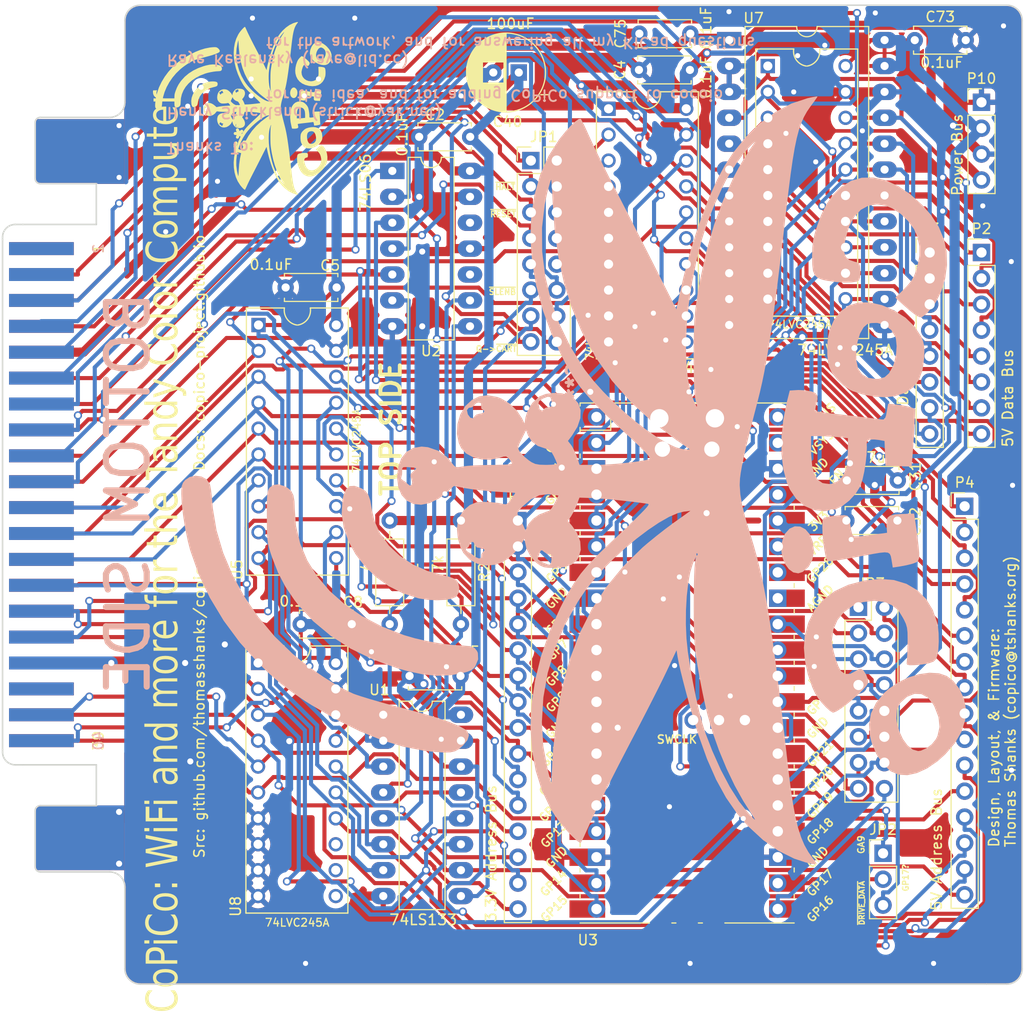
<source format=kicad_pcb>
(kicad_pcb (version 20221018) (generator pcbnew)
  (title_block (title "CoPiCo: WiFi and more for the Tandy Color Computer") (date "2024-03-25") (rev "0.1.24") (company "Thomas Shanks (copico@tshanks.org)") (comment 1 "found at: github.com/JayesonLS/TandyCircuitsAndLogic/tree/master/CoCoProtoBoard") (comment 2 "Board footprint based on the Public Domain CoCoProtoBoard, which can be") (comment 3 "Released under the MIT License (opensource.org/license/mit)") (comment 4 "GitHub Repo: https://github.com/thomasshanks/copico-board"))
  (layers (0 "F.Cu" signal) (31 "B.Cu" signal) (34 "B.Paste" user) (35 "F.Paste" user) (36 "B.SilkS" user "B.Silkscreen") (37 "F.SilkS" user "F.Silkscreen") (38 "B.Mask" user) (39 "F.Mask" user) (44 "Edge.Cuts" user))
  (net 0 "")
  (net 1 "GND")
  (net 2 "+5V")
  (net 3 "+3V3")
  (net 6 "Net-(JP1A-A)")
  (net 7 "Net-(JP1B-A)")
  (net 8 "Net-(JP1C-A)")
  (net 9 "/D1")
  (net 10 "/D3")
  (net 11 "/D5")
  (net 12 "/D7")
  (net 13 "/A0")
  (net 14 "/A2")
  (net 15 "/A4")
  (net 16 "/A6")
  (net 17 "/A8")
  (net 18 "/A10")
  (net 19 "/A12")
  (net 21 "/A13")
  (net 22 "/A15")
  (net 24 "Net-(JP1D-A)")
  (net 25 "Net-(JP1E-A)")
  (net 26 "/D0")
  (net 27 "/D2")
  (net 28 "/D4")
  (net 29 "/D6")
  (net 30 "Net-(JP1F-A)")
  (net 31 "/A1")
  (net 32 "/A3")
  (net 33 "/A5")
  (net 34 "/A7")
  (net 35 "/A9")
  (net 36 "/A11")
  (net 37 "Net-(JP1G-A)")
  (net 39 "/A14")
  (net 40 "Net-(JP1H-A)")
  (net 41 "/~{A2}")
  (net 42 "/~{A7}")
  (net 43 "/G~{HALT}")
  (net 44 "Net-(JP1H-B)")
  (net 45 "/~{HALT}")
  (net 46 "/~{RESET}")
  (net 47 "/E")
  (net 48 "/~{DRIVE_DATA_BUS}")
  (net 49 "Net-(JP3A-B)")
  (net 50 "/GA9_OR_~{DRIVE_DATA_BUS}")
  (net 51 "/R{slash}~{W}")
  (net 52 "/GA8")
  (net 53 "Net-(JP3B-B)")
  (net 54 "/GA9")
  (net 55 "/~{CTS}")
  (net 56 "/~{NETIO_SEL}")
  (net 57 "Net-(JP3C-B)")
  (net 58 "/G~{NETIO_SEL}")
  (net 59 "Net-(JP3D-B)")
  (net 60 "/~{SLENB}")
  (net 61 "/G~{SLENB}")
  (net 62 "Net-(JP3E-B)")
  (net 65 "/GA4")
  (net 66 "/GA1")
  (net 67 "/GA0")
  (net 68 "/G~{CTS}")
  (net 69 "/GR{slash}~{W}")
  (net 70 "/G~{RESET}")
  (net 71 "/GE")
  (net 72 "/GA10")
  (net 73 "/GA7")
  (net 74 "/GA6")
  (net 75 "/GA5")
  (net 76 "/GA3")
  (net 77 "/GA2")
  (net 78 "/GD7")
  (net 79 "/GD6")
  (net 80 "/GD5")
  (net 81 "/GD4")
  (net 82 "/GD3")
  (net 83 "/GD2")
  (net 84 "/GD1")
  (net 85 "/GD0")
  (net 89 "/GA15")
  (net 90 "/GA14")
  (net 91 "/GA13")
  (net 92 "/GA12")
  (net 93 "/GA11")
  (net 102 "Net-(JP3F-B)")
  (net 103 "Net-(JP3G-B)")
  (net 104 "Net-(JP3H-B)")
  (footprint "00_Custom:CocoCardEdge" (layer "F.Cu") (at 91.44 104.14)
    (fp_text reference "P1" hide)
    (fp_text value "CocoEdgeConnector" hide)
  )
  (footprint "Capacitor_THT:CP_Radial_D7.5mm_P2.50mm" (layer "F.Cu") (at 142.073 62.738 180)
    (fp_text reference "C40")
    (fp_text value "100uF")
  )
  (footprint "Connector_PinHeader_2.54mm:PinHeader_1x08_P2.54mm_Vertical" (layer "F.Cu") (at 182.372 80.391)
    (fp_text reference "P3")
    (fp_text value "3.3V Data Bus")
  )
  (footprint "Capacitor_THT:C_Disc_D5.0mm_W2.5mm_P5.00mm" (layer "F.Cu") (at 120.69 116.84)
    (fp_text reference "C8")
    (fp_text value "0.1uF")
  )
  (footprint "Capacitor_THT:C_Disc_D5.0mm_W2.5mm_P5.00mm" (layer "F.Cu") (at 174.244 102.743)
    (fp_text reference "C31")
    (fp_text value "4.7uF")
  )
  (footprint "Connector_PinHeader_2.54mm:PinHeader_2x08_P2.54mm_Vertical" (layer "F.Cu") (at 143.256 71.374)
    (fp_text reference "JP1")
    (fp_text value "8JP2NC" hide)
  )
  (footprint "Capacitor_THT:C_Disc_D5.0mm_W2.5mm_P5.00mm" (layer "F.Cu") (at 174.204 106.68)
    (fp_text reference "C32")
    (fp_text value "0.1uF")
  )
  (footprint "Connector_PinHeader_2.54mm:PinHeader_1x16_P2.54mm_Vertical" (layer "F.Cu") (at 141.986 106.68)
    (fp_text reference "P5")
    (fp_text value "3.3V Address Bus")
  )
  (footprint "Capacitor_THT:C_Disc_D5.0mm_W2.5mm_P5.00mm" (layer "F.Cu") (at 137.302 69.048 180)
    (fp_text reference "C2")
    (fp_text value "0.1uF")
  )
  (footprint "Capacitor_THT:C_Disc_D5.0mm_W2.5mm_P5.00mm" (layer "F.Cu") (at 124.206 83.82 180)
    (fp_text reference "C5")
    (fp_text value "0.1uF")
  )
  (footprint "Resistor_THT:R_Axial_DIN0207_L6.3mm_D2.5mm_P10.16mm_Horizontal" (layer "F.Cu") (at 129.413 106.68 -90)
    (fp_text reference "R1")
    (fp_text value "4.7k")
  )
  (footprint "LOGIC-SN74LVC245AN_DIP20-7.62MM_:DIP20-2.54-26.2X7.62MM" (layer "F.Cu") (at 170.307 73.533 -90)
    (property "VALUE" "TRANSCEIVER-8BIT")
    (fp_text reference "U6")
    (fp_text value "SN74LVC245A")
  )
  (footprint "LOGIC-SN74LVC245AN_DIP20-7.62MM_:DIP20-2.54-26.2X7.62MM" (layer "F.Cu") (at 120.309 132.08 -90)
    (property "VALUE" "TRANSCEIVER-8BIT")
    (fp_text reference "U8")
    (fp_text value "SN74LVC245A")
  )
  (footprint "Capacitor_THT:C_Disc_D5.0mm_W2.5mm_P5.00mm" (layer "F.Cu") (at 180.908 59.563)
    (fp_text reference "C73")
    (fp_text value "0.1uF")
  )
  (footprint "Connector_PinHeader_2.54mm:PinHeader_2x08_P2.54mm_Vertical" (layer "F.Cu") (at 175.387 115.189)
    (fp_text reference "JP3")
    (fp_text value "8JP2NC" hide)
  )
  (footprint "Package_DIP:DIP-16_W7.62mm_LongPads" (layer "F.Cu") (at 128.778 125.73)
    (fp_text reference "U1")
    (fp_text value "74LS133")
  )
  (footprint "LOGIC-SN74LVC245AN_DIP20-7.62MM_:DIP20-2.54-26.2X7.62MM" (layer "F.Cu") (at 154.686 77.724 -90)
    (property "VALUE" "TRANSCEIVER-8BIT")
    (fp_text reference "U4")
    (fp_text value "SN74LVC245A")
  )
  (footprint "00_Custom:MDFLY_MOL-CV0089_SN74LVC4245A" (layer "F.Cu") (at 162.707 59.558)
    (fp_text reference "U7")
    (fp_text value "SN74LVC4245A")
  )
  (footprint "Connector_PinHeader_2.54mm:PinHeader_1x08_P2.54mm_Vertical" (layer "F.Cu") (at 187.452 80.391)
    (fp_text reference "P2")
    (fp_text value "5V Data Bus")
  )
  (footprint "Capacitor_THT:C_Disc_D5.0mm_W2.5mm_P5.00mm" (layer "F.Cu") (at 158.897 58.928 180)
    (fp_text reference "C75")
    (fp_text value "0.1uF")
  )
  (footprint "LOGIC-SN74LVC245AN_DIP20-7.62MM_:DIP20-2.54-26.2X7.62MM" (layer "F.Cu") (at 120.356 98.933 -90)
    (property "VALUE" "TRANSCEIVER-8BIT")
    (fp_text reference "U5")
    (fp_text value "SN74LVC245A")
  )
  (footprint "00_Custom:logo_small" (layer "F.Cu") (at 185.68091 149.407395 90)
    (fp_text reference "G***" hide)
    (fp_text value "LOGO" hide)
  )
  (footprint "Connector_PinHeader_2.54mm:PinHeader_1x03_P2.54mm_Vertical" (layer "F.Cu") (at 177.8 139.319)
    (fp_text reference "JP2")
    (fp_text value "J3_C12" hide)
  )
  (footprint "Capacitor_THT:C_Disc_D5.0mm_W2.5mm_P5.00mm" (layer "F.Cu") (at 136.358 121.92 180)
    (fp_text reference "C1")
    (fp_text value "0.1uF")
  )
  (footprint "Capacitor_THT:C_Disc_D5.0mm_W2.5mm_P5.00mm" (layer "F.Cu") (at 158.857 62.484 180)
    (fp_text reference "C4")
    (fp_text value "0.1uF")
  )
  (footprint "Connector_PinHeader_2.54mm:PinHeader_1x04_P2.54mm_Vertical" (layer "F.Cu") (at 187.452 65.659)
    (fp_text reference "P10")
    (fp_text value "Power Bus")
  )
  (footprint "Package_DIP:DIP-14_W7.62mm_LongPads" (layer "F.Cu") (at 129.667 72.39)
    (fp_text reference "U2")
    (fp_text value "74LS06")
  )
  (footprint "RPi_Pico:RPi_PicoW_SMD_TH" (layer "F.Cu") (at 158.583 120.65)
    (fp_text reference "U3")
    (fp_text value "PicoW")
  )
  (footprint "Connector_PinHeader_2.54mm:PinHeader_1x16_P2.54mm_Vertical" (layer "F.Cu") (at 185.801 105.283)
    (fp_text reference "P4")
    (fp_text value "5V Address Bus")
  )
  (footprint "Resistor_THT:R_Axial_DIN0207_L6.3mm_D2.5mm_P10.16mm_Horizontal" (layer "F.Cu") (at 136.398 106.68 -90)
    (fp_text reference "R2")
    (fp_text value "4.7k")
  )
  (footprint "00_Custom:logo_medium" (layer "F.Cu") (at 115.082728 68.326 90)
    (fp_text reference "G***")
    (fp_text value "LOGO" hide)
  )
  (footprint "00_Custom:logo_larger" (layer "B.Cu") (at 147.539127 93.537733 -90)
    (fp_text reference "G***")
    (fp_text value "LOGO" hide)
  )
  (gr_line (start 91.44 79.14) (end 91.44 129.14) (stroke (width 0.15)) (layer "Edge.Cuts"))
  (gr_line (start 94.64 135.14) (end 94.64 140.64) (stroke (width 0.15)) (layer "Edge.Cuts"))
  (gr_arc (start 103.44 57.64) (mid 103.87934 56.57934) (end 104.94 56.14) (stroke (width 0.15)) (layer "Edge.Cuts"))
  (gr_arc (start 92.69 130.64) (mid 91.806117 130.273883) (end 91.44 129.39) (stroke (width 0.15)) (layer "Edge.Cuts"))
  (gr_arc (start 95.14 141.14) (mid 94.786447 140.993553) (end 94.64 140.64) (stroke (width 0.15)) (layer "Edge.Cuts"))
  (gr_line (start 103.44 57.64) (end 103.44 65.64) (stroke (width 0.15)) (layer "Edge.Cuts"))
  (gr_arc (start 189.94 56.14) (mid 191.00066 56.57934) (end 191.44 57.64) (stroke (width 0.15)) (layer "Edge.Cuts"))
  (gr_line (start 95.14 134.64) (end 100.64 134.64) (stroke (width 0.15)) (layer "Edge.Cuts"))
  (gr_arc (start 103.44 65.64) (mid 103.00066 66.70066) (end 101.94 67.14) (stroke (width 0.15)) (layer "Edge.Cuts"))
  (gr_line (start 189.94 56.14) (end 187.94 56.14) (stroke (width 0.15)) (layer "Edge.Cuts"))
  (gr_arc (start 95.14 73.64) (mid 94.786447 73.493553) (end 94.64 73.14) (stroke (width 0.15)) (layer "Edge.Cuts"))
  (gr_line (start 104.94 152.14) (end 187.94 152.14) (stroke (width 0.15)) (layer "Edge.Cuts"))
  (gr_arc (start 91.44 78.89) (mid 91.806117 78.006117) (end 92.69 77.64) (stroke (width 0.15)) (layer "Edge.Cuts"))
  (gr_arc (start 104.94 152.14) (mid 103.87934 151.70066) (end 103.44 150.64) (stroke (width 0.15)) (layer "Edge.Cuts"))
  (gr_line (start 95.14 73.64) (end 100.64 73.64) (stroke (width 0.15)) (layer "Edge.Cuts"))
  (gr_line (start 92.69 130.64) (end 93.44 130.64) (stroke (width 0.15)) (layer "Edge.Cuts"))
  (gr_line (start 100.64 77.64) (end 100.64 73.64) (stroke (width 0.15)) (layer "Edge.Cuts"))
  (gr_line (start 103.44 142.64) (end 103.44 150.64) (stroke (width 0.15)) (layer "Edge.Cuts"))
  (gr_line (start 94.64 67.64) (end 94.64 73.14) (stroke (width 0.15)) (layer "Edge.Cuts"))
  (gr_arc (start 191.44 150.64) (mid 191.00066 151.70066) (end 189.94 152.14) (stroke (width 0.15)) (layer "Edge.Cuts"))
  (gr_line (start 93.44 130.64) (end 100.64 130.64) (stroke (width 0.15)) (layer "Edge.Cuts"))
  (gr_line (start 187.94 152.14) (end 189.94 152.14) (stroke (width 0.15)) (layer "Edge.Cuts"))
  (gr_arc (start 94.64 67.64) (mid 94.786447 67.286447) (end 95.14 67.14) (stroke (width 0.15)) (layer "Edge.Cuts"))
  (gr_line (start 95.14 67.14) (end 101.94 67.14) (stroke (width 0.15)) (layer "Edge.Cuts"))
  (gr_line (start 191.44 150.64) (end 191.44 57.64) (stroke (width 0.15)) (layer "Edge.Cuts"))
  (gr_line (start 91.44 129.39) (end 91.44 129.14) (stroke (width 0.15)) (layer "Edge.Cuts"))
  (gr_line (start 187.94 56.14) (end 104.94 56.14) (stroke (width 0.15)) (layer "Edge.Cuts"))
  (gr_line (start 100.64 134.64) (end 100.64 130.64) (stroke (width 0.15)) (layer "Edge.Cuts"))
  (gr_line (start 93.44 77.64) (end 100.64 77.64) (stroke (width 0.15)) (layer "Edge.Cuts"))
  (gr_arc (start 94.64 135.14) (mid 94.786447 134.786447) (end 95.14 134.64) (stroke (width 0.15)) (layer "Edge.Cuts"))
  (gr_line (start 95.14 141.14) (end 101.94 141.14) (stroke (width 0.15)) (layer "Edge.Cuts"))
  (gr_arc (start 101.94 141.14) (mid 103.00066 141.57934) (end 103.44 142.64) (stroke (width 0.15)) (layer "Edge.Cuts"))
  (gr_line (start 92.69 77.64) (end 93.44 77.64) (stroke (width 0.15)) (layer "Edge.Cuts"))
  (gr_line (start 91.44 78.89) (end 91.44 79.14) (stroke (width 0.15)) (layer "Edge.Cuts"))
  (gr_text "PCB Rev 0.1" (at 172.72 150.622) (layer "F.Cu") (effects (font (size 1 1))))
  (gr_text "BOTTOM SIDE" (at 103.759 104.013 90) (layer "B.SilkS") (effects (font (size 4 4) (thickness 0.6)) (justify mirror)))
  (gr_text "Thanks To:\n\nHenry Strickland (strick@yak.net)\n            for the idea, and for adding CoPiCo support to cocoio\n\nRaye Keslensky (raye@lid.cc) \n            for the artwork, and for answering all my KiCad questions" (at 107.442 59.182 180) (layer "B.SilkS") (effects (font (size 1.0668 1.0668) (thickness 0.1778)) (justify left bottom mirror)))
  (gr_text "Src: github.com/thomasshanks/copico-board    Docs: copico-project.github.io" (at 110.744 109.22 90) (layer "F.SilkS") (effects (font (size 1 1))))
  (gr_text "TOP SIDE" (at 129.54 97.663 90) (layer "F.SilkS") (effects (font (size 1.905 1.905) (thickness 0.381) bold)))
  (gr_text "~{RESET}" (at 139.192 76.962) (layer "F.SilkS") (effects (font (size 0.5588 0.5588) (thickness 0.127) bold) (justify left bottom)))
  (gr_text "100uF" (at 138.811 58.547) (layer "F.SilkS") (effects (font (size 1.016 1.016) (thickness 0.1524)) (justify left bottom)))
  (gr_text "3.3V Data Bus" (at 180.34 99.568 90) (layer "F.SilkS") (effects (font (size 1.016 1.016) (thickness 0.1524)) (justify left bottom)))
  (gr_text "Q->~{CART}" (at 137.795 90.17) (layer "F.SilkS") (effects (font (size 0.5588 0.5588) (thickness 0.127) bold) (justify left bottom)))
  (gr_text "GE" (at 179.705 115.824) (layer "F.SilkS") (effects (font (size 1.016 1.016) (thickness 0.1524)) (justify left bottom)))
  (gr_text "74LVC245A" (at 117.094 146.558) (layer "F.SilkS") (effects (font (size 0.762 0.762) (thickness 0.127) bold) (justify left bottom)))
  (gr_text "74LVC245A" (at 126.619 102.108 90) (layer "F.SilkS") (effects (font (size 0.762 0.762) (thickness 0.127) bold) (justify left bottom)))
  (gr_text "5V Address Bus" (at 183.642 145.034 90) (layer "F.SilkS") (effects (font (size 1.016 1.016) (thickness 0.1524)) (justify left bottom)))
  (gr_text "5V Data Bus" (at 190.627 99.568 90) (layer "F.SilkS") (effects (font (size 1.016 1.016) (thickness 0.1524)) (justify left bottom)))
  (gr_text "~{DRIVE_DATA}" (at 176.022 146.431 90) (layer "F.SilkS") (effects (font (size 0.508 0.508) (thickness 0.127) bold) (justify left bottom)))
  (gr_text "4.7k" (at 134.747 113.411 90) (layer "F.SilkS") (effects (font (size 1.016 1.016) (thickness 0.1524)) (justify left bottom)))
  (gr_text "3.3V Address Bus" (at 139.954 146.177 90) (layer "F.SilkS") (effects (font (size 1.016 1.016) (thickness 0.1524)) (justify left bottom)))
  (gr_text "~{HALT}" (at 139.7 74.295) (layer "F.SilkS") (effects (font (size 0.5588 0.5588) (thickness 0.127) bold) (justify left bottom)))
  (gr_text "GA9" (at 176.022 139.446 90) (layer "F.SilkS") (effects (font (size 0.635 0.635) (thickness 0.127) bold) (justify left bottom)))
  (gr_text "74LS06" (at 127.635 76.454 90) (layer "F.SilkS") (effects (font (size 1.016 1.016) (thickness 0.1524)) (justify left bottom)))
  (gr_text "4.7uF" (at 174.625 101.092) (layer "F.SilkS") (effects (font (size 1.016 1.016) (thickness 0.1524)) (justify left bottom)))
  (gr_text "Design, Layout, & Firmware:\nThomas Shanks (copico@tshanks.org)" (at 189.484 138.811 90) (layer "F.SilkS") (effects (font (size 1 1)) (justify left)))
  (gr_text "0.1uF" (at 174.498 109.474) (layer "F.SilkS") (effects (font (size 1.016 1.016) (thickness 0.1524)) (justify left bottom)))
  (gr_text "Power Bus" (at 185.674 74.93 90) (layer "F.SilkS") (effects (font (size 1.016 1.016) (thickness 0.1524)) (justify left bottom)))
  (gr_text "0.1uF" (at 115.57 82.169) (layer "F.SilkS") (effects (font (size 1.016 1.016) (thickness 0.1524)) (justify left bottom)))
  (gr_text "0.1uF" (at 131.227 71.06 90) (layer "F.SilkS") (effects (font (size 1.016 1.016) (thickness 0.1524)) (justify left bottom)))
  (gr_text "74LVC4245A" (at 169.291 90.551) (layer "F.SilkS") (effects (font (size 1.016 1.016) (thickness 0.1524)) (justify left bottom)))
  (gr_text "0.1uF" (at 133.858 120.142) (layer "F.SilkS") (effects (font (size 1.016 1.016) (thickness 0.1524)) (justify left bottom)))
  (gr_text "~{SLENB}" (at 139.065 84.582) (layer "F.SilkS") (effects (font (size 0.5588 0.5588) (thickness 0.127) bold) (justify left bottom)))
  (gr_text "74LVC245A" (at 149.479 91.059 90) (layer "F.SilkS") (effects (font (size 0.762 0.762) (thickness 0.127) bold) (justify left bottom)))
  (gr_text "4.7k" (at 127.762 111.76 90) (layer "F.SilkS") (effects (font (size 1.016 1.016) (thickness 0.1524)) (justify left bottom)))
  (gr_text "CoPiCo: WiFi and more for the Tandy Color Computer" (at 107.315 109.728 90) (layer "F.SilkS") (effects (font (size 3.0375 2.4525) (thickness 0.17))))
  (gr_text "0.1uF" (at 161.036 65.405 90) (layer "F.SilkS") (effects (font (size 1.016 1.016) (thickness 0.1524)) (justify left bottom)))
  (gr_text "GP17?" (at 180.34 143.129 90) (layer "F.SilkS") (effects (font (size 0.5588 0.5588) (thickness 0.127) bold) (justify left bottom)))
  (gr_text "74LS133" (at 129.286 146.431) (layer "F.SilkS") (effects (font (size 1.016 1.016) (thickness 0.1524)) (justify left bottom)))
  (gr_text "0.1uF" (at 118.491 115.189) (layer "F.SilkS") (effects (font (size 1.016 1.016) (thickness 0.1524)) (justify left bottom)))
  (gr_text "0.1uF" (at 161.036 60.579 90) (layer "F.SilkS") (effects (font (size 1.016 1.016) (thickness 0.1524)) (justify left bottom)))
  (gr_text "74LVC245A" (at 166.37 87.884) (layer "F.SilkS") (effects (font (size 0.762 0.762) (thickness 0.127) bold) (justify left bottom)))
  (gr_text "0.1uF" (at 181.356 62.357) (layer "F.SilkS") (effects (font (size 1.016 1.016) (thickness 0.1524)) (justify left bottom)))
  (segment (start 111.76 63.373) (end 115.824 63.373) (width 0.5) (layer "F.Cu") (net 1))
  (segment (start 103.505 135.89) (end 102.87 135.255) (width 0.9) (layer "F.Cu") (net 1))
  (segment (start 139.573 62.738) (end 139.573 62.6474) (width 0.9) (layer "F.Cu") (net 1))
  (segment (start 168.529 64.643) (end 169.037 64.643) (width 0.9) (layer "F.Cu") (net 1))
  (segment (start 102.108 120.65) (end 95.25 120.65) (width 1.27) (layer "F.Cu") (net 1))
  (segment (start 169.418 61.087) (end 169.227 60.896) (width 0.5) (layer "F.Cu") (net 1))
  (segment (start 165.347 61.348) (end 164.597 62.098) (width 0.5) (layer "F.Cu") (net 1))
  (segment (start 162.76 56.715) (end 162.741 56.715) (width 1) (layer "F.Cu") (net 1))
  (segment (start 174.016 88.6322) (end 169.9383 88.6322) (width 0.9) (layer "F.Cu") (net 1))
  (segment (start 172.350863 68.464863) (end 175.756137 68.464863) (width 0.35) (layer "F.Cu") (net 1))
  (segment (start 183.599982 73.025) (end 182.922491 72.347509) (width 0.75) (layer "F.Cu") (net 1))
  (segment (start 169.037 64.643) (end 174.117 64.643) (width 0.9) (layer "F.Cu") (net 1))
  (segment (start 165.347 61.194949) (end 165.347 61.348) (width 0.5) (layer "F.Cu") (net 1))
  (segment (start 169.8801 88.6904) (end 169.8801 88.3461) (width 0.9) (layer "F.Cu") (net 1))
  (segment (start 169.8801 88.3461) (end 166.497 84.963) (width 0.9) (layer "F.Cu") (net 1))
  (segment (start 125.5378 144.8983) (end 126.9261 143.51) (width 0.9) (layer "F.Cu") (net 1))
  (segment (start 111.379 65.151) (end 110.744 65.786) (width 0.75) (layer "F.Cu") (net 1))
  (segment (start 119.6412 113.4582) (end 119.6412 115.1638) (width 0.9) (layer "F.Cu") (net 1))
  (segment (start 179.335863 68.464863) (end 179.5145 68.6435) (width 0.35) (layer "F.Cu") (net 1))
  (segment (start 165.645949 60.896) (end 165.347 61.194949) (width 0.5) (layer "F.Cu") (net 1))
  (segment (start 176.9858 103.1884) (end 176.9858 104.7314) (width 0.9) (layer "F.Cu") (net 1))
  (segment (start 111.379 65.151) (end 115.697 65.151) (width 0.75) (layer "F.Cu") (net 1))
  (segment (start 119.6412 115.1638) (end 115.9732 118.8318) (width 1) (layer "F.Cu") (net 1))
  (segment (start 162.741 56.715) (end 162.687 56.769) (width 1) (layer "F.Cu") (net 1))
  (segment (start 135.4351 74.93) (end 132.302 74.93) (width 0.9) (layer "F.Cu") (net 1))
  (segment (start 137.668 59.6265) (end 134.0091 63.2854) (width 1) (layer "F.Cu") (net 1))
  (segment (start 122.428 63.373) (end 133.9215 63.373) (width 0.5) (layer "F.Cu") (net 1))
  (segment (start 183.642 73.025) (end 183.599982 73.025) (width 0.75) (layer "F.Cu") (net 1))
  (segment (start 177.947 64.638) (end 177.942 64.643) (width 0.9) (layer "F.Cu") (net 1))
  (segment (start 151.7727 127) (end 149.693 127) (width 0.9) (layer "F.Cu") (net 1))
  (segment (start 175.768 68.453) (end 175.779863 68.464863) (width 0.35) (layer "F.Cu") (net 1))
  (segment (start 171.831 67.945) (end 168.529 64.643) (width 0.9) (layer "F.Cu") (net 1))
  (segment (start 164.597 62.098) (end 162.707 62.098) (width 0.5) (layer "F.Cu") (net 1))
  (segment (start 153.857 62.484) (end 153.8415 62.484) (width 0.9) (layer "F.Cu") (net 1))
  (segment (start 153.8415 62.484) (end 152.6168 61.2593) (width 0.9) (layer "F.Cu") (net 1))
  (segment (start 134.0091 63.2854) (end 133.9215 63.2854) (width 0.5) (layer "F.Cu") (net 1))
  (segment (start 146.2821 101.491) (end 146.3911 101.6) (width 0.9) (layer "F.Cu") (net 1))
  (segment (start 186.393982 75.819) (end 183.642 73.067018) (width 0.75) (layer "F.Cu") (net 1))
  (segment (start 174.9985 89.7638) (end 174.6322 89.3975) (width 0.9) (layer "F.Cu") (net 1))
  (segment (start 102.108 120.65) (end 109.347 120.65) (width 1.27) (layer "F.Cu") (net 1))
  (segment (start 125.69 116.84) (end 124.0138 115.1638) (width 0.9) (layer "F.Cu") (net 1))
  (segment (start 153.897 58.928) (end 137.668 58.928) (width 1) (layer "F.Cu") (net 1))
  (segment (start 169.9383 88.6322) (end 169.8801 88.6904) (width 0.9) (layer "F.Cu") (net 1))
  (segment (start 169.227 60.896) (end 165.645949 60.896) (width 0.5) (layer "F.Cu") (net 1))
  (segment (start 176.9858 104.7314) (end 178.9344 106.68) (width 0.9) (layer "F.Cu") (net 1))
  (segment (start 124.0138 115.1638) (end 119.6412 115.1638) (width 0.9) (layer "F.Cu") (net 1))
  (segment (start 184.658 67.945) (end 187.452 70.739) (width 1) (layer "F.Cu") (net 1))
  (segment (start 116.546 110.363) (end 119.6412 113.4582) (width 0.9) (layer "F.Cu") (net 1))
  (segment (start 116.88 69.048) (end 132.302 69.048) (width 1.5) (layer "F.Cu") (net 1))
  (segment (start 175.756137 68.464863) (end 175.768 68.453) (width 0.35) (layer "F.Cu") (net 1))
  (segment (start 186.393982 75.819) (end 187.579 75.819) (width 0.75) (layer "F.Cu") (net 1))
  (segment (start 169.418 61.087) (end 170.307 61.976) (width 0.75) (layer "F.Cu") (net 1))
  (segment (start 131.358 121.92) (end 132.1574 122.7194) (width 0.9) (layer "F.Cu") (net 1))
  (segment (start 175.779863 68.464863) (end 179.335863 68.464863) (width 0.35) (layer "F.Cu") (net 1))
  (segment (start 135.4351 80.01) (end 135.4351 74.93) (width 0.9) (layer "F.Cu") (net 1))
  (segment (start 148.0421 101.6) (end 146.3911 101.6) (width 0.9) (layer "F.Cu") (net 1))
  (segment (start 178.9344 106.68) (end 179.204 106.68) (width 0.9) (layer "F.Cu") (net 1))
  (segment (start 177.526 64.643) (end 174.117 64.643) (width 0.9) (layer "F.Cu") (net 1))
  (segment (start 137.668 58.928) (end 137.668 59.6265) (width 1) (layer "F.Cu") (net 1))
  (segment (start 174.6322 89.2484) (end 174.016 88.6322) (width 0.9) (layer "F.Cu") (net 1))
  (segment (start 135.4351 80.01) (end 135.1457 80.2994) (width 0.9) (layer "F.Cu") (net 1))
  (segment (start 140.9611 61.2593) (end 152.6168 61.2593) (width 0.9) (layer "F.Cu") (net 1))
  (segment (start 115.824 65.024) (end 121.031 65.024) (width 0.75) (layer "F.Cu") (net 1))
  (segment (start 182.922491 72.051491) (end 179.5145 68.6435) (width 0.9) (layer "F.Cu") (net 1))
  (segment (start 182.922491 72.347509) (end 182.583982 72.009) (width 0.9) (layer "F.Cu") (net 1))
  (segment (start 128.778 143.51) (end 126.9261 143.51) (width 0.9) (layer "F.Cu") (net 1))
  (segment (start 182.922491 72.347509) (end 182.922491 72.051491) (width 0.9) (layer "F.Cu") (net 1))
  (segment (start 126.055 121.92) (end 131.358 121.92) (width 0.9) (layer "F.Cu") (net 1))
  (segment (start 135.4351 80.01) (end 137.287 80.01) (width 0.9) (layer "F.Cu") (net 1))
  (segment (start 171.3119 101.063) (end 174.551 101.063) (width 0.9) (layer "F.Cu") (net 1))
  (segment (start 122.428 63.373) (end 115.824 63.373) (width 0.75) (layer "F.Cu") (net 1))
  (segment (start 121.031 65.024) (end 136.398 65.024) (width 0.75) (layer "F.Cu") (net 1))
  (segment (start 177.942 64.643) (end 177.526 64.643) (width 0.9) (layer "F.Cu") (net 1))
  (segment (start 139.573 62.6474) (end 140.9611 61.2593) (width 0.9) (layer "F.Cu") (net 1))
  (segment (start 149.693 101.6) (end 148.0421 101.6) (width 0.9) (layer "F.Cu") (net 1))
  (segment (start 157.7552 105.9523) (end 160.4898 105.9523) (width 0.9) (layer "F.Cu") (net 1))
  (segment (start 135.1457 80.2994) (end 132.6009 80.2994) (width 0.9) (layer "F.Cu") (net 1))
  (segment (start 115.9732 118.8318) (end 113.2396 118.8318) (width 1) (layer "F.Cu") (net 1))
  (segment (start 174.6322 89.3975) (end 174.6322 89.2484) (width 0.9) (layer "F.Cu") (net 1))
  (segment (start 132.1574 122.7194) (end 132.7271 122.7194) (width 0.9) (layer "F.Cu") (net 1))
  (segment (start 115.697 65.151) (end 115.824 65.024) (width 0.75) (layer "F.Cu") (net 1))
  (segment (start 148.0421 101.6) (end 148.0602 101.6181) (width 0.9) (layer "F.Cu") (net 1))
  (segment (start 171.831 67.945) (end 172.350863 68.464863) (width 0.35) (layer "F.Cu") (net 1))
  (segment (start 137.287 74.93) (end 135.4351 74.93) (width 0.9) (layer "F.Cu") (net 1))
  (segment (start 183.642 73.067018) (end 183.642 73.025) (width 0.75) (layer "F.Cu") (net 1))
  (via (at 160.4898 105.9523) (size 1) (drill 0.6) (layers "F.Cu" "B.Cu") (net 1))
  (via (at 102.87 67.945) (size 0.8) (drill 0.5) (layers "F.Cu" "B.Cu") (net 1))
  (via (at 132.6009 87.63) (size 1) (drill 0.6) (layers "F.Cu" "B.Cu") (net 1))
  (via (at 149.0803 94.056) (size 1) (drill 0.6) (layers "F.Cu" "B.Cu") (net 1))
  (via (at 171.196 71.501) (size 0.8) (drill 0.5) (layers "F.Cu" "B.Cu") (net 1))
  (via (at 157.353 120.904) (size 0.8) (drill 0.5) (layers "F.Cu" "B.Cu") (net 1))
  (via (at 169.037 64.643) (size 0.8) (drill 0.5) (layers "F.Cu" "B.Cu") (net 1))
  (via (at 109.601 66.04) (size 0.8) (drill 0.5) (layers "F.Cu" "B.Cu") (net 1))
  (via (at 109.855 130.302) (size 1) (drill 0.6) (layers "F.Cu" "B.Cu") (net 1))
  (via (at 174.551 101.063) (size 1) (drill 0.6) (layers "F.Cu" "B.Cu") (net 1))
  (via (at 187.579 75.819) (size 0.8) (drill 0.5) (layers "F.Cu" "B.Cu") (net 1))
  (via (at 113.2396 118.8318) (size 1) (drill 0.6) (layers "F.Cu" "B.Cu") (net 1))
  (via (at 151.7727 127) (size 1) (drill 0.6) (layers "F.Cu" "B.Cu") (net 1))
  (via (at 122.428 63.373) (size 0.8) (drill 0.5) (layers "F.Cu" "B.Cu") (net 1))
  (via (at 109.347 120.65) (size 1) (drill 0.6) (layers "F.Cu" "B.Cu") (net 1))
  (via (at 162.687 56.769) (size 0.8) (drill 0.5) (layers "F.Cu" "B.Cu") (net 1))
  (via (at 107.442 78.359) (size 0.8) (drill 0.5) (layers "F.Cu" "B.Cu") (net 1))
  (via (at 190.5 103.2256) (size 0.8) (drill 0.5) (layers "F.Cu" "B.Cu") (net 1))
  (via (at 102.87 140.335) (size 1) (drill 0.6) (layers "F.Cu" "B.Cu") (net 1))
  (via (at 136.398 65.024) (size 0.8) (drill 0.5) (layers "F.Cu" "B.Cu") (net 1))
  (via (at 116.84 69.088) (size 0.8) (drill 0.5) (layers "F.Cu" "B.Cu") (net 1))
  (via (at 190.3984 131.1656) (size 0.8) (drill 0.5) (layers "F.Cu" "B.Cu") (net 1))
  (via (at 132.302 74.93) (size 1) (drill 0.6) (layers "F.Cu" "B.Cu") (net 1))
  (via (at 156.845 134.747) (size 0.8) (drill 0.5) (layers "F.Cu" "B.Cu") (net 1))
  (via (at 184.658 67.945) (size 1) (drill 0.6) (layers "F.Cu" "B.Cu") (net 1))
  (via (at 115.951 57.404) (size 0.8) (drill 0.5) (layers "F.Cu" "B.Cu") (net 1))
  (via (at 146.2821 101.491) (size 1) (drill 0.6) (layers "F.Cu" "B.Cu") (net 1))
  (via (at 171.831 75.819) (size 0.8) (drill 0.5) (layers "F.Cu" "B.Cu") (net 1))
  (via (at 183.642 76.327) (size 0.8) (drill 0.5) (layers "F.Cu" "B.Cu") (net 1))
  (via (at 169.418 61.087) (size 0.8) (drill 0.5) (layers "F.Cu" "B.Cu") (net 1))
  (via (at 190.373 81.28) (size 0.8) (drill 0.5) (layers "F.Cu" "B.Cu") (net 1))
  (via (at 175.768 68.453) (size 0.8) (drill 0.5) (layers "F.Cu" "B.Cu") (net 1))
  (via (at 119.5629 128.3145) (size 1) (drill 0.6) (layers "F.Cu" "B.Cu") (net 1))
  (via (at 169.8801 88.6904) (size 1) (drill 0.6) (layers "F.Cu" "B.Cu") (net 1))
  (via (at 112.522 73.406) (size 0.8) (drill 0.5) (layers "F.Cu" "B.Cu") (net 1))
  (via (at 132.6009 80.2994) (size 1) (drill 0.6) (layers "F.Cu" "B.Cu") (net 1))
  (via (at 182.753 150.114) (size 0.8) (drill 0.5) (layers "F.Cu" "B.Cu") (net 1))
  (via (at 132.7271 122.7194) (size 1) (drill 0.6) (layers "F.Cu" "B.Cu") (net 1))
  (via (at 158.877 150.114) (size 0.8) (drill 0.5) (layers "F.Cu" "B.Cu") (net 1))
  (via (at 115.824 63.373) (size 0.8) (drill 0.5) (layers "F.Cu" "B.Cu") (net 1))
  (via (at 125.984 57.404) (size 0.8) (drill 0.5) (layers "F.Cu" "B.Cu") (net 1))
  (via (at 102.87 135.255) (size 1) (drill 0.6) (layers "F.Cu" "B.Cu") (net 1))
  (via (at 174.9985 89.7638) (size 1) (drill 0.6) (layers "F.Cu" "B.Cu") (net 1))
  (via (at 168.275 68.707) (size 0.8) (drill 0.5) (layers "F.Cu" "B.Cu") (net 1))
  (via (at 102.108 120.65) (size 1) (drill 0.6) (layers "F.Cu" "B.Cu") (net 1))
  (via (at 121.031 65.024) (size 0.8) (drill 0.5) (layers "F.Cu" "B.Cu") (net 1))
  (via (at 177.038 56.896) (size 0.8) (drill 0.5) (layers "F.Cu" "B.Cu") (net 1))
  (via (at 183.642 73.025) (size 0.8) (drill 0.5) (layers "F.Cu" "B.Cu") (net 1))
  (via (at 176.9858 103.1884) (size 1) (drill 0.6) (layers "F.Cu" "B.Cu") (net 1))
  (via (at 102.87 73.025) (size 0.8) (drill 0.5) (layers "F.Cu" "B.Cu") (net 1))
  (via (at 121.158 150.114) (size 0.8) (drill 0.5) (layers "F.Cu" "B.Cu") (net 1))
  (via (at 115.824 65.024) (size 0.8) (drill 0.5) (layers "F.Cu" "B.Cu") (net 1))
  (via (at 189.611 58.166) (size 0.8) (drill 0.5) (layers "F.Cu" "B.Cu") (net 1))
  (segment (start 183.642 76.327) (end 183.6605 76.3455) (width 0.9) (layer "B.Cu") (net 1))
  (segment (start 132.5938 122.7195) (end 132.5033 122.81) (width 0.9) (layer "B.Cu") (net 1))
  (segment (start 173.82369 73.406) (end 171.831 75.39869) (width 0.35) (layer "B.Cu") (net 1))
  (segment (start 174.551 101.063) (end 174.8604 101.063) (width 0.9) (layer "B.Cu") (net 1))
  (segment (start 160.4898 105.9523) (end 161.7071 105.9523) (width 0.9) (layer "B.Cu") (net 1))
  (segment (start 132.2959 122.6286) (end 132.2959 121.031) (width 0.9) (layer "B.Cu") (net 1))
  (segment (start 136.398 64.952) (end 136.398 65.024) (width 0.9) (layer "B.Cu") (net 1))
  (segment (start 119.206 85.083) (end 119.206 83.82) (width 1.27) (layer "B.Cu") (net 1))
  (segment (start 177.927 64.643) (end 175.846619 66.723381) (width 0.75) (layer "B.Cu") (net 1))
  (segment (start 161.7071 105.864) (end 161.7071 105.9523) (width 0.9) (layer "B.Cu") (net 1))
  (segment (start 183.6605 76.3085) (end 183.642 76.327) (width 0.9) (layer "B.Cu") (net 1))
  (segment (start 132.4773 122.81) (end 132.2959 122.6286) (width 0.9) (layer "B.Cu") (net 1))
  (segment (start 132.2959 121.031) (end 132.2959 87.935) (width 0.9) (layer "B.Cu") (net 1))
  (segment (start 132.247 121.031) (end 132.2959 121.031) (width 0.9) (layer "B.Cu") (net 1))
  (segment (start 153.897 58.928) (end 153.857 58.968) (width 0.9) (layer "B.Cu") (net 1))
  (segment (start 131.358 121.92) (end 132.247 121.031) (width 0.9) (layer "B.Cu") (net 1))
  (segment (start 132.2959 87.935) (end 132.6009 87.63) (width 0.9) (layer "B.Cu") (net 1))
  (segment (start 111.4214 120.65) (end 113.2396 118.8318) (width 2) (layer "B.Cu") (net 1))
  (segment (start 162.741 56.715) (end 162.687 56.769) (width 1) (layer "B.Cu") (net 1))
  (segment (start 165.9371 101.5645) (end 165.9371 98.4676) (width 0.9) (layer "B.Cu") (net 1))
  (segment (start 169.552 60.953) (end 170.427 60.953) (width 0.5) (layer "B.Cu") (net 1))
  (segment (start 132.302 69.048) (end 132.302 74.93) (width 0.9) (layer "B.Cu") (net 1))
  (segment (start 167.473 101.6) (end 168.87 100.203) (width 0.75) (layer "B.Cu") (net 1))
  (segment (start 138.612 62.738) (end 136.398 64.952) (width 0.9) (layer "B.Cu") (net 1))
  (segment (start 119.5629 132.965459) (end 118.035359 134.493) (width 0.75) (layer "B.Cu") (net 1))
  (segment (start 173.82369 73.406) (end 174.117 73.406) (width 0.35) (layer "B.Cu") (net 1))
  (segment (start 116.499 135.89) (end 116.7487 135.89) (width 0.9) (layer "B.Cu") (net 1))
  (segment (start 139.573 62.738) (end 138.612 62.738) (width 0.9) (layer "B.Cu") (net 1))
  (segment (start 146.2821 101.491) (end 146.2821 96.8542) (width 0.9) (layer "B.Cu") (net 1))
  (segment (start 132.6009 87.63) (end 132.6009 80.2994) (width 1) (layer "B.Cu") (net 1))
  (segment (start 132.7271 122.7194) (end 132.7271 122.7195) (width 0.9) (layer "B.Cu") (net 1))
  (segment (start 95.25 120.65) (end 102.108 120.65) (width 1.27) (layer "B.Cu") (net 1))
  (segment (start 116.638359 135.89) (end 116.499 135.89) (width 0.75) (layer "B.Cu") (net 1))
  (segment (start 132.5033 122.81) (end 132.4773 122.81) (width 0.9) (layer "B.Cu") (net 1))
  (segment (start 136.326 65.024) (end 132.302 69.048) (width 0.9) (layer "B.Cu") (net 1))
  (segment (start 109.347 120.65) (end 111.4214 120.65) (width 2) (layer "B.Cu") (net 1))
  (segment (start 132.7271 122.7195) (end 132.5938 122.7195) (width 0.9) (layer "B.Cu") (net 1))
  (segment (start 170.427 60.953) (end 174.117 64.643) (width 0.5) (layer "B.Cu") (net 1))
  (segment (start 146.2821 96.8542) (end 149.0803 94.056) (width 0.9) (layer "B.Cu") (net 1))
  (segment (start 174.117 73.406) (end 175.719619 73.406) (width 0.35) (layer "B.Cu") (net 1))
  (segment (start 174.117 73.406) (end 173.99372 73.406) (width 0.35) (layer "B.Cu") (net 1))
  (segment (start 171.831 75.39869) (end 171.831 75.819) (width 0.35) (layer "B.Cu") (net 1))
  (segment (start 169.418 61.087) (end 169.552 60.953) (width 0.5) (layer "B.Cu") (net 1))
  (segment (start 174.8604 101.063) (end 176.9858 103.1884) (width 0.9) (layer "B.Cu") (net 1))
  (segment (start 119.5629 128.3145) (end 119.5629 132.965459) (width 0.75) (layer "B.Cu") (net 1))
  (segment (start 136.398 65.024) (end 136.326 65.024) (width 0.9) (layer "B.Cu") (net 1))
  (segment (start 166.0765 98.3282) (end 166.0765 97.4568) (width 0.9) (layer "B.Cu") (net 1))
  (segment (start 162.687 56.769) (end 162.383 56.465) (width 0.5) (layer "B.Cu") (net 1))
  (segment (start 159.3546 59.3856) (end 158.897 58.928) (width 0.9) (layer "F.Cu") (net 2))
  (segment (start 182.5086 68.3356) (end 182.5086 59.1102) (width 0.9) (layer "F.Cu") (net 2))
  (segment (start 163.1405 59.558) (end 162.9682 59.3857) (width 0.9) (layer "F.Cu") (net 2))
  (segment (start 153.0669 60.1511) (end 153.2957 60.3799) (width 0.9) (layer "F.Cu") (net 2))
  (segment (start 187.452 73.279) (end 182.5086 68.3356) (width 0.9) (layer "F.Cu") (net 2))
  (segment (start 99.0769 90.17) (end 99.3742 90.17) (width 0.9) (layer "F.Cu") (net 2))
  (segment (start 162.9682 59.3856) (end 159.3546 59.3856) (width 0.9) (layer "F.Cu") (net 2))
  (segment (start 136.398 106.68) (end 129.413 106.68) (width 0.9) (layer "F.Cu") (net 2))
  (segment (start 99.3742 90.17) (end 113.7947 75.7495) (width 0.9) (layer "F.Cu") (net 2))
  (segment (start 182.5086 59.1102) (end 181.5045 58.1061) (width 0.9) (layer "F.Cu") (net 2))
  (segment (start 140.6209 64.1901) (end 138.9394 64.1901) (width 0.9) (layer "F.Cu") (net 2))
  (segment (start 157.4451 60.3799) (end 158.897 58.928) (width 0.9) (layer "F.Cu") (net 2))
  (segment (start 181.5045 58.1061) (end 166.0108 58.1061) (width 0.9) (layer "F.Cu") (net 2))
  (segment (start 162.9682 59.3857) (end 162.9682 59.3856) (width 0.9) (layer "F.Cu") (net 2))
  (segment (start 113.7947 75.7495) (end 113.7947 75.2276) (width 0.9) (layer "F.Cu") (net 2))
  (segment (start 163.1405 59.558) (end 164.5589 59.558) (width 0.9) (layer "F.Cu") (net 2))
  (segment (start 133.9708 70.9257) (end 135.4351 72.39) (width 0.9) (layer "F.Cu") (net 2))
  (segment (start 137.287 72.39) (end 135.4351 72.39) (width 0.9) (layer "F.Cu") (net 2))
  (segment (start 138.9394 64.1901) (end 138.1164 63.3671) (width 0.9) (layer "F.Cu") (net 2))
  (segment (start 162.707 59.558) (end 163.1405 59.558) (width 0.9) (layer "F.Cu") (net 2))
  (segment (start 118.0966 70.9257) (end 133.9708 70.9257) (width 0.9) (layer "F.Cu") (net 2))
  (segment (start 95.25 90.17) (end 99.0769 90.17) (width 0.9) (layer "F.Cu") (net 2))
  (segment (start 138.1164 63.3671) (end 138.1164 62.0683) (width 0.9) (layer "F.Cu") (net 2))
  (segment (start 140.0336 60.1511) (end 153.0669 60.1511) (width 0.9) (layer "F.Cu") (net 2))
  (segment (start 113.7947 75.2276) (end 118.0966 70.9257) (width 0.9) (layer "F.Cu") (net 2))
  (segment (start 138.1164 62.0683) (end 140.0336 60.1511) (width 0.9) (layer "F.Cu") (net 2))
  (segment (start 153.2957 60.3799) (end 157.4451 60.3799) (width 0.9) (layer "F.Cu") (net 2))
  (segment (start 166.0108 58.1061) (end 164.5589 59.558) (width 0.9) (layer "F.Cu") (net 2))
  (segment (start 142.073 62.738) (end 140.6209 64.1901) (width 0.9) (layer "F.Cu") (net 2))
  (segment (start 137.287 72.39) (end 139.1389 72.39) (width 0.9) (layer "B.Cu") (net 2))
  (segment (start 137.302 69.048) (end 139.1389 70.8849) (width 0.9) (layer "B.Cu") (net 2))
  (segment (start 136.398 125.73) (end 134.5461 125.73) (width 0.9) (layer "B.Cu") (net 2))
  (segment (start 137.1352 106.68) (end 136.398 106.68) (width 0.9) (layer "B.Cu") (net 2))
  (segment (start 136.3579 123.4304) (end 136.3579 121.92) (width 0.9) (layer "B.Cu") (net 2))
  (segment (start 139.1389 89.7957) (end 139.1389 72.39) (width 0.9) (layer "B.Cu") (net 2))
  (segment (start 142.073 64.277) (end 137.302 69.048) (width 0.9) (layer "B.Cu") (net 2))
  (segment (start 134.5461 125.73) (end 134.5461 125.2422) (width 0.9) (layer "B.Cu") (net 2))
  (segment (start 137.1352 91.7994) (end 139.1389 89.7957) (width 0.9) (layer "B.Cu") (net 2))
  (segment (start 137.1352 106.68) (end 137.8724 107.4172) (width 0.9) (layer "B.Cu") (net 2))
  (segment (start 162.707 59.558) (end 159.527 59.558) (width 0.9) (layer "B.Cu") (net 2))
  (segment (start 134.5461 125.2422) (end 136.3579 123.4304) (width 0.9) (layer "B.Cu") (net 2))
  (segment (start 159.527 59.558) (end 158.897 58.928) (width 0.9) (layer "B.Cu") (net 2))
  (segment (start 142.073 62.738) (end 142.073 64.277) (width 0.9) (layer "B.Cu") (net 2))
  (segment (start 136.3579 121.92) (end 136.358 121.92) (width 0.9) (layer "B.Cu") (net 2))
  (segment (start 137.1352 106.68) (end 137.1352 91.7994) (width 0.9) (layer "B.Cu") (net 2))
  (segment (start 137.8724 107.4172) (end 137.8724 120.4056) (width 0.9) (layer "B.Cu") (net 2))
  (segment (start 139.1389 70.8849) (end 139.1389 72.39) (width 0.9) (layer "B.Cu") (net 2))
  (segment (start 137.8724 120.4056) (end 136.358 121.92) (width 0.9) (layer "B.Cu") (net 2))
  (segment (start 124.119 120.65) (end 123.618 120.149) (width 0.4) (layer "F.Cu") (net 3))
  (segment (start 151.1591 66.0109) (end 154.3341 66.0109) (width 0.75) (layer "F.Cu") (net 3))
  (segment (start 123.618 120.149) (end 120.69 120.149) (width 0.4) (layer "F.Cu") (net 3))
  (segment (start 154.94 66.2358) (end 154.5246 65.8204) (width 1) (layer "F.Cu") (net 3))
  (segment (start 177.927 59.563) (end 180.908 59.563) (width 0.35) (layer "F.Cu") (net 3))
  (segment (start 164.719 60.833) (end 165.481 60.071) (width 0.5) (layer "F.Cu") (net 3))
  (segment (start 160.508 60.833) (end 158.857 62.484) (width 1) (layer "F.Cu") (net 3))
  (segment (start 158.4378 66.2358) (end 154.94 66.2358) (width 1) (layer "F.Cu") (net 3))
  (segment (start 172.593 59.563) (end 177.927 59.563) (width 0.35) (layer "F.Cu") (net 3))
  (segment (start 116.499 120.65) (end 120.189 120.65) (width 0.4) (layer "F.Cu") (net 3))
  (segment (start 180.721 62.103) (end 180.721 63.5) (width 0.35) (layer "F.Cu") (net 3))
  (segment (start 180.716 62.098) (end 180.721 62.103) (width 0.35) (layer "F.Cu") (net 3))
  (segment (start 154.3341 66.0109) (end 154.5246 65.8204) (width 0.5) (layer "F.Cu") (net 3))
  (segment (start 120.69 120.149) (end 120.69 116.84) (width 0.4) (layer "F.Cu") (net 3))
  (segment (start 180.908 61.916) (end 180.908 59.563) (width 0.35) (layer "F.Cu") (net 3))
  (segment (start 177.927 59.563) (end 176.657 59.563) (width 0.35) (layer "F.Cu") (net 3))
  (segment (start 176.657 59.563) (end 174.117 62.103) (width 0.35) (layer "F.Cu") (net 3))
  (segment (start 174.122 62.098) (end 174.117 62.103) (width 1) (layer "F.Cu") (net 3))
  (segment (start 172.085 60.071) (end 172.593 59.563) (width 0.35) (layer "F.Cu") (net 3))
  (segment (start 180.908 61.916) (end 180.721 62.103) (width 0.35) (layer "F.Cu") (net 3))
  (segment (start 177.947 62.098) (end 180.716 62.098) (width 0.35) (layer "F.Cu") (net 3))
  (segment (start 124.206 83.82) (end 120.523 87.503) (width 0.4) (layer "F.Cu") (net 3))
  (segment (start 154.5246 65.8204) (end 152.7122 64.008) (width 1) (layer "F.Cu") (net 3))
  (segment (start 158.496 66.294) (end 158.4378 66.2358) (width 0.4) (layer "F.Cu") (net 3))
  (segment (start 120.523 87.503) (end 116.546 87.503) (width 0.4) (layer "F.Cu") (net 3))
  (segment (start 150.876 66.294) (end 151.1591 66.0109) (width 0.75) (layer "F.Cu") (net 3))
  (segment (start 152.7122 64.008) (end 148.209 64.008) (width 1) (layer "F.Cu") (net 3))
  (segment (start 120.189 120.65) (end 120.69 120.149) (width 0.4) (layer "F.Cu") (net 3))
  (segment (start 160.528 60.833) (end 160.508 60.833) (width 0.5) (layer "F.Cu") (net 3))
  (segment (start 165.481 60.071) (end 172.085 60.071) (width 0.5) (layer "F.Cu") (net 3))
  (segment (start 164.719 60.833) (end 160.528 60.833) (width 0.5) (layer "F.Cu") (net 3))
  (via (at 160.528 60.833) (size 0.8) (drill 0.5) (layers "F.Cu" "B.Cu") (net 3))
  (via (at 172.085 60.071) (size 0.8) (drill 0.5) (layers "F.Cu" "B.Cu") (net 3))
  (via (at 148.209 64.008) (size 0.8) (drill 0.5) (layers "F.Cu" "B.Cu") (net 3))
  (segment (start 177.947 59.558) (end 179.5489 59.558) (width 1) (layer "B.Cu") (net 3))
  (segment (start 124.166 87.503) (end 124.166 83.86) (width 1) (layer "B.Cu") (net 3))
  (segment (start 179.5489 62.098) (end 179.5489 60.1283) (width 1) (layer "B.Cu") (net 3))
  (segment (start 124.206 83.82) (end 124.206 74.116292) (width 1) (layer "B.Cu") (net 3))
  (segment (start 171.2595 59.2455) (end 166.878 59.2455) (width 1) (layer "B.Cu") (net 3))
  (segment (start 117.3073 88.6049) (end 116.546 88.6049) (width 0.4) (layer "B.Cu") (net 3))
  (segment (start 143.8334 59.7304) (end 138.197572 59.7304) (width 0.4) (layer "B.Cu") (net 3))
  (segment (start 180.908 62.215) (end 186.892 68.199) (width 1) (layer "B.Cu") (net 3))
  (segment (start 150.876 66.294) (end 150.495 66.294) (width 0.5) (layer "B.Cu") (net 3))
  (segment (start 177.5226 104.0364) (end 180.060318 104.0364) (width 0.5) (layer "B.Cu") (net 3))
  (segment (start 174.244 102.743) (end 175.5913 104.0903) (width 1) (layer "B.Cu") (net 3))
  (segment (start 116.546 87.503) (end 116.546 88.6049) (width 0.4) (layer "B.Cu") (net 3))
  (segment (start 182.180359 101.916359) (end 182.369718 101.727) (width 0.5) (layer "B.Cu") (net 3))
  (segment (start 180.908 60.1283) (end 180.908 62.215) (width 1) (layer "B.Cu") (net 3))
  (segment (start 122.174 116.84) (end 120.69 116.84) (width 1) (layer "B.Cu") (net 3))
  (segment (start 177.292 104.267) (end 177.5226 104.0364) (width 0.5) (layer "B.Cu") (net 3))
  (segment (start 150.495 66.294) (end 148.209 64.008) (width 0.75) (layer "B.Cu") (net 3))
  (segment (start 187.452 68.199) (end 184.912 70.739) (width 1) (layer "B.Cu") (net 3))
  (segment (start 175.768 104.267) (end 177.292 104.267) (width 0.5) (layer "B.Cu") (net 3))
  (segment (start 180.908 60.1283) (end 180.908 59.563) (width 0.4) (layer "B.Cu") (net 3))
  (segment (start 175.5913 104.0903) (end 174.204 105.4776) (width 1) (layer "B.Cu") (net 3))
  (segment (start 168.272999 107.479999) (end 167.473 106.68) (width 1) (layer "B.Cu") (net 3))
  (segment (start 177.947 62.098) (end 179.5489 62.098) (width 1) (layer "B.Cu") (net 3))
  (segment (start 182.180359 101.916359) (end 182.219479 101.916359) (width 0.5) (layer "B.Cu") (net 3))
  (segment (start 173.404001 107.479999) (end 168.272999 107.479999) (width 1) (layer "B.Cu") (net 3))
  (segment (start 158.496 66.294) (end 158.496 62.845) (width 1.27) (layer "B.Cu") (net 3))
  (segment (start 184.8183 72.2297) (end 184.8183 94.010508) (width 1) (layer "B.Cu") (net 3))
  (segment (start 158.496 62.845) (end 158.857 62.484) (width 1.27) (layer "B.Cu") (net 3))
  (segment (start 120.69 91.9876) (end 117.3073 88.6049) (width 0.4) (layer "B.Cu") (net 3))
  (segment (start 184.912 70.739) (end 184.912 72.136) (width 1) (layer "B.Cu") (net 3))
  (segment (start 148.209 64.008) (end 143.9795 59.7785) (width 0.5) (layer "B.Cu") (net 3))
  (segment (start 185.2865 94.478708) (end 184.8183 94.010508) (width 0.35) (layer "B.Cu") (net 3))
  (segment (start 180.060318 104.0364) (end 182.180359 101.916359) (width 0.5) (layer "B.Cu") (net 3))
  (segment (start 184.912 72.136) (end 184.8183 72.2297) (width 1) (layer "B.Cu") (net 3))
  (segment (start 175.5913 104.0903) (end 175.768 104.267) (width 0.5) (layer "B.Cu") (net 3))
  (segment (start 124.206 74.116292) (end 125.132646 73.189646) (width 1) (layer "B.Cu") (net 3))
  (segment (start 174.204 105.4776) (end 174.204 106.68) (width 1) (layer "B.Cu") (net 3))
  (segment (start 185.2865 96.302739) (end 185.24462 96.344619) (width 0.35) (layer "B.Cu") (net 3))
  (segment (start 164.104308 60.831743) (end 160.529257 60.831743) (width 0.5) (layer "B.Cu") (net 3))
  (segment (start 160.529257 60.831743) (end 160.528 60.833) (width 0.5) (layer "B.Cu") (net 3))
  (segment (start 166.878 59.2455) (end 165.353254 59.2455) (width 1) (layer "B.Cu") (net 3))
  (segment (start 185.2865 94.615) (end 185.2865 96.302739) (width 0.35) (layer "B.Cu") (net 3))
  (segment (start 124.166 83.86) (end 124.206 83.82) (width 0.4) (layer "B.Cu") (net 3))
  (segment (start 124.119 120.65) (end 124.119 118.785) (width 1) (layer "B.Cu") (net 3))
  (segment (start 124.119 118.785) (end 122.174 116.84) (width 1) (layer "B.Cu") (net 3))
  (segment (start 179.5489 60.1283) (end 180.908 60.1283) (width 1) (layer "B.Cu") (net 3))
  (segment (start 185.24462 98.891218) (end 185.24462 96.344619) (width 0.5) (layer "B.Cu") (net 3))
  (segment (start 120.69 116.84) (end 120.69 91.9876) (width 0.4) (layer "B.Cu") (net 3))
  (segment (start 185.2865 94.615) (end 185.2865 94.478708) (width 0.35) (layer "B.Cu") (net 3))
  (segment (start 182.219479 101.916359) (end 185.24462 98.891218) (width 0.5) (layer "B.Cu") (net 3))
  (segment (start 174.204 106.68) (end 173.404001 107.479999) (width 1) (layer "B.Cu") (net 3))
  (segment (start 138.197572 59.7304) (end 124.624646 73.303326) (width 0.4) (layer "B.Cu") (net 3))
  (segment (start 186.892 68.199) (end 187.452 68.199) (width 1) (layer "B.Cu") (net 3))
  (segment (start 172.085 60.071) (end 171.2595 59.2455) (width 1) (layer "B.Cu") (net 3))
  (segment (start 164.104308 60.831743) (end 165.690551 59.2455) (width 0.5) (layer "B.Cu") (net 3))
  (segment (start 143.256 71.374) (end 142.0041 71.374) (width 0.4) (layer "F.Cu") (net 6))
  (segment (start 142.0041 70.7976) (end 137.191 65.9845) (width 0.4) (layer "F.Cu") (net 6))
  (segment (start 137.191 65.9845) (end 112.395 65.9845) (width 0.4) (layer "F.Cu") (net 6))
  (segment (start 102.87 75.565) (end 112.395 66.04) (width 0.4) (layer "F.Cu") (net 6))
  (segment (start 142.0041 71.374) (end 142.0041 70.7976) (width 0.4) (layer "F.Cu") (net 6))
  (segment (start 112.395 66.04) (end 112.395 65.9845) (width 0.4) (layer "F.Cu") (net 6))
  (via (at 102.87 75.565) (size 0.8) (drill 0.5) (layers "F.Cu" "B.Cu") (net 6))
  (segment (start 102.235 76.2) (end 102.235 81.6819) (width 0.4) (layer "B.Cu") (net 6))
  (segment (start 102.87 75.565) (end 102.235 76.2) (width 0.4) (layer "B.Cu") (net 6))
  (segment (start 95.25 85.09) (end 98.8269 85.09) (width 0.4) (layer "B.Cu") (net 6))
  (segment (start 102.235 81.6819) (end 98.8269 85.09) (width 0.4) (layer "B.Cu") (net 6))
  (segment (start 140.222 69.9141) (end 136.8943 66.5864) (width 0.4) (layer "F.Cu") (net 7))
  (segment (start 136.8943 66.5864) (end 114.4379 66.5864) (width 0.4) (layer "F.Cu") (net 7))
  (segment (start 143.256 72.6621) (end 142.2511 72.6621) (width 0.4) (layer "F.Cu") (net 7))
  (segment (start 140.222 70.633) (end 140.222 69.9141) (width 0.4) (layer "F.Cu") (net 7))
  (segment (start 143.256 73.914) (end 143.256 72.6621) (width 0.4) (layer "F.Cu") (net 7))
  (segment (start 98.8269 82.1974) (end 98.8269 82.55) (width 0.4) (layer "F.Cu") (net 7))
  (segment (start 95.25 82.55) (end 98.8269 82.55) (width 0.4) (layer "F.Cu") (net 7))
  (segment (start 114.4379 66.5864) (end 98.8269 82.1974) (width 0.4) (layer "F.Cu") (net 7))
  (segment (start 142.2511 72.6621) (end 140.222 70.633) (width 0.4) (layer "F.Cu") (net 7))
  (segment (start 134.2998 67.8095) (end 116.1074 67.8095) (width 0.4) (layer "F.Cu") (net 8))
  (segment (start 137.5648 70.5265) (end 137.0168 70.5265) (width 0.4) (layer "F.Cu") (net 8))
  (segment (start 95.25 85.09) (end 98.8269 85.09) (width 0.4) (layer "F.Cu") (net 8))
  (segment (start 143.256 75.2021) (end 142.2404 75.2021) (width 0.4) (layer "F.Cu") (net 8))
  (segment (start 143.256 76.454) (end 143.256 75.2021) (width 0.4) (layer "F.Cu") (net 8))
  (segment (start 116.1074 67.8095) (end 98.8269 85.09) (width 0.4) (layer "F.Cu") (net 8))
  (segment (start 137.0168 70.5265) (end 134.2998 67.8095) (width 0.4) (layer "F.Cu") (net 8))
  (segment (start 142.2404 75.2021) (end 137.5648 70.5265) (width 0.4) (layer "F.Cu") (net 8))
  (segment (start 172.9836 70.6328) (end 172.9836 72.752) (width 0.4) (layer "F.Cu") (net 9))
  (segment (start 188.5206 81.6791) (end 187.452 81.6791) (width 0.4) (layer "F.Cu") (net 9))
  (segment (start 172.8263 70.4755) (end 172.9836 70.6328) (width 0.4) (layer "F.Cu") (net 9))
  (segment (start 188.7039 81.4958) (end 188.5206 81.6791) (width 0.4) (layer "F.Cu") (net 9))
  (segment (start 163.1405 72.258) (end 164.3089 72.258) (width 0.4) (layer "F.Cu") (net 9))
  (segment (start 162.707 72.258) (end 161.1051 72.258) (width 0.4) (layer "F.Cu") (net 9))
  (segment (start 158.9511 70.104) (end 156.8435 70.104) (width 0.4) (layer "F.Cu") (net 9))
  (segment (start 172.9836 72.752) (end 173.7596 73.528) (width 0.4) (layer "F.Cu") (net 9))
  (segment (start 120.2946 79.0212) (end 120.001 79.3148) (width 0.4) (layer "F.Cu") (net 9))
  (segment (start 153.7772 67.0377) (end 153.5898 67.0377) (width 0.4) (layer "F.Cu") (net 9))
  (segment (start 95.25 92.71) (end 98.8269 92.71) (width 0.4) (layer "F.Cu") (net 9))
  (segment (start 114.3376 79.3148) (end 100.9424 92.71) (width 0.4) (layer "F.Cu") (net 9))
  (segment (start 100.9424 92.71) (end 98.8269 92.71) (width 0.4) (layer "F.Cu") (net 9))
  (segment (start 187.452 82.931) (end 187.452 81.6791) (width 0.4) (layer "F.Cu") (net 9))
  (segment (start 120.001 79.3148) (end 114.3376 79.3148) (width 0.4) (layer "F.Cu") (net 9))
  (segment (start 173.7596 73.528) (end 182.9009 73.528) (width 0.4) (layer "F.Cu") (net 9))
  (segment (start 156.8435 70.104) (end 153.7772 67.0377) (width 0.4) (layer "F.Cu") (net 9))
  (segment (start 188.7039 79.331) (end 188.7039 81.4958) (width 0.4) (layer "F.Cu") (net 9))
  (segment (start 161.1051 72.258) (end 158.9511 70.104) (width 0.4) (layer "F.Cu") (net 9))
  (segment (start 182.9009 73.528) (end 188.7039 79.331) (width 0.4) (layer "F.Cu") (net 9))
  (segment (start 163.1405 72.258) (end 162.707 72.258) (width 0.4) (layer "F.Cu") (net 9))
  (segment (start 164.3089 69.3711) (end 164.3089 72.258) (width 0.4) (layer "F.Cu") (net 9))
  (segment (start 166.497 67.183) (end 164.3089 69.3711) (width 0.4) (layer "F.Cu") (net 9))
  (via (at 153.5898 67.0377) (size 0.8) (drill 0.5) (layers "F.Cu" "B.Cu") (net 9))
  (via (at 172.8263 70.4755) (size 0.8) (drill 0.5) (layers "F.Cu" "B.Cu") (net 9))
  (via (at 120.2946 79.0212) (size 0.8) (drill 0.5) (layers "F.Cu" "B.Cu") (net 9))
  (segment (start 120.2946 76.7549) (end 120.2946 79.0212) (width 0.4) (layer "B.Cu") (net 9))
  (segment (start 145.6806 59.1285) (end 137.921 59.1285) (width 0.4) (layer "B.Cu") (net 9))
  (segment (start 166.497 67.183) (end 169.5338 67.183) (width 0.4) (layer "B.Cu") (net 9))
  (segment (start 169.5338 67.183) (end 172.8263 70.4755) (width 0.4) (layer "B.Cu") (net 9))
  (segment (start 153.5898 67.0377) (end 145.6806 59.1285) (width 0.4) (layer "B.Cu") (net 9))
  (segment (start 137.921 59.1285) (end 120.2946 76.7549) (width 0.4) (layer "B.Cu") (net 9))
  (segment (start 188.0249 84.1995) (end 186.937 84.1995) (width 0.4) (layer "F.Cu") (net 10))
  (segment (start 161.1051 77.338) (end 158.8488 75.0817) (width 0.4) (layer "F.Cu") (net 10))
  (segment (start 185.9665 81.6802) (end 182.8993 78.613) (width 0.4) (layer "F.Cu") (net 10))
  (segment (start 100.2896 95.25) (end 98.8269 95.25) (width 0.4) (layer "F.Cu") (net 10))
  (segment (start 126.0593 80.1047) (end 115.4349 80.1047) (width 0.4) (layer "F.Cu") (net 10))
  (segment (start 187.452 86.7591) (end 187.9708 86.7591) (width 0.4) (layer "F.Cu") (net 10))
  (segment (start 158.8488 75.0817) (end 158.0867 75.0817) (width 0.4) (layer "F.Cu") (net 10))
  (segment (start 95.25 95.25) (end 98.8269 95.25) (width 0.4) (layer "F.Cu") (net 10))
  (segment (start 188.7416 84.9162) (end 188.0249 84.1995) (width 0.4) (layer "F.Cu") (net 10))
  (segment (start 172.847 78.613) (end 166.497 72.263) (width 0.4) (layer "F.Cu") (net 10))
  (segment (start 182.8993 78.613) (end 172.847 78.613) (width 0.4) (layer "F.Cu") (net 10))
  (segment (start 154.6995 71.6945) (end 154.6995 71.1085) (width 0.4) (layer "F.Cu") (net 10))
  (segment (start 162.707 77.338) (end 161.1051 77.338) (width 0.4) (layer "F.Cu") (net 10))
  (segment (start 185.9665 83.229) (end 185.9665 81.6802) (width 0.4) (layer "F.Cu") (net 10))
  (segment (start 187.452 88.011) (end 187.452 86.7591) (width 0.4) (layer "F.Cu") (net 10))
  (segment (start 187.9708 86.7591) (end 188.7416 85.9883) (width 0.4) (layer "F.Cu") (net 10))
  (segment (start 158.0867 75.0817) (end 154.6995 71.6945) (width 0.4) (layer "F.Cu") (net 10))
  (segment (start 188.7416 85.9883) (end 188.7416 84.9162) (width 0.4) (layer "F.Cu") (net 10))
  (segment (start 115.4349 80.1047) (end 100.2896 95.25) (width 0.4) (layer "F.Cu") (net 10))
  (segment (start 186.937 84.1995) (end 185.9665 83.229) (width 0.4) (layer "F.Cu") (net 10))
  (via (at 126.0593 80.1047) (size 0.8) (drill 0.5) (layers "F.Cu" "B.Cu") (net 10))
  (via (at 154.6995 71.1085) (size 0.8) (drill 0.5) (layers "F.Cu" "B.Cu") (net 10))
  (segment (start 164.3089 77.338) (end 164.3089 74.4511) (width 0.4) (layer "B.Cu") (net 10))
  (segment (start 138.4442 60.3323) (end 126.0593 72.7172) (width 0.4) (layer "B.Cu") (net 10))
  (segment (start 149.9254 67.3971) (end 145.3303 62.802) (width 0.4) (layer "B.Cu") (net 10))
  (segment (start 143.5842 60.3323) (end 138.4442 60.3323) (width 0.4) (layer "B.Cu") (net 10))
  (segment (start 145.3303 62.0784) (end 143.5842 60.3323) (width 0.4) (layer "B.Cu") (net 10))
  (segment (start 163.1405 77.338) (end 162.707 77.338) (width 0.4) (layer "B.Cu") (net 10))
  (segment (start 154.6995 71.079) (end 151.0176 67.3971) (width 0.4) (layer "B.Cu") (net 10))
  (segment (start 163.1405 77.338) (end 164.3089 77.338) (width 0.4) (layer "B.Cu") (net 10))
  (segment (start 154.6995 71.1085) (end 154.6995 71.079) (width 0.4) (layer "B.Cu") (net 10))
  (segment (start 126.0593 72.7172) (end 126.0593 80.1047) (width 0.4) (layer "B.Cu") (net 10))
  (segment (start 145.3303 62.802) (end 145.3303 62.0784) (width 0.4) (layer "B.Cu") (net 10))
  (segment (start 164.3089 74.4511) (end 166.497 72.263) (width 0.4) (layer "B.Cu") (net 10))
  (segment (start 151.0176 67.3971) (end 149.9254 67.3971) (width 0.4) (layer "B.Cu") (net 10))
  (segment (start 177.3853 89.281) (end 177.1042 88.9999) (width 0.4) (layer "F.Cu") (net 11))
  (segment (start 174.8672 86.5765) (end 174.1643 86.5765) (width 0.4) (layer "F.Cu") (net 11))
  (segment (start 177.1042 88.8918) (end 176.6879 88.4755) (width 0.4) (layer "F.Cu") (net 11))
  (segment (start 182.9378 89.281) (end 177.3853 89.281) (width 0.4) (layer "F.Cu") (net 11))
  (segment (start 170.2864 82.6986) (end 170.2864 81.1324) (width 0.4) (layer "F.Cu") (net 11))
  (segment (start 98.8269 97.79) (end 99.8628 96.7541) (width 0.4) (layer "F.Cu") (net 11))
  (segment (start 187.452 93.091) (end 186.2001 93.091) (width 0.4) (layer "F.Cu") (net 11))
  (segment (start 174.1643 86.5765) (end 170.2864 82.6986) (width 0.4) (layer "F.Cu") (net 11))
  (segment (start 186.2001 92.5433) (end 182.9378 89.281) (width 0.4) (layer "F.Cu") (net 11))
  (segment (start 95.25 97.79) (end 98.8269 97.79) (width 0.4) (layer "F.Cu") (net 11))
  (segment (start 176.6879 88.4755) (end 176.6879 88.3972) (width 0.4) (layer "F.Cu") (net 11))
  (segment (start 99.8628 96.7541) (end 101.2877 96.7541) (width 0.4) (layer "F.Cu") (net 11))
  (segment (start 176.6879 88.3972) (end 174.8672 86.5765) (width 0.4) (layer "F.Cu") (net 11))
  (segment (start 177.1042 88.9999) (end 177.1042 88.8918) (width 0.4) (layer "F.Cu") (net 11))
  (segment (start 170.2864 81.1324) (end 166.497 77.343) (width 0.4) (layer "F.Cu") (net 11))
  (segment (start 186.2001 93.091) (end 186.2001 92.5433) (width 0.4) (layer "F.Cu") (net 11))
  (via (at 101.2877 96.7541) (size 0.8) (drill 0.5) (layers "F.Cu" "B.Cu") (net 11))
  (segment (start 162.707 82.0085) (end 162.379 82.0085) (width 0.4) (layer "B.Cu") (net 11))
  (segment (start 162.707 82.418) (end 162.707 82.0085) (width 0.4) (layer "B.Cu") (net 11))
  (segment (start 146.9354 57.9196) (end 137.4277 57.9196) (width 0.4) (layer "B.Cu") (net 11))
  (segment (start 162.707 82.0085) (end 166.497 78.2185) (width 0.4) (layer "B.Cu") (net 11))
  (segment (start 158.6348 67.4142) (end 156.43 67.4142) (width 0.4) (layer "B.Cu") (net 11))
  (segment (start 137.4277 57.9196) (end 101.2877 94.0596) (width 0.4) (layer "B.Cu") (net 11))
  (segment (start 166.497 78.2185) (end 166.497 77.343) (width 0.4) (layer "B.Cu") (net 11))
  (segment (start 101.2877 94.0596) (end 101.2877 96.7541) (width 0.4) (layer "B.Cu") (net 11))
  (segment (start 159.7374 79.3669) (end 159.7374 68.5168) (width 0.4) (layer "B.Cu") (net 11))
  (segment (start 162.379 82.0085) (end 159.7374 79.3669) (width 0.4) (layer "B.Cu") (net 11))
  (segment (start 159.7374 68.5168) (end 158.6348 67.4142) (width 0.4) (layer "B.Cu") (net 11))
  (segment (start 156.43 67.4142) (end 146.9354 57.9196) (width 0.4) (layer "B.Cu") (net 11))
  (segment (start 160.261 77.8705) (end 160.9985 78.608) (width 0.4) (layer "F.Cu") (net 12))
  (segment (start 153.0349 80.264) (end 140.7192 80.264) (width 0.4) (layer "F.Cu") (net 12))
  (segment (start 118.498 81.2478) (end 99.4158 100.33) (width 0.4) (layer "F.Cu") (net 12))
  (segment (start 178.8749 96.901) (end 173.335 91.3611) (width 0.4) (layer "F.Cu") (net 12))
  (segment (start 153.0349 80.2639) (end 153.0349 80.264) (width 0.4) (layer "F.Cu") (net 12))
  (segment (start 140.7192 80.264) (end 139.7354 81.2478) (width 0.4) (layer "F.Cu") (net 12))
  (segment (start 99.4158 100.33) (end 95.25 100.33) (width 0.4) (layer "F.Cu") (net 12))
  (segment (start 166.497 81.4999) (end 163.6051 78.608) (width 0.4) (layer "F.Cu") (net 12))
  (segment (start 186.2001 98.171) (end 184.9301 96.901) (width 0.4) (layer "F.Cu") (net 12))
  (segment (start 167.0517 82.423) (end 171.426 86.7973) (width 0.4) (layer "F.Cu") (net 12))
  (segment (start 187.452 98.171) (end 186.2001 98.171) (width 0.4) (layer "F.Cu") (net 12))
  (segment (start 160.261 77.8705) (end 155.4283 77.8705) (width 0.4) (layer "F.Cu") (net 12))
  (segment (start 166.497 82.423) (end 166.497 81.4999) (width 0.4) (layer "F.Cu") (net 12))
  (segment (start 155.4283 77.8705) (end 153.0349 80.2639) (width 0.4) (layer "F.Cu") (net 12))
  (segment (start 139.7354 81.2478) (end 118.498 81.2478) (width 0.4) (layer "F.Cu") (net 12))
  (segment (start 166.497 82.423) (end 167.0517 82.423) (width 0.4) (layer "F.Cu") (net 12))
  (segment (start 163.6051 78.608) (end 160.9985 78.608) (width 0.4) (layer "F.Cu") (net 12))
  (segment (start 184.9301 96.901) (end 178.8749 96.901) (width 0.4) (layer "F.Cu") (net 12))
  (via (at 171.426 86.7973) (size 0.8) (drill 0.5) (layers "F.Cu" "B.Cu") (net 12))
  (via (at 173.335 91.3611) (size 0.8) (drill 0.5) (layers "F.Cu" "B.Cu") (net 12))
  (segment (start 164.3089 87.498) (end 164.9108 86.8961) (width 0.4) (layer "B.Cu") (net 12))
  (segment (start 164.9108 84.0092) (end 166.497 82.423) (width 0.4) (layer "B.Cu") (net 12))
  (segment (start 173.335 91.3611) (end 173.1075 91.3611) (width 0.4) (layer "B.Cu") (net 12))
  (segment (start 172.1764 87.5477) (end 171.426 86.7973) (width 0.4) (layer "B.Cu") (net 12))
  (segment (start 164.9108 86.8961) (end 164.9108 84.0092) (width 0.4) (layer "B.Cu") (net 12))
  (segment (start 173.1075 91.3611) (end 172.1764 90.43) (width 0.4) (layer "B.Cu") (net 12))
  (segment (start 162.707 87.498) (end 164.3089 87.498) (width 0.4) (layer "B.Cu") (net 12))
  (segment (start 172.1764 90.43) (end 172.1764 87.5477) (width 0.4) (layer "B.Cu") (net 12))
  (segment (start 167.7077 89.3123) (end 164.6234 86.228) (width 0.4) (layer "F.Cu") (net 13))
  (segment (start 139.6407 85.3439) (end 138.1346 83.8378) (width 0.4) (layer "F.Cu") (net 13))
  (segment (start 150.876 82.0259) (end 150.876 81.534) (width 0.4) (layer "F.Cu") (net 13))
  (segment (start 147.558 85.3439) (end 139.6407 85.3439) (width 0.4) (layer "F.Cu") (net 13))
  (segment (start 150.876 82.0259) (end 147.558 85.3439) (width 0.4) (layer "F.Cu") (net 13))
  (segment (start 167.9687 89.3123) (end 167.7077 89.3123) (width 0.4) (layer "F.Cu") (net 13))
  (segment (start 121.3271 88.773) (end 113.411 88.773) (width 0.4) (layer "F.Cu") (net 13))
  (segment (start 184.5491 103.7094) (end 172.0813 91.2416) (width 0.4) (layer "F.Cu") (net 13))
  (segment (start 160.5336 86.228) (end 159.6496 85.344) (width 0.4) (layer "F.Cu") (net 13))
  (segment (start 154.1941 85.344) (end 150.876 82.0259) (width 0.4) (layer "F.Cu") (net 13))
  (segment (start 185.801 105.283) (end 184.5491 105.283) (width 0.4) (layer "F.Cu") (net 13))
  (segment (start 164.6234 86.228) (end 160.5336 86.228) (width 0.4) (layer "F.Cu") (net 13))
  (segment (start 113.411 88.773) (end 99.314 102.87) (width 0.4) (layer "F.Cu") (net 13))
  (segment (start 138.1346 83.8378) (end 126.2623 83.8378) (width 0.4) (layer "F.Cu") (net 13))
  (segment (start 99.314 102.87) (end 95.25 102.87) (width 0.4) (layer "F.Cu") (net 13))
  (segment (start 172.0813 91.2416) (end 169.898 91.2416) (width 0.4) (layer "F.Cu") (net 13))
  (segment (start 159.6496 85.344) (end 154.1941 85.344) (width 0.4) (layer "F.Cu") (net 13))
  (segment (start 184.5491 105.283) (end 184.5491 103.7094) (width 0.4) (layer "F.Cu") (net 13))
  (segment (start 169.898 91.2416) (end 167.9687 89.3123) (width 0.4) (layer "F.Cu") (net 13))
  (segment (start 126.2623 83.8378) (end 121.3271 88.773) (width 0.4) (layer "F.Cu") (net 13))
  (segment (start 160.9128 91.8643) (end 167.5227 91.8643) (width 0.4) (layer "F.Cu") (net 14))
  (segment (start 167.5227 91.8643) (end 168.7057 93.0473) (width 0.4) (layer "F.Cu") (net 14))
  (segment (start 185.801 110.363) (end 185.801 109.1111) (width 0.4) (layer "F.Cu") (net 14))
  (segment (start 150.0045 88.0513) (end 151.8768 88.0513) (width 0.4) (layer "F.Cu") (net 14))
  (segment (start 126.5195 82.2119) (end 127.727 82.2119) (width 0.4) (layer "F.Cu") (net 14))
  (segment (start 153.7962 90.2557) (end 156.6065 93.066) (width 0.4) (layer "F.Cu") (net 14))
  (segment (start 126.384 92.8071) (end 126.8364 92.8071) (width 0.4) (layer "F.Cu") (net 14))
  (segment (start 127.565 92.0785) (end 145.9773 92.0785) (width 0.4) (layer "F.Cu") (net 14))
  (segment (start 156.8915 93.066) (end 157.8795 94.054) (width 0.4) (layer "F.Cu") (net 14))
  (segment (start 126.8364 92.8071) (end 127.565 92.0785) (width 0.4) (layer "F.Cu") (net 14))
  (segment (start 101.179 105.41) (end 95.25 105.41) (width 0.4) (layer "F.Cu") (net 14))
  (segment (start 127.727 82.2119) (end 128.0651 82.55) (width 0.4) (layer "F.Cu") (net 14))
  (segment (start 171.3082 93.0473) (end 180.7744 102.5135) (width 0.4) (layer "F.Cu") (net 14))
  (segment (start 157.8795 94.054) (end 158.7671 94.054) (width 0.4) (layer "F.Cu") (net 14))
  (segment (start 128.0651 82.55) (end 118.4403 82.55) (width 0.4) (layer "F.Cu") (net 14))
  (segment (start 118.4403 82.55) (end 113.7726 87.2177) (width 0.4) (layer "F.Cu") (net 14))
  (segment (start 180.7744 102.5135) (end 180.7744 104.6322) (width 0.4) (layer "F.Cu") (net 14))
  (segment (start 145.9773 92.0785) (end 150.0045 88.0513) (width 0.4) (layer "F.Cu") (net 14))
  (segment (start 156.6065 93.066) (end 156.8915 93.066) (width 0.4) (layer "F.Cu") (net 14))
  (segment (start 168.7057 93.0473) (end 171.3082 93.0473) (width 0.4) (layer "F.Cu") (net 14))
  (segment (start 129.667 82.55) (end 128.0651 82.55) (width 0.4) (layer "F.Cu") (net 14))
  (segment (start 185.2533 109.1111) (end 185.801 109.1111) (width 0.4) (layer "F.Cu") (net 14))
  (segment (start 116.546 90.043) (end 101.179 105.41) (width 0.4) (layer "F.Cu") (net 14))
  (segment (start 151.8768 88.0513) (end 153.7962 89.9707) (width 0.4) (layer "F.Cu") (net 14))
  (segment (start 153.7962 89.9707) (end 153.7962 90.2557) (width 0.4) (layer "F.Cu") (net 14))
  (segment (start 180.7744 104.6322) (end 185.2533 109.1111) (width 0.4) (layer "F.Cu") (net 14))
  (via (at 126.5195 82.2119) (size 0.8) (drill 0.5) (layers "F.Cu" "B.Cu") (net 14))
  (via (at 126.384 92.8071) (size 0.8) (drill 0.5) (layers "F.Cu" "B.Cu") (net 14))
  (via (at 158.7671 94.054) (size 0.8) (drill 0.5) (layers "F.Cu" "B.Cu") (net 14))
  (via (at 160.9128 91.8643) (size 0.8) (drill 0.5) (layers "F.Cu" "B.Cu") (net 14))
  (via (at 113.7726 87.2177) (size 0.8) (drill 0.5) (layers "F.Cu" "B.Cu") (net 14))
  (segment (start 158.7671 94.01) (end 158.7671 94.054) (width 0.4) (layer "B.Cu") (net 14))
  (segment (start 113.7726 87.2696) (end 113.7726 87.2177) (width 0.4) (layer "B.Cu") (net 14))
  (segment (start 160.9128 91.8643) (end 158.7671 94.01) (width 0.4) (layer "B.Cu") (net 14))
  (segment (start 126.5195 92.6716) (end 126.384 92.8071) (width 0.4) (layer "B.Cu") (net 14))
  (segment (start 126.5195 82.2119) (end 126.5195 92.6716) (width 0.4) (layer "B.Cu") (net 14))
  (segment (start 116.546 90.043) (end 113.7726 87.2696) (width 0.4) (layer "B.Cu") (net 14))
  (segment (start 124.9425 91.7784) (end 126.7137 91.7784) (width 0.4) (layer "F.Cu") (net 15))
  (segment (start 154.3981 89.9353) (end 156.9269 92.4641) (width 0.4) (layer "F.Cu") (net 15))
  (segment (start 95.25 107.95) (end 99.5554 107.95) (width 0.4) (layer "F.Cu") (net 15))
  (segment (start 117.9156 91.4811) (end 118.2891 91.8546) (width 0.4) (layer "F.Cu") (net 15))
  (segment (start 118.9532 91.8546) (end 119.3267 91.4811) (width 0.4) (layer "F.Cu") (net 15))
  (segment (start 172.5546 97.7719) (end 175.8172 101.0345) (width 0.4) (layer "F.Cu") (net 15))
  (segment (start 150.0249 87.1798) (end 150.876 87.1798) (width 0.4) (layer "F.Cu") (net 15))
  (segment (start 162.4911 93.87) (end 166.393 97.7719) (width 0.4) (layer "F.Cu") (net 15))
  (segment (start 186.3055 111.633) (end 187.0906 112.4181) (width 0.4) (layer "F.Cu") (net 15))
  (segment (start 158.8653 93.018) (end 159.7173 93.87) (width 0.4) (layer "F.Cu") (net 15))
  (segment (start 150.876 87.1798) (end 151.8564 87.1798) (width 0.4) (layer "F.Cu") (net 15))
  (segment (start 119.3267 91.4811) (end 124.6452 91.4811) (width 0.4) (layer "F.Cu") (net 15))
  (segment (start 150.876 87.1798) (end 150.876 86.614) (width 0.4) (layer "F.Cu") (net 15))
  (segment (start 159.7173 93.87) (end 162.4911 93.87) (width 0.4) (layer "F.Cu") (net 15))
  (segment (start 175.8172 101.0345) (end 175.8172 104.9929) (width 0.4) (layer "F.Cu") (net 15))
  (segment (start 186.3198 114.1911) (end 185.801 114.1911) (width 0.4) (layer "F.Cu") (net 15))
  (segment (start 151.8564 87.1798) (end 154.3981 89.7215) (width 0.4) (layer "F.Cu") (net 15))
  (segment (start 146.0282 91.1765) (end 150.0249 87.1798) (width 0.4) (layer "F.Cu") (net 15))
  (segment (start 156.9269 92.4641) (end 157.1407 92.4641) (width 0.4) (layer "F.Cu") (net 15))
  (segment (start 187.0906 113.4203) (end 186.3198 114.1911) (width 0.4) (layer "F.Cu") (net 15))
  (segment (start 126.7137 91.7784) (end 127.3156 91.1765) (width 0.4) (layer "F.Cu") (net 15))
  (segment (start 175.8172 104.9929) (end 182.4573 111.633) (width 0.4) (layer "F.Cu") (net 15))
  (segment (start 187.0906 112.4181) (end 187.0906 113.4203) (width 0.4) (layer "F.Cu") (net 15))
  (segment (start 182.4573 111.633) (end 186.3055 111.633) (width 0.4) (layer "F.Cu") (net 15))
  (segment (start 124.6452 91.4811) (end 124.9425 91.7784) (width 0.4) (layer "F.Cu") (net 15))
  (segment (start 157.6946 93.018) (end 158.8653 93.018) (width 0.4) (layer "F.Cu") (net 15))
  (segment (start 127.3156 91.1765) (end 146.0282 91.1765) (width 0.4) (layer "F.Cu") (net 15))
  (segment (start 118.2891 91.8546) (end 118.9532 91.8546) (width 0.4) (layer "F.Cu") (net 15))
  (segment (start 157.1407 92.4641) (end 157.6946 93.018) (width 0.4) (layer "F.Cu") (net 15))
  (segment (start 99.5554 107.95) (end 116.0243 91.4811) (width 0.4) (layer "F.Cu") (net 15))
  (segment (start 116.0243 91.4811) (end 117.9156 91.4811) (width 0.4) (layer "F.Cu") (net 15))
  (segment (start 185.801 115.443) (end 185.801 114.1911) (width 0.4) (layer "F.Cu") (net 15))
  (segment (start 166.393 97.7719) (end 172.5546 97.7719) (width 0.4) (layer "F.Cu") (net 15))
  (segment (start 154.3981 89.7215) (end 154.3981 89.9353) (width 0.4) (layer "F.Cu") (net 15))
  (segment (start 129.6431 132.4849) (end 131.1765 132.4849) (width 0.4) (layer "F.Cu") (net 16))
  (segment (start 176.6447 111.2347) (end 184.5491 119.1391) (width 0.4) (layer "F.Cu") (net 16))
  (segment (start 131.8909 99.0352) (end 133.7747 100.919) (width 0.4) (layer "F.Cu") (net 16))
  (segment (start 185.801 120.523) (end 184.5491 120.523) (width 0.4) (layer "F.Cu") (net 16))
  (segment (start 152.0685 107.9319) (end 152.1463 108.0097) (width 0.4) (layer "F.Cu") (net 16))
  (segment (start 103.914 110.49) (end 116.546 97.858) (width 0.4) (layer "F.Cu") (net 16))
  (segment (start 175.3568 111.2347) (end 176.6447 111.2347) (width 0.4) (layer "F.Cu") (net 16))
  (segment (start 140.7876 107.9319) (end 152.0685 107.9319) (width 0.4) (layer "F.Cu") (net 16))
  (segment (start 152.8882 107.9319) (end 172.054 107.9319) (width 0.4) (layer "F.Cu") (net 16))
  (segment (start 128.778 133.35) (end 129.6431 132.4849) (width 0.4) (layer "F.Cu") (net 16))
  (segment (start 184.5491 119.1391) (end 184.5491 120.523) (width 0.4) (layer "F.Cu") (net 16))
  (segment (start 133.7747 100.919) (end 140.7876 107.9319) (width 0.4) (layer "F.Cu") (net 16))
  (segment (start 117.7232 99.0352) (end 131.8909 99.0352) (width 0.4) (layer "F.Cu") (net 16))
  (segment (start 152.8104 108.0097) (end 152.8882 107.9319) (width 0.4) (layer "F.Cu") (net 16))
  (segment (start 172.054 107.9319) (end 175.3568 111.2347) (width 0.4) (layer "F.Cu") (net 16))
  (segment (start 116.546 97.858) (end 116.546 97.663) (width 0.4) (layer "F.Cu") (net 16))
  (segment (start 116.546 97.858) (end 117.7232 99.0352) (width 0.4) (layer "F.Cu") (net 16))
  (segment (start 152.1463 108.0097) (end 152.8104 108.0097) (width 0.4) (layer "F.Cu") (net 16))
  (segment (start 95.25 110.49) (end 103.914 110.49) (width 0.4) (layer "F.Cu") (net 16))
  (via (at 131.1765 132.4849) (size 0.8) (drill 0.5) (layers "F.Cu" "B.Cu") (net 16))
  (via (at 133.7747 100.919) (size 0.8) (drill 0.5) (layers "F.Cu" "B.Cu") (net 16))
  (segment (start 133.4908 108.0016) (end 133.7746 107.7178) (width 0.4) (layer "B.Cu") (net 16))
  (segment (start 133.4908 122.1075) (end 133.4908 108.0016) (width 0.4) (layer "B.Cu") (net 16))
  (segment (start 131.1765 132.4849) (end 131.1765 125.5547) (width 0.4) (layer "B.Cu") (net 16))
  (segment (start 133.7746 107.7178) (end 133.7746 100.919) (width 0.4) (layer "B.Cu") (net 16))
  (segment (start 131.1765 125.5547) (end 133.6791 123.0521) (width 0.4) (layer "B.Cu") (net 16))
  (segment (start 133.7746 100.919) (end 133.7747 100.919) (width 0.4) (layer "B.Cu") (net 16))
  (segment (start 133.6791 122.2958) (end 133.4908 122.1075) (width 0.4) (layer "B.Cu") (net 16))
  (segment (start 133.6791 123.0521) (end 133.6791 122.2958) (width 0.4) (layer "B.Cu") (net 16))
  (segment (start 128.778 138.43) (end 133.5178 143.1698) (width 0.4) (layer "F.Cu") (net 17))
  (segment (start 187.7536 128.2598) (end 187.7536 144.1246) (width 0.4) (layer "F.Cu") (net 17))
  (segment (start 185.801 125.603) (end 185.801 126.8549) (width 0.4) (layer "F.Cu") (net 17))
  (segment (start 133.5178 143.1698) (end 133.5178 144.0209) (width 0.4) (layer "F.Cu") (net 17))
  (segment (start 181.583771 147.5533) (end 183.290471 145.8466) (width 0.4) (layer "F.Cu") (net 17))
  (segment (start 183.290471 145.8466) (end 186.0316 145.8466) (width 0.4) (layer "F.Cu") (net 17))
  (segment (start 137.0502 147.5533) (end 181.583771 147.5533) (width 0.4) (layer "F.Cu") (net 17))
  (segment (start 186.3487 126.8549) (end 187.7536 128.2598) (width 0.4) (layer "F.Cu") (net 17))
  (segment (start 95.25 113.03) (end 98.8269 113.03) (width 0.4) (layer "F.Cu") (net 17))
  (segment (start 98.9555 112.9014) (end 115.3806 112.9014) (width 0.4) (layer "F.Cu") (net 17))
  (segment (start 185.801 126.8549) (end 186.3487 126.8549) (width 0.4) (layer "F.Cu") (net 17))
  (segment (start 186.0316 145.8466) (end 187.7536 144.1246) (width 0.4) (layer "F.Cu") (net 17))
  (segment (start 133.5178 144.0209) (end 137.0502 147.5533) (width 0.4) (layer "F.Cu") (net 17))
  (segment (start 98.8269 113.03) (end 98.9555 112.9014) (width 0.4) (layer "F.Cu") (net 17))
  (via (at 115.3806 112.9014) (size 0.8) (drill 0.5) (layers "F.Cu" "B.Cu") (net 17))
  (segment (start 124.4689 132.08) (end 123.7593 132.08) (width 0.4) (layer "B.Cu") (net 17))
  (segment (start 118.2671 119.5986) (end 115.3806 116.7121) (width 0.4) (layer "B.Cu") (net 17))
  (segment (start 128.778 138.43) (end 127.1761 138.43) (width 0.4) (layer "B.Cu") (net 17))
  (segment (start 115.3806 103.9084) (end 115.3806 112.9014) (width 0.4) (layer "B.Cu") (net 17))
  (segment (start 127.1761 134.7872) (end 124.4689 132.08) (width 0.4) (layer "B.Cu") (net 17))
  (segment (start 127.1761 138.43) (end 127.1761 134.7872) (width 0.4) (layer "B.Cu") (net 17))
  (segment (start 118.2671 122.7358) (end 118.2671 119.5986) (width 0.4) (layer "B.Cu") (net 17))
  (segment (start 122.2967 130.6174) (end 122.2967 126.7654) (width 0.4) (layer "B.Cu") (net 17))
  (segment (start 116.546 102.743) (end 115.3806 103.9084) (width 0.4) (layer "B.Cu") (net 17))
  (segment (start 122.2967 126.7654) (end 118.2671 122.7358) (width 0.4) (layer "B.Cu") (net 17))
  (segment (start 123.7593 132.08) (end 122.2967 130.6174) (width 0.4) (layer "B.Cu") (net 17))
  (segment (start 115.3806 116.7121) (end 115.3806 112.9014) (width 0.4) (layer "B.Cu") (net 17))
  (segment (start 125.7614 115.6154) (end 126.1904 115.6154) (width 0.4) (layer "F.Cu") (net 18))
  (segment (start 116.546 107.823) (end 117.969 107.823) (width 0.4) (layer "F.Cu") (net 18))
  (segment (start 185.746 145.2466) (end 180.1374 145.2466) (width 0.4) (layer "F.Cu") (net 18))
  (segment (start 132.711 118.7536) (end 134.9781 121.0207) (width 0.4) (layer "F.Cu") (net 18))
  (segment (start 146.8996 143.5281) (end 144.3415 140.97) (width 0.4) (layer "F.Cu") (net 18))
  (segment (start 179.699 145.685) (end 172.4464 145.685) (width 0.4) (layer "F.Cu") (net 18))
  (segment (start 129.3286 118.7536) (end 132.711 118.7536) (width 0.4) (layer "F.Cu") (net 18))
  (segment (start 117.969 107.823) (end 125.7614 115.6154) (width 0.4) (layer "F.Cu") (net 18))
  (segment (start 187.0912 143.9014) (end 185.746 145.2466) (width 0.4) (layer "F.Cu") (net 18))
  (segment (start 134.7961 140.734) (end 131.9098 137.8477) (width 0.4) (layer "F.Cu") (net 18))
  (segment (start 95.25 115.57) (end 117.4715 115.57) (width 0.4) (layer "F.Cu") (net 18))
  (segment (start 136.398 140.97) (end 134.7961 140.97) (width 0.4) (layer "F.Cu") (net 18))
  (segment (start 180.1374 145.2466) (end 179.699 145.685) (width 0.4) (layer "F.Cu") (net 18))
  (segment (start 126.1904 115.6154) (end 129.3286 118.7536) (width 0.4) (layer "F.Cu") (net 18))
  (segment (start 172.4464 145.685) (end 170.2895 143.5281) (width 0.4) (layer "F.Cu") (net 18))
  (segment (start 170.2895 143.5281) (end 146.8996 143.5281) (width 0.4) (layer "F.Cu") (net 18))
  (segment (start 185.801 130.683) (end 185.801 131.9349) (width 0.4) (layer "F.Cu") (net 18))
  (segment (start 186.3487 131.9349) (end 187.0912 132.6774) (width 0.4) (layer "F.Cu") (net 18))
  (segment (start 144.3415 140.97) (end 136.398 140.97) (width 0.4) (layer "F.Cu") (net 18))
  (segment (start 187.0912 132.6774) (end 187.0912 143.9014) (width 0.4) (layer "F.Cu") (net 18))
  (segment (start 185.801 131.9349) (end 186.3487 131.9349) (width 0.4) (layer "F.Cu") (net 18))
  (segment (start 134.7961 140.97) (end 134.7961 140.734) (width 0.4) (layer "F.Cu") (net 18))
  (via (at 117.4715 115.57) (size 0.8) (drill 0.5) (layers "F.Cu" "B.Cu") (net 18))
  (via (at 131.9098 137.8477) (size 0.8) (drill 0.5) (layers "F.Cu" "B.Cu") (net 18))
  (via (at 134.9781 121.0207) (size 0.8) (drill 0.5) (layers "F.Cu" "B.Cu") (net 18))
  (segment (start 134.9781 121.0207) (end 134.9781 123.6055) (width 0.4) (layer "B.Cu") (net 18))
  (segment (start 133.4553 136.3022) (end 131.9098 137.8477) (width 0.4) (layer "B.Cu") (net 18))
  (segment (start 117.6716 115.3699) (end 117.4715 115.57) (width 0.4) (layer "B.Cu") (net 18))
  (segment (start 117.6716 108.9486) (end 117.6716 115.3699) (width 0.4) (layer "B.Cu") (net 18))
  (segment (start 116.546 107.823) (end 117.6716 108.9486) (width 0.4) (layer "B.Cu") (net 18))
  (segment (start 133.4553 125.1283) (end 133.4553 136.3022) (width 0.4) (layer "B.Cu") (net 18))
  (segment (start 134.9781 123.6055) (end 133.4553 125.1283) (width 0.4) (layer "B.Cu") (net 18))
  (segment (start 132.9786 140.9792) (end 134.3321 142.3327) (width 0.4) (layer "F.Cu") (net 19))
  (segment (start 116.499 125.73) (end 116.499 125.0704) (width 0.4) (layer "F.Cu") (net 19))
  (segment (start 134.3321 143.9841) (end 137.2994 146.9514) (width 0.4) (layer "F.Cu") (net 19))
  (segment (start 180.6745 146.9514) (end 180.9755 146.6504) (width 0.4) (layer "F.Cu") (net 19))
  (segment (start 137.2994 146.9514) (end 180.6745 146.9514) (width 0.4) (layer "F.Cu") (net 19))
  (segment (start 109.5386 118.11) (end 98.8269 118.11) (width 0.4) (layer "F.Cu") (net 19))
  (segment (start 116.499 125.0704) (end 109.5386 118.11) (width 0.4) (layer "F.Cu") (net 19))
  (segment (start 95.25 118.11) (end 98.8269 118.11) (width 0.4) (layer "F.Cu") (net 19))
  (segment (start 134.3321 142.3327) (end 134.3321 143.9841) (width 0.4) (layer "F.Cu") (net 19))
  (segment (start 119.3358 142.0735) (end 125.5728 142.0735) (width 0.4) (layer "F.Cu") (net 19))
  (via (at 132.9786 140.9792) (size 0.8) (drill 0.5) (layers "F.Cu" "B.Cu") (net 19))
  (via (at 180.9755 146.6504) (size 0.8) (drill 0.5) (layers "F.Cu" "B.Cu") (net 19))
  (via (at 125.5728 142.0735) (size 0.8) (drill 0.5) (layers "F.Cu" "B.Cu") (net 19))
  (via (at 119.3358 142.0735) (size 0.8) (drill 0.5) (layers "F.Cu" "B.Cu") (net 19))
  (segment (start 136.398 135.89) (end 134.7961 135.89) (width 0.4) (layer "B.Cu") (net 19))
  (segment (start 129.6759 144.7119) (end 127.8801 144.7119) (width 0.4) (layer "B.Cu") (net 19))
  (segment (start 125.5728 142.4046) (end 125.5728 142.0735) (width 0.4) (layer "B.Cu") (net 19))
  (segment (start 120.491 140.9183) (end 119.3358 142.0735) (width 0.4) (layer "B.Cu") (net 19))
  (segment (start 116.499 125.73) (end 118.2708 125.73) (width 0.4) (layer "B.Cu") (net 19))
  (segment (start 181.2324 146.9073) (end 180.9755 146.6504) (width 0.4) (layer "B.Cu") (net 19))
  (segment (start 127.8801 144.7119) (end 125.5728 142.4046) (width 0.4) (layer "B.Cu") (net 19))
  (segment (start 185.801 137.0149) (end 186.3487 137.0149) (width 0.4) (layer "B.Cu") (net 19))
  (segment (start 185.801 135.763) (end 185.801 137.0149) (width 0.4) (layer "B.Cu") (net 19))
  (segment (start 187.1092 143.8483) (end 184.0502 146.9073) (width 0.4) (layer "B.Cu") (net 19))
  (segment (start 118.2708 125.73) (end 120.491 127.9502) (width 0.4) (layer "B.Cu") (net 19))
  (segment (start 132.9786 139.3094) (end 134.7961 137.4919) (width 0.4) (layer "B.Cu") (net 19))
  (segment (start 130.3799 144.0079) (end 129.6759 144.7119) (width 0.4) (layer "B.Cu") (net 19))
  (segment (start 130.3799 143.5779) (end 130.3799 144.0079) (width 0.4) (layer "B.Cu") (net 19))
  (segment (start 132.9786 140.9792) (end 130.3799 143.5779) (width 0.4) (layer "B.Cu") (net 19))
  (segment (start 184.0502 146.9073) (end 181.2324 146.9073) (width 0.4) (layer "B.Cu") (net 19))
  (segment (start 132.9786 140.9792) (end 132.9786 139.3094) (width 0.4) (layer "B.Cu") (net 19))
  (segment (start 186.3487 137.0149) (end 187.1092 137.7754) (width 0.4) (layer "B.Cu") (net 19))
  (segment (start 187.1092 137.7754) (end 187.1092 143.8483) (width 0.4) (layer "B.Cu") (net 19))
  (segment (start 134.7961 137.4919) (end 134.7961 135.89) (width 0.4) (layer "B.Cu") (net 19))
  (segment (start 120.491 127.9502) (end 120.491 140.9183) (width 0.4) (layer "B.Cu") (net 19))
  (segment (start 130.8858 142.24) (end 137.0011 148.3553) (width 0.4) (layer "F.Cu") (net 21))
  (segment (start 113.959 125.73) (end 116.499 128.27) (width 0.4) (layer "F.Cu") (net 21))
  (segment (start 134.7961 133.35) (end 131.0426 133.35) (width 0.4) (layer "F.Cu") (net 21))
  (segment (start 131.0426 133.35) (end 129.7772 134.6154) (width 0.4) (layer "F.Cu") (net 21))
  (segment (start 129.7772 134.6154) (end 123.0109 134.6154) (width 0.4) (layer "F.Cu") (net 21))
  (segment (start 137.0011 148.3553) (end 178.0528 148.3553) (width 0.4) (layer "F.Cu") (net 21))
  (segment (start 123.0109 138.9479) (end 123.763 139.7) (width 0.4) (layer "F.Cu") (net 21))
  (segment (start 120.4849 134.6154) (end 118.5095 132.64) (width 0.4) (layer "F.Cu") (net 21))
  (segment (start 127.9408 142.24) (end 130.8858 142.24) (width 0.4) (layer "F.Cu") (net 21))
  (segment (start 123.763 139.7) (end 125.4008 139.7) (width 0.4) (layer "F.Cu") (net 21))
  (segment (start 125.4008 139.7) (end 127.9408 142.24) (width 0.4) (layer "F.Cu") (net 21))
  (segment (start 123.0109 134.6154) (end 120.4849 134.6154) (width 0.4) (layer "F.Cu") (net 21))
  (segment (start 123.0109 134.6154) (end 123.0109 138.9479) (width 0.4) (layer "F.Cu") (net 21))
  (segment (start 95.25 125.73) (end 113.959 125.73) (width 0.4) (layer "F.Cu") (net 21))
  (segment (start 136.398 133.35) (end 134.7961 133.35) (width 0.4) (layer "F.Cu") (net 21))
  (via (at 178.0528 148.3553) (size 0.8) (drill 0.5) (layers "F.Cu" "B.Cu") (net 21))
  (via (at 118.5095 132.64) (size 0.8) (drill 0.5) (layers "F.Cu" "B.Cu") (net 21))
  (segment (start 185.801 139.5549) (end 185.2533 139.5549) (width 0.4) (layer "B.Cu") (net 21))
  (segment (start 118.5095 130.2805) (end 116.499 128.27) (width 0.4) (layer "B.Cu") (net 21))
  (segment (start 185.2533 139.5549) (end 178.0528 146.7554) (width 0.4) (layer "B.Cu") (net 21))
  (segment (start 185.801 138.303) (end 185.801 139.5549) (width 0.4) (layer "B.Cu") (net 21))
  (segment (start 118.5095 132.64) (end 118.5095 130.2805) (width 0.4) (layer "B.Cu") (net 21))
  (segment (start 178.0528 146.7554) (end 178.0528 148.3553) (width 0.4) (layer "B.Cu") (net 21))
  (segment (start 125.5633 131.925) (end 118.9301 131.925) (width 0.4) (layer "F.Cu") (net 22))
  (segment (start 115.6479 133.35) (end 116.499 133.35) (width 0.4) (layer "F.Cu") (net 22))
  (segment (start 127.8802 129.6081) (end 125.5633 131.925) (width 0.4) (layer "F.Cu") (net 22))
  (segment (start 132.0873 132.0195) (end 129.6759 129.6081) (width 0.4) (layer "F.Cu") (net 22))
  (segment (start 118.9301 131.925) (end 118.8432 131.8381) (width 0.4) (layer "F.Cu") (net 22))
  (segment (start 137.9999 132.0195) (end 132.0873 132.0195) (width 0.4) (layer "F.Cu") (net 22))
  (segment (start 137.9999 132.4451) (end 137.9999 132.0195) (width 0.4) (layer "F.Cu") (net 22))
  (segment (start 184.5491 143.383) (end 181.7732 140.6071) (width 0.4) (layer "F.Cu") (net 22))
  (segment (start 110.5679 128.27) (end 115.6479 133.35) (width 0.4) (layer "F.Cu") (net 22))
  (segment (start 151.3854 135.89) (end 141.4448 135.89) (width 0.4) (layer "F.Cu") (net 22))
  (segment (start 156.4473 140.9519) (end 151.3854 135.89) (width 0.4) (layer "F.Cu") (net 22))
  (segment (start 129.6759 129.6081) (end 127.8802 129.6081) (width 0.4) (layer "F.Cu") (net 22))
  (segment (start 174.2875 140.6071) (end 173.9427 140.9519) (width 0.4) (layer "F.Cu") (net 22))
  (segment (start 141.4448 135.89) (end 137.9999 132.4451) (width 0.4) (layer "F.Cu") (net 22))
  (segment (start 185.801 143.383) (end 184.5491 143.383) (width 0.4) (layer "F.Cu") (net 22))
  (segment (start 181.7732 140.6071) (end 174.2875 140.6071) (width 0.4) (layer "F.Cu") (net 22))
  (segment (start 95.25 128.27) (end 110.5679 128.27) (width 0.4) (layer "F.Cu") (net 22))
  (segment (start 118.0109 131.8381) (end 116.499 133.35) (width 0.4) (layer "F.Cu") (net 22))
  (segment (start 118.8432 131.8381) (end 118.0109 131.8381) (width 0.4) (layer "F.Cu") (net 22))
  (segment (start 173.9427 140.9519) (end 156.4473 140.9519) (width 0.4) (layer "F.Cu") (net 22))
  (segment (start 136.398 128.27) (end 137.9999 128.27) (width 0.4) (layer "F.Cu") (net 22))
  (segment (start 137.9999 132.0195) (end 137.9999 128.27) (width 0.4) (layer "F.Cu") (net 22))
  (segment (start 121.0964 78.689) (end 132.5747 78.689) (width 0.4) (layer "F.Cu") (net 24))
  (segment (start 113.4227 78.7129) (end 119.4691 78.7129) (width 0.4) (layer "F.Cu") (net 24))
  (segment (start 142.2205 77.7421) (end 138.2022 73.7238) (width 0.4) (layer "F.Cu") (net 24))
  (segment (start 143.256 78.994) (end 143.256 77.7421) (width 0.4) (layer "F.Cu") (net 24))
  (segment (start 119.4691 78.7128) (end 119.9626 78.2193) (width 0.4) (layer "F.Cu") (net 24))
  (segment (start 143.256 77.7421) (end 142.2205 77.7421) (width 0.4) (layer "F.Cu") (net 24))
  (segment (start 120.6267 78.2193) (end 121.0964 78.689) (width 0.4) (layer "F.Cu") (net 24))
  (segment (start 119.4691 78.7129) (end 119.4691 78.7128) (width 0.4) (layer "F.Cu") (net 24))
  (segment (start 138.2022 73.7238) (end 134.6772 73.7238) (width 0.4) (layer "F.Cu") (net 24))
  (segment (start 119.9626 78.2193) (end 120.6267 78.2193) (width 0.4) (layer "F.Cu") (net 24))
  (segment (start 103.5202 88.6154) (end 113.4227 78.7129) (width 0.4) (layer "F.Cu") (net 24))
  (via (at 134.6772 73.7238) (size 0.8) (drill 0.5) (layers "F.Cu" "B.Cu") (net 24))
  (via (at 103.5202 88.6154) (size 0.8) (drill 0.5) (layers "F.Cu" "B.Cu") (net 24))
  (via (at 132.5747 78.689) (size 0.8) (drill 0.5) (layers "F.Cu" "B.Cu") (net 24))
  (segment (start 134.6772 76.5865) (end 132.5747 78.689) (width 0.4) (layer "B.Cu") (net 24))
  (segment (start 100.4858 96.9956) (end 100.4858 91.6498) (width 0.4) (layer "B.Cu") (net 24))
  (segment (start 100.4858 91.6498) (end 103.5202 88.6154) (width 0.4) (layer "B.Cu") (net 24))
  (segment (start 95.25 100.33) (end 97.1514 100.33) (width 0.4) (layer "B.Cu") (net 24))
  (segment (start 134.6772 73.7238) (end 134.6772 76.5865) (width 0.4) (layer "B.Cu") (net 24))
  (segment (start 97.1514 100.33) (end 100.4858 96.9956) (width 0.4) (layer "B.Cu") (net 24))
  (segment (start 139.5693 116.8658) (end 139.5693 116.5149) (width 0.4) (layer "F.Cu") (net 25))
  (segment (start 115.393 107.3916) (end 115.393 111.4953) (width 0.4) (layer "F.Cu") (net 25))
  (segment (start 126.5174 109.093) (end 120.9953 109.093) (width 0.4) (layer "F.Cu") (net 25))
  (segment (start 116.0816 106.703) (end 115.393 107.3916) (width 0.4) (layer "F.Cu") (net 25))
  (segment (start 120.9953 109.093) (end 118.6053 106.703) (width 0.4) (layer "F.Cu") (net 25))
  (segment (start 130.2261 112.8018) (end 130.2261 112.8017) (width 0.4) (layer "F.Cu") (net 25))
  (segment (start 115.393 111.4953) (end 116.2046 112.3069) (width 0.4) (layer "F.Cu") (net 25))
  (segment (start 118.6053 106.703) (end 116.0816 106.703) (width 0.4) (layer "F.Cu") (net 25))
  (segment (start 130.2261 112.8017) (end 126.5174 109.093) (width 0.4) (layer "F.Cu") (net 25))
  (segment (start 116.2046 113.2848) (end 114.9244 114.565) (width 0.4) (layer "F.Cu") (net 25))
  (segment (start 114.9244 114.565) (end 99.947 114.565) (width 0.4) (layer "F.Cu") (net 25))
  (segment (start 116.2046 112.3069) (end 116.2046 113.2848) (width 0.4) (layer "F.Cu") (net 25))
  (segment (start 139.5693 116.5149) (end 135.8562 112.8018) (width 0.4) (layer "F.Cu") (net 25))
  (segment (start 135.8562 112.8018) (end 130.2261 112.8018) (width 0.4) (layer "F.Cu") (net 25))
  (via (at 139.5693 116.8658) (size 0.8) (drill 0.5) (layers "F.Cu" "B.Cu") (net 25))
  (via (at 99.947 114.565) (size 0.8) (drill 0.5) (layers "F.Cu" "B.Cu") (net 25))
  (segment (start 139.5693 116.8658) (end 139.5693 96.6399) (width 0.4) (layer "B.Cu") (net 25))
  (segment (start 144.526 91.6832) (end 144.526 83.5371) (width 0.4) (layer "B.Cu") (net 25))
  (segment (start 98.8269 118.11) (end 99.947 116.9899) (width 0.4) (layer "B.Cu") (net 25))
  (segment (start 95.25 118.11) (end 98.8269 118.11) (width 0.4) (layer "B.Cu") (net 25))
  (segment (start 99.947 116.9899) (end 99.947 114.565) (width 0.4) (layer "B.Cu") (net 25))
  (segment (start 144.526 83.5371) (end 143.7748 82.7859) (width 0.4) (layer "B.Cu") (net 25))
  (segment (start 143.256 81.534) (end 143.256 82.7859) (width 0.4) (layer "B.Cu") (net 25))
  (segment (start 143.7748 82.7859) (end 143.256 82.7859) (width 0.4) (layer "B.Cu") (net 25))
  (segment (start 139.5693 96.6399) (end 144.526 91.6832) (width 0.4) (layer "B.Cu") (net 25))
  (segment (start 135.693 57.728) (end 130.8534 62.5676) (width 0.4) (layer "F.Cu") (net 26))
  (segment (start 166.497 64.643) (end 166.497 65.2801) (width 0.4) (layer "F.Cu") (net 26))
  (segment (start 187.452 80.391) (end 186.2001 80.391) (width 0.4) (layer "F.Cu") (net 26))
  (segment (start 163.548818 57.728) (end 135.693 57.728) (width 0.4) (layer "F.Cu") (net 26))
  (segment (start 172.3502 71.1333) (end 172.3502 74.6251) (width 0.4) (layer "F.Cu") (net 26))
  (segment (start 110.9546 62.5676) (end 104.4873 69.0349) (width 0.4) (layer "F.Cu") (net 26))
  (segment (start 164.373818 56.903) (end 163.548818 57.728) (width 0.4) (layer "F.Cu") (net 26))
  (segment (start 175.2368 56.903) (end 164.373818 56.903) (width 0.4) (layer "F.Cu") (net 26))
  (segment (start 173.7931 76.068) (end 181.8771 76.068) (width 0.4) (layer "F.Cu") (net 26))
  (segment (start 181.8771 76.068) (end 186.2001 80.391) (width 0.4) (layer "F.Cu") (net 26))
  (segment (start 130.8534 62.5676) (end 110.9546 62.5676) (width 0.4) (layer "F.Cu") (net 26))
  (segment (start 172.3502 74.6251) (end 173.7931 76.068) (width 0.4) (layer "F.Cu") (net 26))
  (segment (start 166.497 65.2801) (end 172.3502 71.1333) (width 0.4) (layer "F.Cu") (net 26))
  (via (at 104.4873 69.0349) (size 0.8) (drill 0.5) (layers "F.Cu" "B.Cu") (net 26))
  (via (at 175.2368 56.903) (size 0.8) (drill 0.5) (layers "F.Cu" "B.Cu") (net 26))
  (segment (start 164.3089 69.718) (end 164.3089 66.8311) (width 0.4) (layer "B.Cu") (net 26))
  (segment (start 164.3089 66.8311) (end 166.497 64.643) (width 0.4) (layer "B.Cu") (net 26))
  (segment (start 104.4873 82.8701) (end 97.1874 90.17) (width 0.4) (layer "B.Cu") (net 26))
  (segment (start 104.4873 82.8701) (end 104.4873 69.0349) (width 0.4) (layer "B.Cu") (net 26))
  (segment (start 167.6369 65.7829) (end 174.5658 65.7829) (width 0.4) (layer "B.Cu") (net 26))
  (segment (start 166.497 64.643) (end 167.6369 65.7829) (width 0.4) (layer "B.Cu") (net 26))
  (segment (start 97.1874 90.17) (end 95.25 90.17) (width 0.4) (layer "B.Cu") (net 26))
  (segment (start 175.2368 65.1119) (end 175.2368 56.903) (width 0.4) (layer "B.Cu") (net 26))
  (segment (start 174.5658 65.7829) (end 175.2368 65.1119) (width 0.4) (layer "B.Cu") (net 26))
  (segment (start 162.707 69.718) (end 164.3089 69.718) (width 0.4) (layer "B.Cu") (net 26))
  (segment (start 154.6909 69.1347) (end 154.6909 68.8025) (width 0.4) (layer "F.Cu") (net 27))
  (segment (start 165.3817 73.6988) (end 167.0164 73.6988) (width 0.4) (layer "F.Cu") (net 27))
  (segment (start 165.3817 73.7252) (end 165.3817 73.6988) (width 0.4) (layer "F.Cu") (net 27))
  (segment (start 162.707 74.798) (end 161.1051 74.798) (width 0.4) (layer "F.Cu") (net 27))
  (segment (start 172.5619 79.9583) (end 173.8197 81.2161) (width 0.4) (layer "F.Cu") (net 27))
  (segment (start 165.3817 70.8383) (end 165.3817 73.6988) (width 0.4) (layer "F.Cu") (net 27))
  (segment (start 167.0164 73.6988) (end 172.5619 79.2443) (width 0.4) (layer "F.Cu") (net 27))
  (segment (start 154.2211 68.3327) (end 153.512 68.3327) (width 0.4) (layer "F.Cu") (net 27))
  (segment (start 166.497 69.723) (end 165.3817 70.8383) (width 0.4) (layer "F.Cu") (net 27))
  (segment (start 161.1051 74.798) (end 158.9511 72.644) (width 0.4) (layer "F.Cu") (net 27))
  (segment (start 163.1405 74.798) (end 164.3089 74.798) (width 0.4) (layer "F.Cu") (net 27))
  (segment (start 158.9511 72.644) (end 158.2002 72.644) (width 0.4) (layer "F.Cu") (net 27))
  (segment (start 164.3089 74.798) (end 165.3817 73.7252) (width 0.4) (layer "F.Cu") (net 27))
  (segment (start 184.3957 84.201) (end 185.6657 85.471) (width 0.4) (layer "F.Cu") (net 27))
  (segment (start 172.5619 79.2443) (end 172.5619 79.9583) (width 0.4) (layer "F.Cu") (net 27))
  (segment (start 178.8448 81.2161) (end 181.8297 84.201) (width 0.4) (layer "F.Cu") (net 27))
  (segment (start 185.6657 85.471) (end 187.452 85.471) (width 0.4) (layer "F.Cu") (net 27))
  (segment (start 154.6909 68.8025) (end 154.2211 68.3327) (width 0.4) (layer "F.Cu") (net 27))
  (segment (start 163.1405 74.798) (end 162.707 74.798) (width 0.4) (layer "F.Cu") (net 27))
  (segment (start 140.4576 67.4261) (end 137.2169 64.1854) (width 0.4) (layer "F.Cu") (net 27))
  (segment (start 152.6054 67.4261) (end 140.4576 67.4261) (width 0.4) (layer "F.Cu") (net 27))
  (segment (start 137.2169 64.1854) (end 110.9149 64.1854) (width 0.4) (layer "F.Cu") (net 27))
  (segment (start 158.2002 72.644) (end 154.6909 69.1347) (width 0.4) (layer "F.Cu") (net 27))
  (segment (start 153.512 68.3327) (end 152.6054 67.4261) (width 0.4) (layer "F.Cu") (net 27))
  (segment (start 173.8197 81.2161) (end 178.8448 81.2161) (width 0.4) (layer "F.Cu") (net 27))
  (segment (start 181.8297 84.201) (end 184.3957 84.201) (width 0.4) (layer "F.Cu") (net 27))
  (via (at 110.9149 64.1854) (size 0.8) (drill 0.5) (layers "F.Cu" "B.Cu") (net 27))
  (segment (start 110.9149 78.8861) (end 110.9149 64.1854) (width 0.4) (layer "B.Cu") (net 27))
  (segment (start 95.25 92.71) (end 97.091 92.71) (width 0.4) (layer "B.Cu") (net 27))
  (segment (start 97.091 92.71) (end 110.9149 78.8861) (width 0.4) (layer "B.Cu") (net 27))
  (segment (start 186.2001 90.0033) (end 186.2001 90.551) (width 0.4) (layer "F.Cu") (net 28))
  (segment (start 179.9983 84.9116) (end 181.8277 86.741) (width 0.4) (layer "F.Cu") (net 28))
  (segment (start 178.8884 83.693) (end 179.9983 84.8029) (width 0.4) (layer "F.Cu") (net 28))
  (segment (start 173.8036 83.693) (end 178.8884 83.693) (width 0.4) (layer "F.Cu") (net 28))
  (segment (start 179.9983 84.8029) (end 179.9983 84.9116) (width 0.4) (layer "F.Cu") (net 28))
  (segment (start 181.8277 86.741) (end 182.9378 86.741) (width 0.4) (layer "F.Cu") (net 28))
  (segment (start 171.7282 81.6176) (end 173.8036 83.693) (width 0.4) (layer "F.Cu") (net 28))
  (segment (start 171.7282 80.0342) (end 171.7282 81.6176) (width 0.4) (layer "F.Cu") (net 28))
  (segment (start 182.9378 86.741) (end 186.2001 90.0033) (width 0.4) (layer "F.Cu") (net 28))
  (segment (start 187.452 90.551) (end 186.2001 90.551) (width 0.4) (layer "F.Cu") (net 28))
  (segment (start 166.497 74.803) (end 171.7282 80.0342) (width 0.4) (layer "F.Cu") (net 28))
  (segment (start 155.5032 57.3177) (end 161.1051 62.9196) (width 0.4) (layer "B.Cu") (net 28))
  (segment (start 161.1051 62.9196) (end 161.1051 79.878) (width 0.4) (layer "B.Cu") (net 28))
  (segment (start 114.5363 76.4651) (end 115.1787 76.4651) (width 0.4) (layer "B.Cu") (net 28))
  (segment (start 134.3261 57.3177) (end 155.5032 57.3177) (width 0.4) (layer "B.Cu") (net 28))
  (segment (start 95.25 95.25) (end 98.8269 95.25) (width 0.4) (layer "B.Cu") (net 28))
  (segment (start 165.0574 76.2426) (end 166.497 74.803) (width 0.4) (layer "B.Cu") (net 28))
  (segment (start 162.707 79.878) (end 165.0574 77.5276) (width 0.4) (layer "B.Cu") (net 28))
  (segment (start 98.8269 95.25) (end 98.8269 92.1745) (width 0.4) (layer "B.Cu") (net 28))
  (segment (start 162.707 79.878) (end 161.1051 79.878) (width 0.4) (layer "B.Cu") (net 28))
  (segment (start 165.0574 77.5276) (end 165.0574 76.2426) (width 0.4) (layer "B.Cu") (net 28))
  (segment (start 98.8269 92.1745) (end 114.5363 76.4651) (width 0.4) (layer "B.Cu") (net 28))
  (segment (start 115.1787 76.4651) (end 134.3261 57.3177) (width 0.4) (layer "B.Cu") (net 28))
  (segment (start 173.6285 87.7803) (end 166.497 80.6488) (width 0.4) (layer "F.Cu") (net 29))
  (segment (start 166.497 80.6488) (end 166.497 79.883) (width 0.4) (layer "F.Cu") (net 29))
  (segment (start 175.9004 89.6096) (end 175.9004 89.3902) (width 0.4) (layer "F.Cu") (net 29))
  (segment (start 174.3688 87.7803) (end 173.6285 87.7803) (width 0.4) (layer "F.Cu") (net 29))
  (segment (start 102.6856 95.9261) (end 99.2766 95.9261) (width 0.4) (layer "F.Cu") (net 29))
  (segment (start 161.1051 82.5275) (end 158.8414 80.2638) (width 0.4) (layer "F.Cu") (net 29))
  (segment (start 187.452 95.631) (end 186.2001 95.631) (width 0.4) (layer "F.Cu") (net 29))
  (segment (start 178.1103 91.8195) (end 175.9004 89.6096) (width 0.4) (layer "F.Cu") (net 29))
  (segment (start 161.1051 84.958) (end 161.1051 82.5275) (width 0.4) (layer "F.Cu") (net 29))
  (segment (start 182.9074 91.8195) (end 178.1103 91.8195) (width 0.4) (layer "F.Cu") (net 29))
  (segment (start 111.1986 87.4131) (end 102.6856 95.9261) (width 0.4) (layer "F.Cu") (net 29))
  (segment (start 162.707 84.958) (end 161.1051 84.958) (width 0.4) (layer "F.Cu") (net 29))
  (segment (start 186.2001 95.631) (end 186.2001 95.1122) (width 0.4) (layer "F.Cu") (net 29))
  (segment (start 158.8414 80.2638) (end 156.5063 80.2638) (width 0.4) (layer "F.Cu") (net 29))
  (segment (start 175.4841 88.9739) (end 175.4841 88.8956) (width 0.4) (layer "F.Cu") (net 29))
  (segment (start 156.0078 74.7456) (end 153.889 72.6268) (width 0.4) (layer "F.Cu") (net 29))
  (segment (start 99.2766 95.9261) (end 98.8346 96.3681) (width 0.4) (layer "F.Cu") (net 29))
  (segment (start 153.889 72.6268) (end 153.889 69.1346) (width 0.4) (layer "F.Cu") (net 29))
  (segment (start 156.5063 80.2638) (end 155.3376 79.0951) (width 0.4) (layer "F.Cu") (net 29))
  (segment (start 175.4841 88.8956) (end 174.3688 87.7803) (width 0.4) (layer "F.Cu") (net 29))
  (segment (start 186.2001 95.1122) (end 182.9074 91.8195) (width 0.4) (layer "F.Cu") (net 29))
  (segment (start 175.9004 89.3902) (end 175.4841 88.9739) (width 0.4) (layer "F.Cu") (net 29))
  (via (at 98.8346 96.3681) (size 0.8) (drill 0.5) (layers "F.Cu" "B.Cu") (net 29))
  (via (at 155.3376 79.0951) (size 0.8) (drill 0.5) (layers "F.Cu" "B.Cu") (net 29))
  (via (at 153.889 69.1346) (size 0.8) (drill 0.5) (layers "F.Cu" "B.Cu") (net 29))
  (via (at 111.1986 87.4131) (size 0.8) (drill 0.5) (layers "F.Cu" "B.Cu") (net 29))
  (via (at 156.0078 74.7456) (size 0.8) (drill 0.5) (layers "F.Cu" "B.Cu") (net 29))
  (segment (start 98.8346 96.3681) (end 98.8346 97.7823) (width 0.4) (layer "B.Cu") (net 29))
  (segment (start 155.3376 75.4158) (end 156.0078 74.7456) (width 0.4) (layer "B.Cu") (net 29))
  (segment (start 154.4422 68.5814) (end 154.4422 66.7095) (width 0.4) (layer "B.Cu") (net 29))
  (segment (start 164.3089 84.958) (end 164.3089 82.0711) (width 0.4) (layer "B.Cu") (net 29))
  (segment (start 98.8346 97.7823) (end 98.8269 97.79) (width 0.4) (layer "B.Cu") (net 29))
  (segment (start 137.6769 58.5215) (end 111.1986 84.9998) (width 0.4) (layer "B.Cu") (net 29))
  (segment (start 153.889 69.1346) (end 154.4422 68.5814) (width 0.4) (layer "B.Cu") (net 29))
  (segment (start 164.3089 82.0711) (end 166.497 79.883) (width 0.4) (layer "B.Cu") (net 29))
  (segment (start 146.2542 58.5215) (end 137.6769 58.5215) (width 0.4) (layer "B.Cu") (net 29))
  (segment (start 111.1986 84.9998) (end 111.1986 87.4131) (width 0.4) (layer "B.Cu") (net 29))
  (segment (start 162.707 84.958) (end 164.3089 84.958) (width 0.4) (layer "B.Cu") (net 29))
  (segment (start 95.25 97.79) (end 98.8269 97.79) (width 0.4) (layer "B.Cu") (net 29))
  (segment (start 155.3376 79.0951) (end 155.3376 75.4158) (width 0.4) (layer "B.Cu") (net 29))
  (segment (start 154.4422 66.7095) (end 146.2542 58.5215) (width 0.4) (layer "B.Cu") (net 29))
  (segment (start 113.4294 126.964) (end 98.8269 126.964) (width 0.4) (layer "F.Cu") (net 30))
  (segment (start 117.2564 124.5612) (end 117.2564 124.5613) (width 0.4) (layer "F.Cu") (net 30))
  (segment (start 121.7078 89.8225) (end 119.8513 89.8225) (width 0.4) (layer "F.Cu") (net 30))
  (segment (start 119.8513 89.8225) (end 118.6211 91.0527) (width 0.4) (layer "F.Cu") (net 30))
  (segment (start 137.7989 90.5746) (end 125.678 90.5746) (width 0.4) (layer "F.Cu") (net 30))
  (segment (start 125.678 90.5746) (end 125.2761 90.9765) (width 0.4) (layer "F.Cu") (net 30))
  (segment (start 140.2914 88.0821) (end 137.7989 90.5746) (width 0.4) (layer "F.Cu") (net 30))
  (segment (start 117.9203 124.5612) (end 117.2564 124.5612) (width 0.4) (layer "F.Cu") (net 30))
  (segment (start 121.5306 120.9509) (end 117.9203 124.5612) (width 0.4) (layer "F.Cu") (net 30))
  (via (at 140.2914 88.0821) (size 0.8) (drill 0.5) (layers "F.Cu" "B.Cu") (net 30))
  (via (at 98.8269 126.964) (size 0.8) (drill 0.5) (layers "F.Cu" "B.Cu") (net 30))
  (via (at 121.7078 89.8225) (size 0.8) (drill 0.5) (layers "F.Cu" "B.Cu") (net 30))
  (via (at 113.4294 126.964) (size 0.8) (drill 0.5) (layers "F.Cu" "B.Cu") (net 30))
  (via (at 118.6211 91.0527) (size 0.8) (drill 0.5) (layers "F.Cu" "B.Cu") (net 30))
  (via (at 125.2761 90.9765) (size 0.8) (drill 0.5) (layers "F.Cu" "B.Cu") (net 30))
  (via (at 121.5306 120.9509) (size 0.8) (drill 0.5) (layers "F.Cu" "B.Cu") (net 30))
  (via (at 117.2564 124.5613) (size 0.8) (drill 0.5) (layers "F.Cu" "B.Cu") (net 30))
  (segment (start 143.256 85.3259) (end 142.7541 85.3259) (width 0.4) (layer "B.Cu") (net 30))
  (segment (start 143.256 84.074) (end 143.256 85.3259) (width 0.4) (layer "B.Cu") (net 30))
  (segment (start 140.2914 87.7886) (end 140.2914 88.0821) (width 0.4) (layer "B.Cu") (net 30))
  (segment (start 119.4773 91.9089) (end 119.4773 117.4044) (width 0.4) (layer "B.Cu") (net 30))
  (segment (start 98.8269 128.27) (end 98.8269 126.964) (width 0.4) (layer "B.Cu") (net 30))
  (segment (start 123.078 91.1927) (end 125.0599 91.1927) (width 0.4) (layer "B.Cu") (net 30))
  (segment (start 117.2564 124.5613) (end 115.8321 124.5613) (width 0.4) (layer "B.Cu") (net 30))
  (segment (start 119.4773 117.4044) (end 121.5306 119.4577) (width 0.4) (layer "B.Cu") (net 30))
  (segment (start 125.0599 91.1927) (end 125.2761 90.9765) (width 0.4) (layer "B.Cu") (net 30))
  (segment (start 142.7541 85.3259) (end 140.2914 87.7886) (width 0.4) (layer "B.Cu") (net 30))
  (segment (start 118.6211 91.0527) (end 119.4773 91.9089) (width 0.4) (layer "B.Cu") (net 30))
  (segment (start 121.5306 119.4577) (end 121.5306 120.9509) (width 0.4) (layer "B.Cu") (net 30))
  (segment (start 95.25 128.27) (end 98.8269 128.27) (width 0.4) (layer "B.Cu") (net 30))
  (segment (start 121.7078 89.8225) (end 123.078 91.1927) (width 0.4) (layer "B.Cu") (net 30))
  (segment (start 115.8321 124.5613) (end 113.4294 126.964) (width 0.4) (layer "B.Cu") (net 30))
  (segment (start 185.801 107.823) (end 185.801 106.5711) (width 0.4) (layer "F.Cu") (net 31))
  (segment (start 184.7921 106.5711) (end 182.6956 104.4746) (width 0.4) (layer "F.Cu") (net 31))
  (segment (start 182.6956 102.707) (end 171.8321 91.8435) (width 0.4) (layer "F.Cu") (net 31))
  (segment (start 185.801 106.5711) (end 184.7921 106.5711) (width 0.4) (layer "F.Cu") (net 31))
  (segment (start 162.0382 89.9142) (end 159.8905 87.7665) (width 0.4) (layer "F.Cu") (net 31))
  (segment (start 159.8905 87.7665) (end 155.5626 87.7665) (width 0.4) (layer "F.Cu") (net 31))
  (segment (start 167.4684 89.9142) (end 162.0382 89.9142) (width 0.4) (layer "F.Cu") (net 31))
  (segment (start 142.8525 95.636) (end 126.3027 95.636) (width 0.4) (layer "F.Cu") (net 31))
  (segment (start 169.3977 91.8435) (end 167.4684 89.9142) (width 0.4) (layer "F.Cu") (net 31))
  (segment (start 151.8701 84.074) (end 150.876 84.074) (width 0.4) (layer "F.Cu") (net 31))
  (segment (start 171.8321 91.8435) (end 169.3977 91.8435) (width 0.4) (layer "F.Cu") (net 31))
  (segment (start 155.5626 87.7665) (end 151.8701 84.074) (width 0.4) (layer "F.Cu") (net 31))
  (segment (start 182.6956 104.4746) (end 182.6956 102.707) (width 0.4) (layer "F.Cu") (net 31))
  (via (at 126.3027 95.636) (size 0.8) (drill 0.5) (layers "F.Cu" "B.Cu") (net 31))
  (via (at 142.8525 95.636) (size 0.8) (drill 0.5) (layers "F.Cu" "B.Cu") (net 31))
  (segment (start 117.4203 86.3915) (end 113.4226 86.3915) (width 0.4) (layer "B.Cu") (net 31))
  (segment (start 147.4679 86.8159) (end 147.4679 90.1696) (width 0.4) (layer "B.Cu") (net 31))
  (segment (start 113.4226 86.3915) (end 98.8269 100.9872) (width 0.4) (layer "B.Cu") (net 31))
  (segment (start 95.25 102.87) (end 98.8269 102.87) (width 0.4) (layer "B.Cu") (net 31))
  (segment (start 118.0737 88.1341) (end 118.0737 87.0449) (width 0.4) (layer "B.Cu") (net 31))
  (segment (start 123.7926 93.853) (end 118.0737 88.1341) (width 0.4) (layer "B.Cu") (net 31))
  (segment (start 118.0737 87.0449) (end 117.4203 86.3915) (width 0.4) (layer "B.Cu") (net 31))
  (segment (start 150.876 84.074) (end 150.2098 84.074) (width 0.4) (layer "B.Cu") (net 31))
  (segment (start 98.8269 100.9872) (end 98.8269 102.87) (width 0.4) (layer "B.Cu") (net 31))
  (segment (start 150.2098 84.074) (end 147.4679 86.8159) (width 0.4) (layer "B.Cu") (net 31))
  (segment (start 147.4679 90.1696) (end 142.8525 94.785) (width 0.4) (layer "B.Cu") (net 31))
  (segment (start 126.3027 95.636) (end 124.5197 93.853) (width 0.4) (layer "B.Cu") (net 31))
  (segment (start 124.5197 93.853) (end 123.7926 93.853) (width 0.4) (layer "B.Cu") (net 31))
  (segment (start 142.8525 94.785) (end 142.8525 95.636) (width 0.4) (layer "B.Cu") (net 31))
  (segment (start 172.5741 102.8881) (end 182.589 112.903) (width 0.4) (layer "F.Cu") (net 32))
  (segment (start 161.6801 98.2617) (end 166.3065 102.8881) (width 0.4) (layer "F.Cu") (net 32))
  (segment (start 146.8343 97.7719) (end 152.8074 97.7719) (width 0.4) (layer "F.Cu") (net 32))
  (segment (start 117.9802 94.0172) (end 143.0796 94.0172) (width 0.4) (layer "F.Cu") (net 32))
  (segment (start 143.0796 94.0172) (end 146.8343 97.7719) (width 0.4) (layer "F.Cu") (net 32))
  (segment (start 153.2972 98.2617) (end 161.6801 98.2617) (width 0.4) (layer "F.Cu") (net 32))
  (segment (start 166.3065 102.8881) (end 172.5741 102.8881) (width 0.4) (layer "F.Cu") (net 32))
  (segment (start 152.8074 97.7719) (end 153.2972 98.2617) (width 0.4) (layer "F.Cu") (net 32))
  (segment (start 116.546 92.583) (end 117.9802 94.0172) (width 0.4) (layer "F.Cu") (net 32))
  (segment (start 182.589 112.903) (end 185.801 112.903) (width 0.4) (layer "F.Cu") (net 32))
  (segment (start 120.6104 119.3887) (end 120.6104 121.2518) (width 0.4) (layer "B.Cu") (net 32))
  (segment (start 118.8754 94.9124) (end 118.8754 117.6537) (width 0.4) (layer "B.Cu") (net 32))
  (segment (start 123.8186 124.46) (end 124.4511 124.46) (width 0.4) (layer "B.Cu") (net 32))
  (segment (start 120.6104 121.2518) (end 123.8186 124.46) (width 0.4) (layer "B.Cu") (net 32))
  (segment (start 116.546 92.583) (end 118.8754 94.9124) (width 0.4) (layer "B.Cu") (net 32))
  (segment (start 116.546 92.583) (end 103.719 105.41) (width 0.4) (layer "B.Cu") (net 32))
  (segment (start 124.4511 124.46) (end 127.1761 127.185) (width 0.4) (layer "B.Cu") (net 32))
  (segment (start 127.1761 127.185) (end 127.1761 128.27) (width 0.4) (layer "B.Cu") (net 32))
  (segment (start 128.778 128.27) (end 127.1761 128.27) (width 0.4) (layer "B.Cu") (net 32))
  (segment (start 103.719 105.41) (end 95.25 105.41) (width 0.4) (layer "B.Cu") (net 32))
  (segment (start 118.8754 117.6537) (end 120.6104 119.3887) (width 0.4) (layer "B.Cu") (net 32))
  (segment (start 135.1888 100.348) (end 155.006 100.348) (width 0.4) (layer "F.Cu") (net 33))
  (segment (start 155.006 100.348) (end 159.5566 104.8986) (width 0.4) (layer "F.Cu") (net 33))
  (segment (start 175.9045 109.3384) (end 184.5491 117.983) (width 0.4) (layer "F.Cu") (net 33))
  (segment (start 161.24 105.427) (end 170.4002 105.427) (width 0.4) (layer "F.Cu") (net 33))
  (segment (start 117.8609 96.4379) (end 131.2787 96.4379) (width 0.4) (layer "F.Cu") (net 33))
  (segment (start 185.801 117.983) (end 184.5491 117.983) (width 0.4) (layer "F.Cu") (net 33))
  (segment (start 131.2787 96.4379) (end 135.1888 100.348) (width 0.4) (layer "F.Cu") (net 33))
  (segment (start 170.4002 105.427) (end 174.3116 109.3384) (width 0.4) (layer "F.Cu") (net 33))
  (segment (start 159.5566 104.8986) (end 160.7116 104.8986) (width 0.4) (layer "F.Cu") (net 33))
  (segment (start 160.7116 104.8986) (end 161.24 105.427) (width 0.4) (layer "F.Cu") (net 33))
  (segment (start 174.3116 109.3384) (end 175.9045 109.3384) (width 0.4) (layer "F.Cu") (net 33))
  (segment (start 116.546 95.123) (end 117.8609 96.4379) (width 0.4) (layer "F.Cu") (net 33))
  (segment (start 120.0084 119.6378) (end 120.0084 123.2117) (width 0.4) (layer "B.Cu") (net 33))
  (segment (start 116.546 95.5812) (end 116.2888 95.8384) (width 0.4) (layer "B.Cu") (net 33))
  (segment (start 118.2735 97.8231) (end 118.2735 117.9029) (width 0.4) (layer "B.Cu") (net 33))
  (segment (start 104.1772 107.95) (end 95.25 107.95) (width 0.4) (layer "B.Cu") (net 33))
  (segment (start 116.2888 95.8384) (end 104.1772 107.95) (width 0.4) (layer "B.Cu") (net 33))
  (segment (start 116.2888 95.8384) (end 118.2735 97.8231) (width 0.4) (layer "B.Cu") (net 33))
  (segment (start 120.0084 123.2117) (end 123.7967 127) (width 0.4) (layer "B.Cu") (net 33))
  (segment (start 118.2735 117.9029) (end 120.0084 119.6378) (width 0.4) (layer "B.Cu") (net 33))
  (segment (start 124.4596 127) (end 127.1761 129.7165) (width 0.4) (layer "B.Cu") (net 33))
  (segment (start 116.546 95.123) (end 116.546 95.5812) (width 0.4) (layer "B.Cu") (net 33))
  (segment (start 127.1761 129.7165) (end 127.1761 130.81) (width 0.4) (layer "B.Cu") (net 33))
  (segment (start 128.778 130.81) (end 127.1761 130.81) (width 0.4) (layer "B.Cu") (net 33))
  (segment (start 123.7967 127) (end 124.4596 127) (width 0.4) (layer "B.Cu") (net 33))
  (segment (start 179.9405 116.8113) (end 179.9405 115.3816) (width 0.4) (layer "F.Cu") (net 34))
  (segment (start 139.1745 108.2127) (end 139.1745 107.731) (width 0.4) (layer "F.Cu") (net 34))
  (segment (start 141.4337 110.4719) (end 139.1745 108.2127) (width 0.4) (layer "F.Cu") (net 34))
  (segment (start 135.4989 104.0554) (end 134.8323 104.0554) (width 0.4) (layer "F.Cu") (net 34))
  (segment (start 179.9405 115.3816) (end 176.6079 112.049) (width 0.4) (layer "F.Cu") (net 34))
  (segment (start 174.4241 112.049) (end 172.847 110.4719) (width 0.4) (layer "F.Cu") (net 34))
  (segment (start 176.6079 112.049) (end 174.4241 112.049) (width 0.4) (layer "F.Cu") (net 34))
  (segment (start 132.2684 101.4915) (end 134.8323 104.0554) (width 0.4) (layer "F.Cu") (net 34))
  (segment (start 116.546 100.203) (end 117.8345 101.4915) (width 0.4) (layer "F.Cu") (net 34))
  (segment (start 139.1745 107.731) (end 135.4989 104.0554) (width 0.4) (layer "F.Cu") (net 34))
  (segment (start 184.9403 121.8111) (end 179.9405 116.8113) (width 0.4) (layer "F.Cu") (net 34))
  (segment (start 185.801 121.8111) (end 184.9403 121.8111) (width 0.4) (layer "F.Cu") (net 34))
  (segment (start 117.8345 101.4915) (end 132.2684 101.4915) (width 0.4) (layer "F.Cu") (net 34))
  (segment (start 172.847 110.4719) (end 141.4337 110.4719) (width 0.4) (layer "F.Cu") (net 34))
  (segment (start 185.801 123.063) (end 185.801 121.8111) (width 0.4) (layer "F.Cu") (net 34))
  (via (at 134.8323 104.0554) (size 0.8) (drill 0.5) (layers "F.Cu" "B.Cu") (net 34))
  (segment (start 134.8323 104.0554) (end 134.9845 103.9032) (width 0.4) (layer "B.Cu") (net 34))
  (segment (start 137.287 85.09) (end 135.6851 85.09) (width 0.4) (layer "B.Cu") (net 34))
  (segment (start 106.259 110.49) (end 116.546 100.203) (width 0.4) (layer "B.Cu") (net 34))
  (segment (start 134.9845 85.7906) (end 135.6851 85.09) (width 0.4) (layer "B.Cu") (net 34))
  (segment (start 95.25 110.49) (end 106.259 110.49) (width 0.4) (layer "B.Cu") (net 34))
  (segment (start 134.9845 103.9032) (end 134.9845 85.7906) (width 0.4) (layer "B.Cu") (net 34))
  (segment (start 140.3712 116.4657) (end 136.1054 112.1999) (width 0.4) (layer "F.Cu") (net 35))
  (segment (start 173.7004 129.159) (end 170.258 125.7166) (width 0.4) (layer "F.Cu") (net 35))
  (segment (start 140.3712 117.0697) (end 140.3712 116.4657) (width 0.4) (layer "F.Cu") (net 35))
  (segment (start 184.5491 128.143) (end 183.5331 129.159) (width 0.4) (layer "F.Cu") (net 35))
  (segment (start 158.2095 118.1281) (end 141.4296 118.1281) (width 0.4) (layer "F.Cu") (net 35))
  (segment (start 130.5937 112.1999) (end 124.9453 106.5515) (width 0.4) (layer "F.Cu") (net 35))
  (segment (start 136.1054 112.1999) (end 130.5937 112.1999) (width 0.4) (layer "F.Cu") (net 35))
  (segment (start 185.801 128.143) (end 184.5491 128.143) (width 0.4) (layer "F.Cu") (net 35))
  (segment (start 141.4296 118.1281) (end 140.3712 117.0697) (width 0.4) (layer "F.Cu") (net 35))
  (segment (start 124.9453 106.5515) (end 119.6052 106.5515) (width 0.4) (layer "F.Cu") (net 35))
  (segment (start 183.5331 129.159) (end 173.7004 129.159) (width 0.4) (layer "F.Cu") (net 35))
  (segment (start 119.6052 106.5515) (end 118.3367 105.283) (width 0.4) (layer "F.Cu") (net 35))
  (segment (start 118.3367 105.283) (end 116.546 105.283) (width 0.4) (layer "F.Cu") (net 35))
  (segment (start 165.798 125.7166) (end 158.2095 118.1281) (width 0.4) (layer "F.Cu") (net 35))
  (segment (start 170.258 125.7166) (end 165.798 125.7166) (width 0.4) (layer "F.Cu") (net 35))
  (segment (start 114.5786 103.1393) (end 116.1478 101.5701) (width 0.4) (layer "B.Cu") (net 35))
  (segment (start 117.6495 102.2497) (end 117.6495 104.1795) (width 0.4) (layer "B.Cu") (net 35))
  (segment (start 121.6948 127.0146) (end 117.6652 122.985) (width 0.4) (layer "B.Cu") (net 35))
  (segment (start 124.4726 134.62) (end 123.8007 134.62) (width 0.4) (layer "B.Cu") (net 35))
  (segment (start 117.6495 104.1795) (end 116.546 105.283) (width 0.4) (layer "B.Cu") (net 35))
  (segment (start 125.8164 135.9638) (end 124.4726 134.62) (width 0.4) (layer "B.Cu") (net 35))
  (segment (start 123.8007 134.62) (end 121.6948 132.5141) (width 0.4) (layer "B.Cu") (net 35))
  (segment (start 128.778 140.97) (end 127.1761 140.97) (width 0.4) (layer "B.Cu") (net 35))
  (segment (start 114.5786 116.7613) (end 114.5786 113.03) (width 0.4) (layer "B.Cu") (net 35))
  (segment (start 116.1478 101.5701) (end 116.9699 101.5701) (width 0.4) (layer "B.Cu") (net 35))
  (segment (start 117.6652 122.985) (end 117.6652 119.8479) (width 0.4) (layer "B.Cu") (net 35))
  (segment (start 121.6948 132.5141) (end 121.6948 127.0146) (width 0.4) (layer "B.Cu") (net 35))
  (segment (start 127.1761 140.97) (end 125.8164 139.6103) (width 0.4) (layer "B.Cu") (net 35))
  (segment (start 125.8164 139.6103) (end 125.8164 135.9638) (width 0.4) (layer "B.Cu") (net 35))
  (segment (start 116.9699 101.5701) (end 117.6495 102.2497) (width 0.4) (layer "B.Cu") (net 35))
  (segment (start 117.6652 119.8479) (end 114.5786 116.7613) (width 0.4) (layer "B.Cu") (net 35))
  (segment (start 95.25 113.03) (end 114.5786 113.03) (width 0.4) (layer "B.Cu") (net 35))
  (segment (start 114.5786 113.03) (end 114.5786 103.1393) (width 0.4) (layer "B.Cu") (net 35))
  (segment (start 177.717 135.9081) (end 164.0849 135.9081) (width 0.4) (layer "F.Cu") (net 36))
  (segment (start 184.5491 133.223) (end 181.7821 135.99) (width 0.4) (layer "F.Cu") (net 36))
  (segment (start 116.3224 123.19) (end 109.9708 116.8384) (width 0.4) (layer "F.Cu") (net 36))
  (segment (start 181.7821 135.99) (end 177.7989 135.99) (width 0.4) (layer "F.Cu") (net 36))
  (segment (start 177.7989 135.99) (end 177.717 135.9081) (width 0.4) (layer "F.Cu") (net 36))
  (segment (start 185.801 133.223) (end 184.5491 133.223) (width 0.4) (layer "F.Cu") (net 36))
  (segment (start 109.9708 116.8384) (end 98.8269 116.8384) (width 0.4) (layer "F.Cu") (net 36))
  (segment (start 116.499 123.19) (end 116.3224 123.19) (width 0.4) (layer "F.Cu") (net 36))
  (via (at 164.0849 135.9081) (size 0.8) (drill 0.5) (layers "F.Cu" "B.Cu") (net 36))
  (via (at 98.8269 116.8384) (size 0.8) (drill 0.5) (layers "F.Cu" "B.Cu") (net 36))
  (segment (start 132.5464 142.6925) (end 129.9251 145.3138) (width 0.4) (layer "B.Cu") (net 36))
  (segment (start 136.398 138.43) (end 134.7961 138.43) (width 0.4) (layer "B.Cu") (net 36))
  (segment (start 132.5464 142.6299) (end 132.5464 142.6925) (width 0.4) (layer "B.Cu") (net 36))
  (segment (start 127.4815 145.3138) (end 124.3381 142.1704) (width 0.4) (layer "B.Cu") (net 36))
  (segment (start 98.8269 115.57) (end 98.8269 116.8384) (width 0.4) (layer "B.Cu") (net 36))
  (segment (start 132.5464 142.6299) (end 135.9867 146.0702) (width 0.4) (layer "B.Cu") (net 36))
  (segment (start 121.0929 139.5065) (end 121.0929 127.2638) (width 0.4) (layer "B.Cu") (net 36))
  (segment (start 123.7568 142.1704) (end 121.0929 139.5065) (width 0.4) (layer "B.Cu") (net 36))
  (segment (start 134.7961 138.43) (end 134.7961 140.3802) (width 0.4) (layer "B.Cu") (net 36))
  (segment (start 95.25 115.57) (end 98.8269 115.57) (width 0.4) (layer "B.Cu") (net 36))
  (segment (start 129.9251 145.3138) (end 127.4815 145.3138) (width 0.4) (layer "B.Cu") (net 36))
  (segment (start 153.9228 146.0702) (end 164.0849 135.9081) (width 0.4) (layer "B.Cu") (net 36))
  (segment (start 121.0929 127.2638) (end 117.0191 123.19) (width 0.4) (layer "B.Cu") (net 36))
  (segment (start 134.7961 140.3802) (end 132.5464 142.6299) (width 0.4) (layer "B.Cu") (net 36))
  (segment (start 117.0191 123.19) (end 116.499 123.19) (width 0.4) (layer "B.Cu") (net 36))
  (segment (start 124.3381 142.1704) (end 123.7568 142.1704) (width 0.4) (layer "B.Cu") (net 36))
  (segment (start 135.9867 146.0702) (end 153.9228 146.0702) (width 0.4) (layer "B.Cu") (net 36))
  (segment (start 139.0147 142.4952) (end 139.0147 133.9562) (width 0.4) (layer "B.Cu") (net 37))
  (segment (start 137.9999 143.51) (end 139.0147 142.4952) (width 0.4) (layer "B.Cu") (net 37))
  (segment (start 143.256 86.614) (end 143.256 87.8659) (width 0.4) (layer "B.Cu") (net 37))
  (segment (start 142.7372 87.8659) (end 143.256 87.8659) (width 0.4) (layer "B.Cu") (net 37))
  (segment (start 139.0147 133.9562) (end 138.7674 133.7089) (width 0.4) (layer "B.Cu") (net 37))
  (segment (start 136.398 143.51) (end 137.9999 143.51) (width 0.4) (layer "B.Cu") (net 37))
  (segment (start 138.7674 133.7089) (end 138.7674 91.8357) (width 0.4) (layer "B.Cu") (net 37))
  (segment (start 138.7674 91.8357) (end 142.7372 87.8659) (width 0.4) (layer "B.Cu") (net 37))
  (segment (start 117.8481 129.4609) (end 125.4874 129.4609) (width 0.4) (layer "F.Cu") (net 39))
  (segment (start 136.398 130.81) (end 134.7961 130.81) (width 0.4) (layer "F.Cu") (net 39))
  (segment (start 131.0542 127.0681) (end 134.7961 130.81) (width 0.4) (layer "F.Cu") (net 39))
  (segment (start 179.8857 146.3494) (end 180.3866 145.8485) (width 0.4) (layer "F.Cu") (net 39))
  (segment (start 116.499 130.81) (end 117.8481 129.4609) (width 0.4) (layer "F.Cu") (net 39))
  (segment (start 181.6562 145.8485) (end 181.9067 146.099) (width 0.4) (layer "F.Cu") (net 39))
  (segment (start 137.8918 146.3494) (end 179.8857 146.3494) (width 0.4) (layer "F.Cu") (net 39))
  (segment (start 112.395 123.952) (end 99.949 123.952) (width 0.4) (layer "F.Cu") (net 39))
  (segment (start 136.5796 145.0372) (end 137.8918 146.3494) (width 0.4) (layer "F.Cu") (net 39))
  (segment (start 180.3866 145.8485) (end 181.6562 145.8485) (width 0.4) (layer "F.Cu") (net 39))
  (segment (start 127.8802 127.0681) (end 131.0542 127.0681) (width 0.4) (layer "F.Cu") (net 39))
  (segment (start 125.4874 129.4609) (end 127.8802 127.0681) (width 0.4) (layer "F.Cu") (net 39))
  (via (at 99.949 123.952) (size 0.8) (drill 0.5) (layers "F.Cu" "B.Cu") (net 39))
  (via (at 181.9067 146.099) (size 0.8) (drill 0.5) (layers "F.Cu" "B.Cu") (net 39))
  (via (at 112.395 123.952) (size 0.8) (drill 0.5) (layers "F.Cu" "B.Cu") (net 39))
  (via (at 136.5796 145.0372) (size 0.8) (drill 0.5) (layers "F.Cu" "B.Cu") (net 39))
  (segment (start 99.822 123.825) (end 97.917 125.73) (width 0.4) (layer "B.Cu") (net 39))
  (segment (start 116.499 130.81) (end 113.829 128.14) (width 0.4) (layer "B.Cu") (net 39))
  (segment (start 136.5796 145.0372) (end 135.8158 145.0372) (width 0.4) (layer "B.Cu") (net 39))
  (segment (start 135.4661 142.24) (end 137.2862 142.24) (width 0.4) (layer "B.Cu") (net 39))
  (segment (start 137.9999 133.7926) (end 137.9999 130.81) (width 0.4) (layer "B.Cu") (net 39))
  (segment (start 112.395 127.060971) (end 112.395 123.952) (width 0.4) (layer "B.Cu") (net 39))
  (segment (start 138.3715 141.1547) (end 138.3715 134.1642) (width 0.4) (layer "B.Cu") (net 39))
  (segment (start 185.801 140.843) (end 185.801 142.0949) (width 0.4) (layer "B.Cu") (net 39))
  (segment (start 137.2862 142.24) (end 138.3715 141.1547) (width 0.4) (layer "B.Cu") (net 39))
  (segment (start 135.8158 145.0372) (end 134.7961 144.0175) (width 0.4) (layer "B.Cu") (net 39))
  (segment (start 181.9067 145.4415) (end 181.9067 146.099) (width 0.4) (layer "B.Cu") (net 39))
  (segment (start 113.474029 128.14) (end 112.395 127.060971) (width 0.4) (layer "B.Cu") (net 39))
  (segment (start 97.917 125.73) (end 95.25 125.73) (width 0.4) (layer "B.Cu") (net 39))
  (segment (start 136.398 130.81) (end 137.9999 130.81) (width 0.4) (layer "B.Cu") (net 39))
  (segment (start 185.2533 142.0949) (end 181.9067 145.4415) (width 0.4) (layer "B.Cu") (net 39))
  (segment (start 113.829 128.14) (end 113.474029 128.14) (width 0.4) (layer "B.Cu") (net 39))
  (segment (start 134.7961 144.0175) (end 134.7961 142.91) (width 0.4) (layer "B.Cu") (net 39))
  (segment (start 134.7961 142.91) (end 135.4661 142.24) (width 0.4) (layer "B.Cu") (net 39))
  (segment (start 115.951 130.81) (end 116.499 130.81) (width 0.4) (layer "B.Cu") (net 39))
  (segment (start 138.3715 134.1642) (end 137.9999 133.7926) (width 0.4) (layer "B.Cu") (net 39))
  (segment (start 99.949 123.952) (end 99.822 123.825) (width 0.4) (layer "B.Cu") (net 39))
  (segment (start 185.801 142.0949) (end 185.2533 142.0949) (width 0.4) (layer "B.Cu") (net 39))
  (segment (start 111.9458 76.1108) (end 100.4266 87.63) (width 0.4) (layer "F.Cu") (net 40))
  (segment (start 115.3834 76.2) (end 131.2217 76.2) (width 0.4) (layer "F.Cu") (net 40))
  (segment (start 138.1512 88.8657) (end 134.0413 88.8657) (width 0.4) (layer "F.Cu") (net 40))
  (segment (start 100.4266 87.63) (end 95.25 87.63) (width 0.4) (layer "F.Cu") (net 40))
  (segment (start 131.2217 76.2) (end 134.0413 79.0196) (width 0.4) (layer "F.Cu") (net 40))
  (segment (start 139.7381 87.2788) (end 138.1512 88.8657) (width 0.4) (layer "F.Cu") (net 40))
  (segment (start 143.256 89.154) (end 142.0041 89.154) (width 0.4) (layer "F.Cu") (net 40))
  (segment (start 114.8466 75.6632) (end 115.3834 76.2) (width 0.4) (layer "F.Cu") (net 40))
  (segment (start 142.0041 89.154) (end 142.0041 88.6608) (width 0.4) (layer "F.Cu") (net 40))
  (segment (start 142.0041 88.6608) (end 140.6221 87.2788) (width 0.4) (layer "F.Cu") (net 40))
  (segment (start 140.6221 87.2788) (end 139.7381 87.2788) (width 0.4) (layer "F.Cu") (net 40))
  (via (at 114.8466 75.6632) (size 0.8) (drill 0.5) (layers "F.Cu" "B.Cu") (net 40))
  (via (at 134.0413 79.0196) (size 0.8) (drill 0.5) (layers "F.Cu" "B.Cu") (net 40))
  (via (at 134.0413 88.8657) (size 0.8) (drill 0.5) (layers "F.Cu" "B.Cu") (net 40))
  (via (at 111.9458 76.1108) (size 0.8) (drill 0.5) (layers "F.Cu" "B.Cu") (net 40))
  (segment (start 134.0413 79.0196) (end 134.0413 88.8657) (width 0.4) (layer "B.Cu") (net 40))
  (segment (start 114.8466 75.6632) (end 112.3934 75.6632) (width 0.4) (layer "B.Cu") (net 40))
  (segment (start 112.3934 75.6632) (end 111.9458 76.1108) (width 0.4) (layer "B.Cu") (net 40))
  (segment (start 129.413 123.7866) (end 129.413 116.84) (width 0.4) (layer "B.Cu") (net 41))
  (segment (start 130.3799 125.73) (end 130.3799 124.7535) (width 0.4) (layer "B.Cu") (net 41))
  (segment (start 129.413 116.84) (end 129.413 115.6381) (width 0.4) (layer "B.Cu") (net 41))
  (segment (start 128.778 125.73) (end 130.3799 125.73) (width 0.4) (layer "B.Cu") (net 41))
  (segment (start 129.413 115.6381) (end 131.2689 113.7822) (width 0.4) (layer "B.Cu") (net 41))
  (segment (start 130.3799 124.7535) (end 129.413 123.7866) (width 0.4) (layer "B.Cu") (net 41))
  (segment (start 131.2689 113.7822) (end 131.2689 85.09) (width 0.4) (layer "B.Cu") (net 41))
  (segment (start 129.667 85.09) (end 131.2689 85.09) (width 0.4) (layer "B.Cu") (net 41))
  (segment (start 130.895 135.89) (end 130.3799 135.89) (width 0.4) (layer "B.Cu") (net 42))
  (segment (start 134.281 122.0466) (end 134.281 123.4514) (width 0.4) (layer "B.Cu") (net 42))
  (segment (start 135.6851 104.3366) (end 135.6851 87.63) (width 0.4) (layer "B.Cu") (net 42))
  (segment (start 135.1526 104.8691) (end 135.6851 104.3366) (width 0.4) (layer "B.Cu") (net 42))
  (segment (start 134.1508 121.9164) (end 134.281 122.0466) (width 0.4) (layer "B.Cu") (net 42))
  (segment (start 132.4904 134.2946) (end 130.895 135.89) (width 0.4) (layer "B.Cu") (net 42))
  (segment (start 136.398 116.84) (end 136.398 115.6381) (width 0.4) (layer "B.Cu") (net 42))
  (segment (start 134.1508 120.2891) (end 134.1508 121.9164) (width 0.4) (layer "B.Cu") (net 42))
  (segment (start 136.398 115.6381) (end 135.1526 114.3927) (width 0.4) (layer "B.Cu") (net 42))
  (segment (start 128.778 135.89) (end 130.3799 135.89) (width 0.4) (layer "B.Cu") (net 42))
  (segment (start 136.398 117.4409) (end 136.398 116.84) (width 0.4) (layer "B.Cu") (net 42))
  (segment (start 132.4904 125.242) (end 132.4904 134.2946) (width 0.4) (layer "B.Cu") (net 42))
  (segment (start 136.398 118.0419) (end 134.1508 120.2891) (width 0.4) (layer "B.Cu") (net 42))
  (segment (start 137.287 87.63) (end 135.6851 87.63) (width 0.4) (layer "B.Cu") (net 42))
  (segment (start 136.398 117.4409) (end 136.398 118.0419) (width 0.4) (layer "B.Cu") (net 42))
  (segment (start 134.281 123.4514) (end 132.4904 125.242) (width 0.4) (layer "B.Cu") (net 42))
  (segment (start 135.1526 114.3927) (end 135.1526 104.8691) (width 0.4) (layer "B.Cu") (net 42))
  (segment (start 161.826 120.6319) (end 170.6914 120.6319) (width 0.4) (layer "F.Cu") (net 43))
  (segment (start 139.3816 105.3919) (end 131.5793 97.5896) (width 0.4) (layer "F.Cu") (net 43))
  (segment (start 170.6914 120.6319) (end 171.05 120.9905) (width 0.4) (layer "F.Cu") (net 43))
  (segment (start 150.8036 105.3919) (end 139.3816 105.3919) (width 0.4) (layer "F.Cu") (net 43))
  (segment (start 131.5793 97.5896) (end 130.3913 97.5896) (width 0.4) (layer "F.Cu") (net 43))
  (segment (start 152.4783 107.2078) (end 152.4783 107.0666) (width 0.4) (layer "F.Cu") (net 43))
  (segment (start 152.4783 111.7305) (end 155.917 115.1692) (width 0.4) (layer "F.Cu") (net 43))
  (segment (start 155.917 115.1692) (end 156.3633 115.1692) (width 0.4) (layer "F.Cu") (net 43))
  (segment (start 152.4783 107.0666) (end 150.8036 105.3919) (width 0.4) (layer "F.Cu") (net 43))
  (segment (start 156.3633 115.1692) (end 161.826 120.6319) (width 0.4) (layer "F.Cu") (net 43))
  (via (at 171.05 120.9905) (size 0.8) (drill 0.5) (layers "F.Cu" "B.Cu") (net 43))
  (via (at 130.3913 97.5896) (size 0.8) (drill 0.5) (layers "F.Cu" "B.Cu") (net 43))
  (via (at 152.4783 107.2078) (size 0.8) (drill 0.5) (layers "F.Cu" "B.Cu") (net 43))
  (via (at 152.4783 111.7305) (size 0.8) (drill 0.5) (layers "F.Cu" "B.Cu") (net 43))
  (segment (start 129.667 72.39) (end 128.0651 72.39) (width 0.4) (layer "B.Cu") (net 43))
  (segment (start 127.2139 82.6515) (end 127.3214 82.544) (width 0.4) (layer "B.Cu") (net 43))
  (segment (start 127.2139 94.4122) (end 127.2139 82.6515) (width 0.4) (layer "B.Cu") (net 43))
  (segment (start 127.3214 82.544) (end 127.3214 73.1337) (width 0.4) (layer "B.Cu") (net 43))
  (segment (start 130.3913 97.5896) (end 127.2139 94.4122) (width 0.4) (layer "B.Cu") (net 43))
  (segment (start 171.05 120.9905) (end 171.7715 120.269) (width 0.4) (layer "B.Cu") (net 43))
  (segment (start 127.3214 73.1337) (end 128.0651 72.39) (width 0.4) (layer "B.Cu") (net 43))
  (segment (start 171.7715 120.269) (end 175.387 120.269) (width 0.4) (layer "B.Cu") (net 43))
  (segment (start 152.4783 107.2078) (end 152.4783 111.7305) (width 0.4) (layer "B.Cu") (net 43))
  (segment (start 143.84 87.9021) (end 142.0967 87.9021) (width 0.4) (layer "F.Cu") (net 44))
  (segment (start 136.4249 86.4281) (end 134.91 84.9132) (width 0.4) (layer "F.Cu") (net 44))
  (segment (start 136.3111 67.1883) (end 114.9699 67.1883) (width 0.4) (layer "F.Cu") (net 44))
  (segment (start 144.5441 89.154) (end 144.5441 88.6062) (width 0.4) (layer "F.Cu") (net 44))
  (segment (start 114.9699 67.1883) (end 103.6854 78.4728) (width 0.4) (layer "F.Cu") (net 44))
  (segment (start 144.5441 88.6062) (end 143.84 87.9021) (width 0.4) (layer "F.Cu") (net 44))
  (segment (start 145.796 89.154) (end 144.5441 89.154) (width 0.4) (layer "F.Cu") (net 44))
  (segment (start 142.0967 87.9021) (end 140.6227 86.4281) (width 0.4) (layer "F.Cu") (net 44))
  (segment (start 136.7534 67.6306) (end 136.3111 67.1883) (width 0.4) (layer "F.Cu") (net 44))
  (segment (start 140.6227 86.4281) (end 136.4249 86.4281) (width 0.4) (layer "F.Cu") (net 44))
  (segment (start 134.91 84.9132) (end 134.91 84.6885) (width 0.4) (layer "F.Cu") (net 44))
  (via (at 136.7534 67.6306) (size 0.8) (drill 0.5) (layers "F.Cu" "B.Cu") (net 44))
  (via (at 134.91 84.6885) (size 0.8) (drill 0.5) (layers "F.Cu" "B.Cu") (net 44))
  (via (at 103.6854 78.4728) (size 0.8) (drill 0.5) (layers "F.Cu" "B.Cu") (net 44))
  (segment (start 103.6645 78.4937) (end 103.6854 78.4728) (width 0.4) (layer "B.Cu") (net 44))
  (segment (start 103.6645 82.2635) (end 103.6645 78.4937) (width 0.4) (layer "B.Cu") (net 44))
  (segment (start 135.5052 84.0933) (end 134.91 84.6885) (width 0.4) (layer "B.Cu") (net 44))
  (segment (start 95.2291 87.122) (end 98.806 87.122) (width 0.4) (layer "B.Cu") (net 44))
  (segment (start 103.6645 82.2635) (end 98.806 87.122) (width 0.4) (layer "B.Cu") (net 44))
  (segment (start 136.7534 67.6306) (end 135.5052 68.8788) (width 0.4) (layer "B.Cu") (net 44))
  (segment (start 135.5052 68.8788) (end 135.5052 84.0933) (width 0.4) (layer "B.Cu") (net 44))
  (segment (start 145.796 72.6621) (end 146.3148 72.6621) (width 0.4) (layer "B.Cu") (net 45))
  (segment (start 144.7284 63.1788) (end 144.7284 62.3357) (width 0.4) (layer "B.Cu") (net 45))
  (segment (start 147.0856 71.8913) (end 147.0856 65.536) (width 0.4) (layer "B.Cu") (net 45))
  (segment (start 131.2689 70.1617) (end 131.2689 74.93) (width 0.4) (layer "B.Cu") (net 45))
  (segment (start 129.667 74.93) (end 131.2689 74.93) (width 0.4) (layer "B.Cu") (net 45))
  (segment (start 131.0829 69.9757) (end 131.2689 70.1617) (width 0.4) (layer "B.Cu") (net 45))
  (segment (start 144.7284 62.3357) (end 143.3269 60.9342) (width 0.4) (layer "B.Cu") (net 45))
  (segment (start 146.3148 72.6621) (end 147.0856 71.8913) (width 0.4) (layer "B.Cu") (net 45))
  (segment (start 145.796 73.914) (end 145.796 72.6621) (width 0.4) (layer "B.Cu") (net 45))
  (segment (start 140.2606 61.5309) (end 140.2606 61.531) (width 0.4) (layer "B.Cu") (net 45))
  (segment (start 138.1017 61.531) (end 131.0829 68.5498) (width 0.4) (layer "B.Cu") (net 45))
  (segment (start 140.8573 60.9342) (end 140.2606 61.5309) (width 0.4) (layer "B.Cu") (net 45))
  (segment (start 140.2606 61.531) (end 138.1017 61.531) (width 0.4) (layer "B.Cu") (net 45))
  (segment (start 131.0829 68.5498) (end 131.0829 69.9757) (width 0.4) (layer "B.Cu") (net 45))
  (segment (start 143.3269 60.9342) (end 140.8573 60.9342) (width 0.4) (layer "B.Cu") (net 45))
  (segment (start 147.0856 65.536) (end 144.7284 63.1788) (width 0.4) (layer "B.Cu") (net 45))
  (segment (start 145.796 76.454) (end 147.0479 76.454) (width 0.4) (layer "B.Cu") (net 46))
  (segment (start 147.0479 75.2021) (end 150.876 71.374) (width 0.4) (layer "B.Cu") (net 46))
  (segment (start 147.0479 76.454) (end 147.0479 75.2021) (width 0.4) (layer "B.Cu") (net 46))
  (segment (start 150.876 68.834) (end 148.336 71.374) (width 0.4) (layer "F.Cu") (net 47))
  (segment (start 148.336 71.374) (end 145.796 71.374) (width 0.4) (layer "F.Cu") (net 47))
  (segment (start 166.497 62.103) (end 166.497 63.1015) (width 0.4) (layer "F.Cu") (net 48))
  (segment (start 166.497 63.1015) (end 166.7635 63.368) (width 0.4) (layer "F.Cu") (net 48))
  (segment (start 166.497 63.1015) (end 166.497 63.2049) (width 0.4) (layer "F.Cu") (net 48))
  (segment (start 179.6044 67.2309) (end 185.9183 73.5448) (width 0.4) (layer "F.Cu") (net 48))
  (segment (start 166.497 63.2049) (end 166.3761 63.2049) (width 0.4) (layer "F.Cu") (net 48))
  (segment (start 162.707 67.178) (end 164.3089 67.178) (width 0.4) (layer "F.Cu") (net 48))
  (segment (start 179.6044 64.1481) (end 179.6044 67.2309) (width 0.4) (layer "F.Cu") (net 48))
  (segment (start 166.7635 63.368) (end 178.8243 63.368) (width 0.4) (layer "F.Cu") (net 48))
  (segment (start 178.8243 63.368) (end 179.6044 64.1481) (width 0.4) (layer "F.Cu") (net 48))
  (segment (start 164.3089 65.2721) (end 164.3089 67.178) (width 0.4) (layer "F.Cu") (net 48))
  (segment (start 166.3761 63.2049) (end 164.3089 65.2721) (width 0.4) (layer "F.Cu") (net 48))
  (via (at 185.9183 73.5448) (size 0.8) (drill 0.5) (layers "F.Cu" "B.Cu") (net 48))
  (segment (start 176.6389 123.3278) (end 176.6389 122.809) (width 0.4) (layer "B.Cu") (net 48))
  (segment (start 177.8 144.399) (end 177.8 143.1471) (width 0.4) (layer "B.Cu") (net 48))
  (segment (start 183.379 102.0126) (end 185.9183 99.4733) (width 0.4) (layer "B.Cu") (net 48))
  (segment (start 178.4456 124.0609) (end 183.379 119.1275) (width 0.4) (layer "B.Cu") (net 48))
  (segment (start 185.9183 99.4733) (end 185.9183 73.5448) (width 0.4) (layer "B.Cu") (net 48))
  (segment (start 177.8 143.1471) (end 178.3188 143.1471) (width 0.4) (layer "B.Cu") (net 48))
  (segment (start 179.2431 124.8584) (end 178.4456 124.0609) (width 0.4) (layer "B.Cu") (net 48))
  (segment (start 179.2431 142.2228) (end 179.2431 124.8584) (width 0.4) (layer "B.Cu") (net 48))
  (segment (start 178.3188 143.1471) (end 179.2431 142.2228) (width 0.4) (layer "B.Cu") (net 48))
  (segment (start 183.379 119.1275) (end 183.379 102.0126) (width 0.4) (layer "B.Cu") (net 48))
  (segment (start 175.387 122.809) (end 176.6389 122.809) (width 0.4) (layer "B.Cu") (net 48))
  (segment (start 178.4456 124.0609) (end 177.372 124.0609) (width 0.4) (layer "B.Cu") (net 48))
  (segment (start 177.372 124.0609) (end 176.6389 123.3278) (width 0.4) (layer "B.Cu") (net 48))
  (segment (start 177.927 116.4409) (end 178.4458 116.4409) (width 0.4) (layer "F.Cu") (net 49))
  (segment (start 167.473 124.46) (end 170.5249 124.46) (width 0.4) (layer "F.Cu") (net 49))
  (segment (start 178.4702 124.079) (end 170.9059 124.079) (width 0.4) (layer "F.Cu") (net 49))
  (segment (start 179.2166 117.2117) (end 179.2166 123.3326) (width 0.4) (layer "F.Cu") (net 49))
  (segment (start 179.2166 123.3326) (end 178.4702 124.079) (width 0.4) (layer "F.Cu") (net 49))
  (segment (start 170.9059 124.079) (end 170.5249 124.46) (width 0.4) (layer "F.Cu") (net 49))
  (segment (start 177.927 115.189) (end 177.927 116.4409) (width 0.4) (layer "F.Cu") (net 49))
  (segment (start 178.4458 116.4409) (end 179.2166 117.2117) (width 0.4) (layer "F.Cu") (net 49))
  (segment (start 170.5249 142.24) (end 170.9059 141.859) (width 0.4) (layer "F.Cu") (net 50))
  (segment (start 170.9059 141.859) (end 177.8 141.859) (width 0.4) (layer "F.Cu") (net 50))
  (segment (start 167.473 142.24) (end 170.5249 142.24) (width 0.4) (layer "F.Cu") (net 50))
  (segment (start 150.876 73.914) (end 146.7154 78.0746) (width 0.4) (layer "B.Cu") (net 51))
  (segment (start 145.796 78.994) (end 146.7154 78.994) (width 0.4) (layer "B.Cu") (net 51))
  (segment (start 146.7154 78.0746) (end 146.7154 78.994) (width 0.4) (layer "B.Cu") (net 51))
  (segment (start 174.1351 132.969) (end 174.1351 132.1083) (width 0.4) (layer "F.Cu") (net 52))
  (segment (start 140.7341 127) (end 137.3376 123.6035) (width 0.4) (layer "F.Cu") (net 52))
  (segment (start 135.8693 123.6035) (end 131.8133 119.5475) (width 0.4) (layer "F.Cu") (net 52))
  (segment (start 141.5542 127) (end 141.986 127) (width 0.4) (layer "F.Cu") (net 52))
  (segment (start 175.387 132.969) (end 174.1351 132.969) (width 0.4) (layer "F.Cu") (net 52))
  (segment (start 174.1351 132.1083) (end 170.2787 128.2519) (width 0.4) (layer "F.Cu") (net 52))
  (segment (start 141.986 127) (end 143.2379 127) (width 0.4) (layer "F.Cu") (net 52))
  (segment (start 131.8133 119.5475) (end 127.6195 119.5475) (width 0.4) (layer "F.Cu") (net 52))
  (segment (start 170.2787 128.2519) (end 144.4898 128.2519) (width 0.4) (layer "F.Cu") (net 52))
  (segment (start 137.3376 123.6035) (end 135.8693 123.6035) (width 0.4) (layer "F.Cu") (net 52))
  (segment (start 144.4898 128.2519) (end 143.2379 127) (width 0.4) (layer "F.Cu") (net 52))
  (segment (start 141.5542 127) (end 140.7341 127) (width 0.4) (layer "F.Cu") (net 52))
  (via (at 127.6195 119.5475) (size 0.8) (drill 0.5) (layers "F.Cu" "B.Cu") (net 52))
  (segment (start 124.166 105.283) (end 124.166 105.3369) (width 0.4) (layer "B.Cu") (net 52))
  (segment (start 125.2782 114.7284) (end 127.6195 117.0697) (width 0.4) (layer "B.Cu") (net 52))
  (segment (start 127.6195 117.0697) (end 127.6195 119.5475) (width 0.4) (layer "B.Cu") (net 52))
  (segment (start 124.166 105.3369) (end 125.2782 106.4491) (width 0.4) (layer "B.Cu") (net 52))
  (segment (start 125.2782 106.4491) (end 125.2782 114.7284) (width 0.4) (layer "B.Cu") (net 52))
  (segment (start 174.3602 116.456) (end 170.5249 112.6207) (width 0.4) (layer "F.Cu") (net 53))
  (segment (start 176.6751 117.729) (end 176.6751 117.2102) (width 0.4) (layer "F.Cu") (net 53))
  (segment (start 167.473 111.76) (end 170.5249 111.76) (width 0.4) (layer "F.Cu") (net 53))
  (segment (start 177.927 117.729) (end 176.6751 117.729) (width 0.4) (layer "F.Cu") (net 53))
  (segment (start 176.6751 117.2102) (end 175.9209 116.456) (width 0.4) (layer "F.Cu") (net 53))
  (segment (start 175.9209 116.456) (end 174.3602 116.456) (width 0.4) (layer "F.Cu") (net 53))
  (segment (start 170.5249 112.6207) (end 170.5249 111.76) (width 0.4) (layer "F.Cu") (net 53))
  (segment (start 143.2379 129.54) (end 143.2379 129.707) (width 0.4) (layer "F.Cu") (net 54))
  (segment (start 141.986 129.54) (end 141.986 128.2881) (width 0.4) (layer "F.Cu") (net 54))
  (segment (start 131.9853 120.602) (end 127.5186 120.602) (width 0.4) (layer "F.Cu") (net 54))
  (segment (start 135.9114 124.5281) (end 131.9853 120.602) (width 0.4) (layer "F.Cu") (net 54))
  (segment (start 146.899 133.3681) (end 171.2058 133.3681) (width 0.4) (layer "F.Cu") (net 54))
  (segment (start 143.2379 129.707) (end 146.899 133.3681) (width 0.4) (layer "F.Cu") (net 54))
  (segment (start 141.986 129.54) (end 143.2379 129.54) (width 0.4) (layer "F.Cu") (net 54))
  (segment (start 171.2058 133.3681) (end 172.9852 135.1475) (width 0.4) (layer "F.Cu") (net 54))
  (segment (start 172.9852 135.1475) (end 178.0967 135.1475) (width 0.4) (layer "F.Cu") (net 54))
  (segment (start 141.1134 128.2881) (end 137.3534 124.5281) (width 0.4) (layer "F.Cu") (net 54))
  (segment (start 141.986 128.2881) (end 141.1134 128.2881) (width 0.4) (layer "F.Cu") (net 54))
  (segment (start 137.3534 124.5281) (end 135.9114 124.5281) (width 0.4) (layer "F.Cu") (net 54))
  (via (at 127.5186 120.602) (size 0.8) (drill 0.5) (layers "F.Cu" "B.Cu") (net 54))
  (via (at 178.0967 135.1475) (size 0.8) (drill 0.5) (layers "F.Cu" "B.Cu") (net 54))
  (segment (start 177.8 139.319) (end 177.8 138.0671) (width 0.4) (layer "B.Cu") (net 54))
  (segment (start 123.0564 108.9326) (end 123.0564 116.1398) (width 0.4) (layer "B.Cu") (net 54))
  (segment (start 124.166 107.823) (end 123.0564 108.9326) (width 0.4) (layer "B.Cu") (net 54))
  (segment (start 177.8 138.0671) (end 178.0967 137.7704) (width 0.4) (layer "B.Cu") (net 54))
  (segment (start 123.0564 116.1398) (end 127.5186 120.602) (width 0.4) (layer "B.Cu") (net 54))
  (segment (start 178.0967 137.7704) (end 178.0967 135.1475) (width 0.4) (layer "B.Cu") (net 54))
  (segment (start 147.0479 80.2821) (end 150.876 76.454) (width 0.4) (layer "B.Cu") (net 55))
  (segment (start 145.796 81.534) (end 147.0479 81.534) (width 0.4) (layer "B.Cu") (net 55))
  (segment (start 147.0479 81.534) (end 147.0479 80.2821) (width 0.4) (layer "B.Cu") (net 55))
  (segment (start 150.876 78.994) (end 147.0856 82.7844) (width 0.4) (layer "B.Cu") (net 56))
  (segment (start 146.3148 85.3621) (end 145.796 85.3621) (width 0.4) (layer "B.Cu") (net 56))
  (segment (start 147.0856 82.7844) (end 147.0856 84.5913) (width 0.4) (layer "B.Cu") (net 56))
  (segment (start 145.796 86.614) (end 145.796 85.3621) (width 0.4) (layer "B.Cu") (net 56))
  (segment (start 147.0856 84.5913) (end 146.3148 85.3621) (width 0.4) (layer "B.Cu") (net 56))
  (segment (start 170.8824 118.9975) (end 168.7249 116.84) (width 0.4) (layer "B.Cu") (net 57))
  (segment (start 177.927 120.269) (end 176.6751 120.269) (width 0.4) (layer "B.Cu") (net 57))
  (segment (start 176.6751 119.7502) (end 175.9224 118.9975) (width 0.4) (layer "B.Cu") (net 57))
  (segment (start 167.473 116.84) (end 168.7249 116.84) (width 0.4) (layer "B.Cu") (net 57))
  (segment (start 176.6751 120.269) (end 176.6751 119.7502) (width 0.4) (layer "B.Cu") (net 57))
  (segment (start 175.9224 118.9975) (end 170.8824 118.9975) (width 0.4) (layer "B.Cu") (net 57))
  (segment (start 171.5829 92.4454) (end 169.1076 92.4454) (width 0.4) (layer "F.Cu") (net 58))
  (segment (start 159.0937 90.3951) (end 157.9016 90.3951) (width 0.4) (layer "F.Cu") (net 58))
  (segment (start 181.8937 103.4051) (end 181.8937 102.7562) (width 0.4) (layer "F.Cu") (net 58))
  (segment (start 169.1076 92.4454) (end 167.4611 90.7989) (width 0.4) (layer "F.Cu") (net 58))
  (segment (start 181.8937 102.7562) (end 171.5829 92.4454) (width 0.4) (layer "F.Cu") (net 58))
  (segment (start 167.4611 90.7989) (end 159.4975 90.7989) (width 0.4) (layer "F.Cu") (net 58))
  (segment (start 157.9016 90.3951) (end 156.4846 88.9781) (width 0.4) (layer "F.Cu") (net 58))
  (segment (start 159.4975 90.7989) (end 159.0937 90.3951) (width 0.4) (layer "F.Cu") (net 58))
  (via (at 181.8937 103.4051) (size 0.8) (drill 0.5) (layers "F.Cu" "B.Cu") (net 58))
  (via (at 156.4846 88.9781) (size 0.8) (drill 0.5) (layers "F.Cu" "B.Cu") (net 58))
  (segment (start 178.4584 121.539) (end 181.8937 118.1037) (width 0.4) (layer "B.Cu") (net 58))
  (segment (start 159.5979 82.6359) (end 159.5979 84.5723) (width 0.4) (layer "B.Cu") (net 58))
  (segment (start 158.6581 85.5121) (end 157.9743 85.5121) (width 0.4) (layer "B.Cu") (net 58))
  (segment (start 174.8393 124.0971) (end 174.0849 123.3427) (width 0.4) (layer "B.Cu") (net 58))
  (segment (start 158.496 81.534) (end 159.5979 82.6359) (width 0.4) (layer "B.Cu") (net 58))
  (segment (start 181.8937 118.1037) (end 181.8937 103.4051) (width 0.4) (layer "B.Cu") (net 58))
  (segment (start 157.9743 85.5121) (end 157.3369 86.1495) (width 0.4) (layer "B.Cu") (net 58))
  (segment (start 159.5979 84.5723) (end 158.6581 85.5121) (width 0.4) (layer "B.Cu") (net 58))
  (segment (start 175.387 125.349) (end 175.387 124.0971) (width 0.4) (layer "B.Cu") (net 58))
  (segment (start 174.0849 122.3342) (end 174.8801 121.539) (width 0.4) (layer "B.Cu") (net 58))
  (segment (start 156.4846 88.3242) (end 156.4846 88.9781) (width 0.4) (layer "B.Cu") (net 58))
  (segment (start 174.8801 121.539) (end 178.4584 121.539) (width 0.4) (layer "B.Cu") (net 58))
  (segment (start 174.0849 123.3427) (end 174.0849 122.3342) (width 0.4) (layer "B.Cu") (net 58))
  (segment (start 175.387 124.0971) (end 174.8393 124.0971) (width 0.4) (layer "B.Cu") (net 58))
  (segment (start 157.3369 86.1495) (end 157.3369 87.4719) (width 0.4) (layer "B.Cu") (net 58))
  (segment (start 157.3369 87.4719) (end 156.4846 88.3242) (width 0.4) (layer "B.Cu") (net 58))
  (segment (start 177.927 122.809) (end 176.6751 122.809) (width 0.4) (layer "F.Cu") (net 59))
  (segment (start 167.473 119.38) (end 170.5249 119.38) (width 0.4) (layer "F.Cu") (net 59))
  (segment (start 172.7325 121.539) (end 170.5735 119.38) (width 0.4) (layer "F.Cu") (net 59))
  (segment (start 170.5735 119.38) (end 170.5249 119.38) (width 0.4) (layer "F.Cu") (net 59))
  (segment (start 175.9239 121.539) (end 172.7325 121.539) (width 0.4) (layer "F.Cu") (net 59))
  (segment (start 176.6751 122.2902) (end 175.9239 121.539) (width 0.4) (layer "F.Cu") (net 59))
  (segment (start 176.6751 122.809) (end 176.6751 122.2902) (width 0.4) (layer "F.Cu") (net 59))
  (segment (start 144.5259 66.7719) (end 143.2749 65.5209) (width 0.4) (layer "B.Cu") (net 60))
  (segment (start 140.8711 61.7715) (end 140.8711 63.2037) (width 0.4) (layer "B.Cu") (net 60))
  (segment (start 140.8711 63.2037) (end 137.422 66.6528) (width 0.4) (layer "B.Cu") (net 60))
  (segment (start 143.0395 61.5361) (end 141.1065 61.5361) (width 0.4) (layer "B.Cu") (net 60))
  (segment (start 133.4454 69.7783) (end 133.4454 76.2316) (width 0.4) (layer "B.Cu") (net 60))
  (segment (start 141.1065 61.5361) (end 140.8711 61.7715) (width 0.4) (layer "B.Cu") (net 60))
  (segment (start 131.2689 78.4081) (end 131.2689 80.01) (width 0.4) (layer "B.Cu") (net 60))
  (segment (start 133.4454 76.2316) (end 131.2689 78.4081) (width 0.4) (layer "B.Cu") (net 60))
  (segment (start 137.422 66.6528) (end 136.5709 66.6528) (width 0.4) (layer "B.Cu") (net 60))
  (segment (start 129.667 80.01) (end 131.2689 80.01) (width 0.4) (layer "B.Cu") (net 60))
  (segment (start 143.2749 61.7715) (end 143.0395 61.5361) (width 0.4) (layer "B.Cu") (net 60))
  (segment (start 145.796 82.8221) (end 145.2772 82.8221) (width 0.4) (layer "B.Cu") (net 60))
  (segment (start 145.796 84.074) (end 145.796 82.8221) (width 0.4) (layer "B.Cu") (net 60))
  (segment (start 136.5709 66.6528) (end 133.4454 69.7783) (width 0.4) (layer "B.Cu") (net 60))
  (segment (start 145.2772 82.8221) (end 144.5259 82.0708) (width 0.4) (layer "B.Cu") (net 60))
  (segment (start 143.2749 65.5209) (end 143.2749 61.7715) (width 0.4) (layer "B.Cu") (net 60))
  (segment (start 144.5259 82.0708) (end 144.5259 66.7719) (width 0.4) (layer "B.Cu") (net 60))
  (segment (start 175.387 117.729) (end 173.2322 117.729) (width 0.4) (layer "F.Cu") (net 61))
  (segment (start 157.5122 95.4579) (end 157.1681 95.1138) (width 0.4) (layer "F.Cu") (net 61))
  (segment (start 157.1681 95.1138) (end 146.4441 95.1138) (width 0.4) (layer "F.Cu") (net 61))
  (segment (start 160.748812 95.3) (end 160.590912 95.4579) (width 0.4) (layer "F.Cu") (net 61))
  (segment (start 146.4441 95.1138) (end 144.2281 92.8978) (width 0.4) (layer "F.Cu") (net 61))
  (segment (start 163.4989 96.931712) (end 161.867188 95.3) (width 0.4) (layer "F.Cu") (net 61))
  (segment (start 160.590912 95.4579) (end 157.5122 95.4579) (width 0.4) (layer "F.Cu") (net 61))
  (segment (start 163.4989 97.472) (end 163.4989 96.931712) (width 0.4) (layer "F.Cu") (net 61))
  (segment (start 144.2281 92.8978) (end 128.0651 92.8978) (width 0.4) (layer "F.Cu") (net 61))
  (segment (start 173.2322 117.729) (end 171.0551 115.5519) (width 0.4) (layer "F.Cu") (net 61))
  (segment (start 161.1571 115.5519) (end 157.8211 112.2159) (width 0.4) (layer "F.Cu") (net 61))
  (segment (start 171.0551 115.5519) (end 161.1571 115.5519) (width 0.4) (layer "F.Cu") (net 61))
  (segment (start 161.867188 95.3) (end 160.748812 95.3) (width 0.4) (layer "F.Cu") (net 61))
  (via (at 157.8211 112.2159) (size 0.8) (drill 0.5) (layers "F.Cu" "B.Cu") (net 61))
  (via (at 128.0651 92.8978) (size 0.8) (drill 0.5) (layers "F.Cu" "B.Cu") (net 61))
  (via (at 163.4989 97.472) (size 0.8) (drill 0.5) (layers "F.Cu" "B.Cu") (net 61))
  (segment (start 157.8211 112.2159) (end 157.8211 104.6244) (width 0.4) (layer "B.Cu") (net 61))
  (segment (start 129.667 77.47) (end 128.0651 77.47) (width 0.4) (layer "B.Cu") (net 61))
  (segment (start 128.0651 77.47) (end 128.0651 92.8978) (width 0.4) (layer "B.Cu") (net 61))
  (segment (start 157.8211 104.6244) (end 163.4989 98.9466) (width 0.4) (layer "B.Cu") (net 61))
  (segment (start 163.4989 98.9466) (end 163.4989 97.472) (width 0.4) (layer "B.Cu") (net 61))
  (segment (start 177.927 125.349) (end 176.6751 125.349) (width 0.4) (layer "B.Cu") (net 62))
  (segment (start 168.7249 132.08) (end 174.1859 126.619) (width 0.4) (layer "B.Cu") (net 62))
  (segment (start 167.473 132.08) (end 168.7249 132.08) (width 0.4) (layer "B.Cu") (net 62))
  (segment (start 174.1859 126.619) (end 175.9239 126.619) (width 0.4) (layer "B.Cu") (net 62))
  (segment (start 176.6751 125.8678) (end 176.6751 125.349) (width 0.4) (layer "B.Cu") (net 62))
  (segment (start 175.9239 126.619) (end 176.6751 125.8678) (width 0.4) (layer "B.Cu") (net 62))
  (segment (start 142.5048 115.5881) (end 141.986 115.5881) (width 0.4) (layer "F.Cu") (net 65))
  (segment (start 141.986 116.84) (end 141.986 115.5881) (width 0.4) (layer "F.Cu") (net 65))
  (segment (start 146.3874 111.7055) (end 142.5048 115.5881) (width 0.4) (layer "F.Cu") (net 65))
  (segment (start 146.3874 111.5944) (end 146.3874 111.7055) (width 0.4) (layer "F.Cu") (net 65))
  (via (at 146.3874 111.5944) (size 0.8) (drill 0.5) (layers "F.Cu" "B.Cu") (net 65))
  (segment (start 141.986 118.0919) (end 142.5048 118.0919) (width 0.4) (layer "B.Cu") (net 65))
  (segment (start 158.496 89.154) (end 152.8949 94.7551) (width 0.4) (layer "B.Cu") (net 65))
  (segment (start 152.8949 94.7551) (end 152.8949 100.67) (width 0.4) (layer "B.Cu") (net 65))
  (segment (start 152.8949 100.67) (end 150.6949 102.87) (width 0.4) (layer "B.Cu") (net 65))
  (segment (start 146.0335 122.0804) (end 146.6354 122.6823) (width 0.4) (layer "B.Cu") (net 65))
  (segment (start 146.6354 124.1241) (end 147.2373 124.726) (width 0.4) (layer "B.Cu") (net 65))
  (segment (start 146.0335 121.6206) (end 146.0335 122.0804) (width 0.4) (layer "B.Cu") (net 65))
  (segment (start 150.6949 102.87) (end 149.133 102.87) (width 0.4) (layer "B.Cu") (net 65))
  (segment (start 147.2373 131.4602) (end 149.1452 133.3681) (width 0.4) (layer "B.Cu") (net 65))
  (segment (start 147.2373 124.726) (end 147.2373 131.4602) (width 0.4) (layer "B.Cu") (net 65))
  (segment (start 146.6354 122.6823) (end 146.6354 124.1241) (width 0.4) (layer "B.Cu") (net 65))
  (segment (start 141.986 116.84) (end 141.986 118.0919) (width 0.4) (layer "B.Cu") (net 65))
  (segment (start 149.1452 133.3681) (end 149.693 133.3681) (width 0.4) (layer "B.Cu") (net 65))
  (segment (start 146.3874 105.6156) (end 146.3874 111.5944) (width 0.4) (layer "B.Cu") (net 65))
  (segment (start 149.693 134.62) (end 149.693 133.3681) (width 0.4) (layer "B.Cu") (net 65))
  (segment (start 142.5048 118.0919) (end 146.0335 121.6206) (width 0.4) (layer "B.Cu") (net 65))
  (segment (start 149.133 102.87) (end 146.3874 105.6156) (width 0.4) (layer "B.Cu") (net 65))
  (segment (start 155.5444 86.614) (end 155.2737 86.3433) (width 0.4) (layer "F.Cu") (net 66))
  (segment (start 158.496 86.614) (end 155.5444 86.614) (width 0.4) (layer "F.Cu") (net 66))
  (via (at 155.2737 86.3433) (size 0.8) (drill 0.5) (layers "F.Cu" "B.Cu") (net 66))
  (segment (start 141.986 109.22) (end 141.986 110.4719) (width 0.4) (layer "B.Cu") (net 66))
  (segment (start 140.7211 107.9551) (end 141.986 109.22) (width 0.4) (layer "B.Cu") (net 66))
  (segment (start 148.4411 121.9346) (end 148.4411 122.5163) (width 0.4) (layer "B.Cu") (net 66))
  (segment (start 147.2373 115.2044) (end 147.2373 117.3384) (width 0.4) (layer "B.Cu") (net 66))
  (segment (start 140.7211 101.1594) (end 140.7211 107.9551) (width 0.4) (layer "B.Cu") (net 66))
  (segment (start 149.693 124.46) (end 149.693 123.2081) (width 0.4) (layer "B.Cu") (net 66))
  (segment (start 151.9184 90.3391) (end 151.2123 90.3391) (width 0.4) (layer "B.Cu") (net 66))
  (segment (start 154.6789 87.5786) (end 151.9184 90.3391) (width 0.4) (layer "B.Cu") (net 66))
  (segment (start 142.5048 110.4719) (end 147.2373 115.2044) (width 0.4) (layer "B.Cu") (net 66))
  (segment (start 151.2123 90.3391) (end 146.8761 94.6753) (width 0.4) (layer "B.Cu") (net 66))
  (segment (start 148.4411 122.5163) (end 149.1329 123.2081) (width 0.4) (layer "B.Cu") (net 66))
  (segment (start 141.986 110.4719) (end 142.5048 110.4719) (width 0.4) (layer "B.Cu") (net 66))
  (segment (start 147.2373 117.3384) (end 147.8392 117.9403) (width 0.4) (layer "B.Cu") (net 66))
  (segment (start 155.2737 86.3433) (end 154.6789 86.9381) (width 0.4) (layer "B.Cu") (net 66))
  (segment (start 154.6789 86.9381) (end 154.6789 87.5786) (width 0.4) (layer "B.Cu") (net 66))
  (segment (start 147.8392 117.9403) (end 147.8392 121.3327) (width 0.4) (layer "B.Cu") (net 66))
  (segment (start 147.8392 121.3327) (end 148.4411 121.9346) (width 0.4) (layer "B.Cu") (net 66))
  (segment (start 146.8761 94.6753) (end 146.8761 95.0044) (width 0.4) (layer "B.Cu") (net 66))
  (segment (start 149.1329 123.2081) (end 149.693 123.2081) (width 0.4) (layer "B.Cu") (net 66))
  (segment (start 146.8761 95.0044) (end 140.7211 101.1594) (width 0.4) (layer "B.Cu") (net 66))
  (segment (start 148.4411 117.691) (end 148.4411 119.964) (width 0.4) (layer "B.Cu") (net 67))
  (segment (start 142.6507 106.3775) (end 142.5337 106.4945) (width 0.4) (layer "B.Cu") (net 67))
  (segment (start 141.986 106.68) (end 141.986 107.9319) (width 0.4) (layer "B.Cu") (net 67))
  (segment (start 151.6793 92.2803) (end 151.6793 96.3398) (width 0.4) (layer "B.Cu") (net 67))
  (segment (start 145.5855 110.9837) (end 145.5855 111.9997) (width 0.4) (layer "B.Cu") (net 67))
  (segment (start 150.2291 97.79) (end 149.1653 97.79) (width 0.4) (layer "B.Cu") (net 67))
  (segment (start 142.6838 106.3775) (end 142.6507 106.3775) (width 0.4) (layer "B.Cu") (net 67))
  (segment (start 141.986 107.9319) (end 142.5337 107.9319) (width 0.4) (layer "B.Cu") (net 67))
  (segment (start 147.8392 114.2534) (end 147.8392 117.0891) (width 0.4) (layer "B.Cu") (net 67))
  (segment (start 156.7349 87.2228) (end 155.8827 88.075) (width 0.4) (layer "B.Cu") (net 67))
  (segment (start 148.1456 98.8097) (end 148.1456 100.9157) (width 0.4) (layer "B.Cu") (net 67))
  (segment (start 158.496 84.074) (end 156.7349 85.8351) (width 0.4) (layer "B.Cu") (net 67))
  (segment (start 156.7349 85.8351) (end 156.7349 87.2228) (width 0.4) (layer "B.Cu") (net 67))
  (segment (start 145.5855 111.9997) (end 147.8392 114.2534) (width 0.4) (layer "B.Cu") (net 67))
  (segment (start 155.8827 88.075) (end 155.8827 88.077) (width 0.4) (layer "B.Cu") (net 67))
  (segment (start 151.6793 96.3398) (end 150.2291 97.79) (width 0.4) (layer "B.Cu") (net 67))
  (segment (start 155.8827 88.077) (end 151.6794 92.2803) (width 0.4) (layer "B.Cu") (net 67))
  (segment (start 151.6794 92.2803) (end 151.6793 92.2803) (width 0.4) (layer "B.Cu") (net 67))
  (segment (start 142.5337 106.4945) (end 142.5337 107.9319) (width 0.4) (layer "B.Cu") (net 67))
  (segment (start 148.1456 100.9157) (end 142.6838 106.3775) (width 0.4) (layer "B.Cu") (net 67))
  (segment (start 149.1653 97.79) (end 148.1456 98.8097) (width 0.4) (layer "B.Cu") (net 67))
  (segment (start 142.5337 107.9319) (end 145.5855 110.9837) (width 0.4) (layer "B.Cu") (net 67))
  (segment (start 149.693 121.92) (end 149.693 120.6681) (width 0.4) (layer "B.Cu") (net 67))
  (segment (start 148.4411 119.964) (end 149.1452 120.6681) (width 0.4) (layer "B.Cu") (net 67))
  (segment (start 149.1452 120.6681) (end 149.693 120.6681) (width 0.4) (layer "B.Cu") (net 67))
  (segment (start 147.8392 117.0891) (end 148.4411 117.691) (width 0.4) (layer "B.Cu") (net 67))
  (segment (start 170.7176 87.56) (end 166.8506 83.693) (width 0.4) (layer "F.Cu") (net 68))
  (segment (start 160.6635 81.1615) (end 158.496 78.994) (width 0.4) (layer "F.Cu") (net 68))
  (segment (start 166.8506 83.693) (end 166.1236 83.693) (width 0.4) (layer "F.Cu") (net 68))
  (segment (start 163.5921 81.1615) (end 160.6635 81.1615) (width 0.4) (layer "F.Cu") (net 68))
  (segment (start 166.1236 83.693) (end 163.5921 81.1615) (width 0.4) (layer "F.Cu") (net 68))
  (via (at 170.7176 87.56) (size 0.8) (drill 0.5) (layers "F.Cu" "B.Cu") (net 68))
  (segment (start 166.2063 125.0295) (end 166.2063 106.1696) (width 0.4) (layer "B.Cu") (net 68))
  (segment (start 171.0933 88.9112) (end 171.0933 87.9357) (width 0.4) (layer "B.Cu") (net 68))
  (segment (start 168.4902 128.2881) (end 168.7828 127.9955) (width 0.4) (layer "B.Cu") (net 68))
  (segment (start 166.2063 106.1696) (end 166.9659 105.41) (width 0.4) (layer "B.Cu") (net 68))
  (segment (start 168.7828 127.9955) (end 168.7828 125.9894) (width 0.4) (layer "B.Cu") (net 68))
  (segment (start 171.0934 88.9112) (end 171.0933 88.9112) (width 0.4) (layer "B.Cu") (net 68))
  (segment (start 171.0933 87.9357) (end 170.7176 87.56) (width 0.4) (layer "B.Cu") (net 68))
  (segment (start 168.0643 105.41) (end 171.5745 101.8998) (width 0.4) (layer "B.Cu") (net 68))
  (segment (start 168.7828 125.9894) (end 168.5234 125.73) (width 0.4) (layer "B.Cu") (net 68))
  (segment (start 171.5745 89.3923) (end 171.0934 88.9112) (width 0.4) (layer "B.Cu") (net 68))
  (segment (start 166.9659 105.41) (end 168.0643 105.41) (width 0.4) (layer "B.Cu") (net 68))
  (segment (start 167.473 128.2881) (end 168.4902 128.2881) (width 0.4) (layer "B.Cu") (net 68))
  (segment (start 171.5745 101.8998) (end 171.5745 89.3923) (width 0.4) (layer "B.Cu") (net 68))
  (segment (start 167.473 129.54) (end 167.473 128.2881) (width 0.4) (layer "B.Cu") (net 68))
  (segment (start 168.5234 125.73) (end 166.9068 125.73) (width 0.4) (layer "B.Cu") (net 68))
  (segment (start 166.9068 125.73) (end 166.2063 125.0295) (width 0.4) (layer "B.Cu") (net 68))
  (segment (start 175.387 131.6809) (end 175.9347 131.6809) (width 0.4) (layer "F.Cu") (net 69))
  (segment (start 165.0245 97.6049) (end 165.0245 97.8925) (width 0.4) (layer "F.Cu") (net 69))
  (segment (start 161.8896 94.47) (end 165.0245 97.6049) (width 0.4) (layer "F.Cu") (net 69))
  (segment (start 174.4147 134.2497) (end 170.9569 130.7919) (width 0.4) (layer "F.Cu") (net 69))
  (segment (start 156.3573 93.6679) (end 156.574 93.6679) (width 0.4) (layer "F.Cu") (net 69))
  (segment (start 156.574 93.6679) (end 157.7621 94.856) (width 0.4) (layer "F.Cu") (net 69))
  (segment (start 165.0245 97.8925) (end 165.0246 97.8925) (width 0.4) (layer "F.Cu") (net 69))
  (segment (start 157.7621 94.856) (end 159.0992 94.856) (width 0.4) (layer "F.Cu") (net 69))
  (segment (start 175.9347 131.6809) (end 176.657 132.4032) (width 0.4) (layer "F.Cu") (net 69))
  (segment (start 175.387 130.429) (end 175.387 131.6809) (width 0.4) (layer "F.Cu") (net 69))
  (segment (start 176.657 132.4032) (end 176.657 133.4754) (width 0.4) (layer "F.Cu") (net 69))
  (segment (start 159.0992 94.856) (end 159.4852 94.47) (width 0.4) (layer "F.Cu") (net 69))
  (segment (start 175.8827 134.2497) (end 174.4147 134.2497) (width 0.4) (layer "F.Cu") (net 69))
  (segment (start 151.5246 91.2043) (end 153.8937 91.2043) (width 0.4) (layer "F.Cu") (net 69))
  (segment (start 176.657 133.4754) (end 175.8827 134.2497) (width 0.4) (layer "F.Cu") (net 69))
  (segment (start 159.4852 94.47) (end 161.8896 94.47) (width 0.4) (layer "F.Cu") (net 69))
  (segment (start 170.9569 130.7919) (end 157.9152 130.7919) (width 0.4) (layer "F.Cu") (net 69))
  (segment (start 153.8937 91.2043) (end 156.3573 93.6679) (width 0.4) (layer "F.Cu") (net 69))
  (via (at 151.5246 91.2043) (size 0.8) (drill 0.5) (layers "F.Cu" "B.Cu") (net 69))
  (via (at 165.0246 97.8925) (size 0.8) (drill 0.5) (layers "F.Cu" "B.Cu") (net 69))
  (via (at 157.9152 130.7919) (size 0.8) (drill 0.5) (layers "F.Cu" "B.Cu") (net 69))
  (segment (start 156.0756 87.031) (end 155.2808 87.8258) (width 0.4) (layer "B.Cu") (net 69))
  (segment (start 165.0246 99.0611) (end 165.0246 97.8925) (width 0.4) (layer "B.Cu") (net 69))
  (segment (start 159.5877 124.0589) (end 159.5877 104.498) (width 0.4) (layer "B.Cu") (net 69))
  (segment (start 157.9152 125.7314) (end 159.5877 124.0589) (width 0.4) (layer "B.Cu") (net 69))
  (segment (start 151.5246 91.2042) (end 151.5246 91.2043) (width 0.4) (layer "B.Cu") (net 69))
  (segment (start 159.5877 104.498) (end 165.0246 99.0611) (width 0.4) (layer "B.Cu") (net 69))
  (segment (start 158.496 77.0707) (end 156.0756 79.4911) (width 0.4) (layer "B.Cu") (net 69))
  (segment (start 158.496 76.454) (end 158.496 77.0707) (width 0.4) (layer "B.Cu") (net 69))
  (segment (start 155.2808 87.8278) (end 151.9044 91.2042) (width 0.4) (layer "B.Cu") (net 69))
  (segment (start 156.0756 79.4911) (end 156.0756 87.031) (width 0.4) (layer "B.Cu") (net 69))
  (segment (start 157.9152 130.7919) (end 157.9152 125.7314) (width 0.4) (layer "B.Cu") (net 69))
  (segment (start 151.9044 91.2042) (end 151.5246 91.2042) (width 0.4) (layer "B.Cu") (net 69))
  (segment (start 155.2808 87.8258) (end 155.2808 87.8278) (width 0.4) (layer "B.Cu") (net 69))
  (segment (start 169.6219 82.9018) (end 169.6219 81.3843) (width 0.4) (layer "F.Cu") (net 70))
  (segment (start 176.5023 89.141) (end 176.086 88.7247) (width 0.4) (layer "F.Cu") (net 70))
  (segment (start 188.7308 121.9484) (end 188.7308 97.6054) (width 0.4) (layer "F.Cu") (net 70))
  (segment (start 188.0464 96.921) (end 185.798628 96.921) (width 0.4) (layer "F.Cu") (net 70))
  (segment (start 173.8985 87.1784) (end 169.6219 82.9018) (width 0.4) (layer "F.Cu") (net 70))
  (segment (start 180.7135 124.333) (end 186.3462 124.333) (width 0.4) (layer "F.Cu") (net 70))
  (segment (start 176.6389 127.889) (end 176.6389 127.3702) (width 0.4) (layer "F.Cu") (net 70))
  (segment (start 188.7308 97.6054) (end 188.0464 96.921) (width 0.4) (layer "F.Cu") (net 70))
  (segment (start 176.086 88.7247) (end 176.086 88.6464) (width 0.4) (layer "F.Cu") (net 70))
  (segment (start 167.0187 78.7811) (end 166.27 78.7811) (width 0.4) (layer "F.Cu") (net 70))
  (segment (start 176.086 88.6464) (end 174.618 87.1784) (width 0.4) (layer "F.Cu") (net 70))
  (segment (start 185.798628 96.921) (end 184.488128 95.6105) (width 0.4) (layer "F.Cu") (net 70))
  (segment (start 169.6219 81.3843) (end 167.0187 78.7811) (width 0.4) (layer "F.Cu") (net 70))
  (segment (start 186.3462 124.333) (end 188.7308 121.9484) (width 0.4) (layer "F.Cu") (net 70))
  (segment (start 158.8275 73.914) (end 158.496 73.914) (width 0.4) (layer "F.Cu") (net 70))
  (segment (start 176.5023 89.2491) (end 176.5023 89.141) (width 0.4) (layer "F.Cu") (net 70))
  (segment (start 175.387 127.889) (end 176.6389 127.889) (width 0.4) (layer "F.Cu") (net 70))
  (segment (start 177.9852 90.522) (end 177.7752 90.522) (width 0.4) (layer "F.Cu") (net 70))
  (segment (start 178.4456 126.6009) (end 180.7135 124.333) (width 0.4) (layer "F.Cu") (net 70))
  (segment (start 163.5569 76.068) (end 160.9815 76.068) (width 0.4) (layer "F.Cu") (net 70))
  (segment (start 174.618 87.1784) (end 173.8985 87.1784) (width 0.4) (layer "F.Cu") (net 70))
  (segment (start 177.4082 126.6009) (end 178.4456 126.6009) (width 0.4) (layer "F.Cu") (net 70))
  (segment (start 184.488128 95.6105) (end 183.9115 95.6105) (width 0.4) (layer "F.Cu") (net 70))
  (segment (start 166.27 78.7811) (end 163.5569 76.068) (width 0.4) (layer "F.Cu") (net 70))
  (segment (start 160.9815 76.068) (end 158.8275 73.914) (width 0.4) (layer "F.Cu") (net 70))
  (segment (start 177.7752 90.522) (end 176.5023 89.2491) (width 0.4) (layer "F.Cu") (net 70))
  (segment (start 176.6389 127.3702) (end 177.4082 126.6009) (width 0.4) (layer "F.Cu") (net 70))
  (via (at 183.9115 95.6105) (size 0.8) (drill 0.5) (layers "F.Cu" "B.Cu") (net 70))
  (via (at 177.9852 90.522) (size 0.8) (drill 0.5) (layers "F.Cu" "B.Cu") (net 70))
  (segment (start 177.9852 90.522) (end 181.8061 94.3429) (width 0.4) (layer "B.Cu") (net 70))
  (segment (start 183.9115 95.3991) (end 183.9115 95.6105) (width 0.4) (layer "B.Cu") (net 70))
  (segment (start 182.8553 94.3429) (end 183.9115 95.3991) (width 0.4) (layer "B.Cu") (net 70))
  (segment (start 181.8061 94.3429) (end 182.8553 94.3429) (width 0.4) (layer "B.Cu") (net 70))
  (segment (start 177.8878 102.2501) (end 177.8878 104.1459) (width 0.4) (layer "F.Cu") (net 71))
  (segment (start 157.6731 91.8622) (end 158.227 92.4161) (width 0.4) (layer "F.Cu") (net 71))
  (segment (start 155 89.1891) (end 155 89.6153) (width 0.4) (layer "F.Cu") (net 71))
  (segment (start 165.2985 94.253) (end 169.8907 94.253) (width 0.4) (layer "F.Cu") (net 71))
  (segment (start 177.8878 104.1459) (end 178.6283 104.8864) (width 0.4) (layer "F.Cu") (net 71))
  (segment (start 157.2469 91.8622) (end 157.6731 91.8622) (width 0.4) (layer "F.Cu") (net 71))
  (segment (start 174.0876 98.4499) (end 174.0876 98.45) (width 0.4) (layer "F.Cu") (net 71))
  (segment (start 159.3529 92.4161) (end 160.2049 93.2681) (width 0.4) (layer "F.Cu") (net 71))
  (segment (start 160.2049 93.2681) (end 164.3136 93.2681) (width 0.4) (layer "F.Cu") (net 71))
  (segment (start 174.0875 98.4499) (end 174.0876 98.4499) (width 0.4) (layer "F.Cu") (net 71))
  (segment (start 177.8877 102.2501) (end 177.8878 102.2501) (width 0.4) (layer "F.Cu") (net 71))
  (segment (start 158.227 92.4161) (end 159.3529 92.4161) (width 0.4) (layer "F.Cu") (net 71))
  (segment (start 153.4672 87.6563) (end 155 89.1891) (width 0.4) (layer "F.Cu") (net 71))
  (segment (start 164.3136 93.2681) (end 165.2985 94.253) (width 0.4) (layer "F.Cu") (net 71))
  (segment (start 169.8907 94.253) (end 169.8907 94.2531) (width 0.4) (layer "F.Cu") (net 71))
  (segment (start 174.0876 98.45) (end 177.8877 102.2501) (width 0.4) (layer "F.Cu") (net 71))
  (segment (start 169.8907 94.2531) (end 174.0875 98.4499) (width 0.4) (layer "F.Cu") (net 71))
  (segment (start 155 89.6153) (end 157.2469 91.8622) (width 0.4) (layer "F.Cu") (net 71))
  (via (at 178.6283 104.8864) (size 0.8) (drill 0.5) (layers "F.Cu" "B.Cu") (net 71))
  (via (at 153.4672 87.6563) (size 0.8) (drill 0.5) (layers "F.Cu" "B.Cu") (net 71))
  (segment (start 175.6628 113.6613) (end 175.6628 107.8519) (width 0.4) (layer "B.Cu") (net 71))
  (segment (start 153.4672 76.1523) (end 153.4672 87.6563) (width 0.4) (layer "B.Cu") (net 71))
  (segment (start 175.387 113.9371) (end 175.6628 113.6613) (width 0.4) (layer "B.Cu") (net 71))
  (segment (start 158.2455 71.374) (end 153.4672 76.1523) (width 0.4) (layer "B.Cu") (net 71))
  (segment (start 175.6628 107.8519) (end 178.6283 104.8864) (width 0.4) (layer "B.Cu") (net 71))
  (segment (start 158.496 71.374) (end 158.2455 71.374) (width 0.4) (layer "B.Cu") (net 71))
  (segment (start 175.387 115.189) (end 175.387 113.9371) (width 0.4) (layer "B.Cu") (net 71))
  (segment (start 126.8617 115.0135) (end 127.4863 115.6381) (width 0.4) (layer "F.Cu") (net 72))
  (segment (start 124.166 112.7433) (end 126.4362 115.0135) (width 0.4) (layer "F.Cu") (net 72))
  (segment (start 124.166 110.363) (end 124.166 112.7433) (width 0.4) (layer "F.Cu") (net 72))
  (segment (start 126.4362 115.0135) (end 126.8617 115.0135) (width 0.4) (layer "F.Cu") (net 72))
  (segment (start 131.9009 115.6381) (end 140.5193 124.2565) (width 0.4) (layer "F.Cu") (net 72))
  (segment (start 127.4863 115.6381) (end 131.9009 115.6381) (width 0.4) (layer "F.Cu") (net 72))
  (via (at 140.5193 124.2565) (size 0.8) (drill 0.5) (layers "F.Cu" "B.Cu") (net 72))
  (segment (start 141.986 132.08) (end 141.986 130.8281) (width 0.4) (layer "B.Cu") (net 72))
  (segment (start 141.986 130.8281) (end 141.4383 130.8281) (width 0.4) (layer "B.Cu") (net 72))
  (segment (start 140.5193 129.9091) (end 140.5193 124.2565) (width 0.4) (layer "B.Cu") (net 72))
  (segment (start 141.4383 130.8281) (end 140.5193 129.9091) (width 0.4) (layer "B.Cu") (net 72))
  (segment (start 127.5091 106.0861) (end 124.166 102.743) (width 0.4) (layer "F.Cu") (net 73))
  (segment (start 131.1617 110.9961) (end 127.5091 107.3435) (width 0.4) (layer "F.Cu") (net 73))
  (segment (start 139.0193 110.9961) (end 131.1617 110.9961) (width 0.4) (layer "F.Cu") (net 73))
  (segment (start 127.5091 107.3435) (end 127.5091 106.0861) (width 0.4) (layer "F.Cu") (net 73))
  (segment (start 140.4159 112.3927) (end 139.0193 110.9961) (width 0.4) (layer "F.Cu") (net 73))
  (via (at 140.4159 112.3927) (size 0.8) (drill 0.5) (layers "F.Cu" "B.Cu") (net 73))
  (segment (start 142.5029 125.7119) (end 145.4316 128.6406) (width 0.4) (layer "B.Cu") (net 73))
  (segment (start 145.4316 128.6406) (end 145.4316 139.8145) (width 0.4) (layer "B.Cu") (net 73))
  (segment (start 140.4159 122.8899) (end 140.4159 112.3927) (width 0.4) (layer "B.Cu") (net 73))
  (segment (start 145.4316 139.8145) (end 149.1452 143.5281) (width 0.4) (layer "B.Cu") (net 73))
  (segment (start 149.693 144.78) (end 149.693 143.5281) (width 0.4) (layer "B.Cu") (net 73))
  (segment (start 149.1452 143.5281) (end 149.693 143.5281) (width 0.4) (layer "B.Cu") (net 73))
  (segment (start 141.986 124.46) (end 141.986 125.7119) (width 0.4) (layer "B.Cu") (net 73))
  (segment (start 141.986 125.7119) (end 142.5029 125.7119) (width 0.4) (layer "B.Cu") (net 73))
  (segment (start 141.986 124.46) (end 140.4159 122.8899) (width 0.4) (layer "B.Cu") (net 73))
  (segment (start 141.986 121.92) (end 139.1859 121.92) (width 0.4) (layer "F.Cu") (net 74))
  (segment (start 131.8734 114.6075) (end 128.2111 114.6075) (width 0.4) (layer "F.Cu") (net 74))
  (segment (start 139.1859 121.92) (end 131.8734 114.6075) (width 0.4) (layer "F.Cu") (net 74))
  (via (at 128.2111 114.6075) (size 0.8) (drill 0.5) (layers "F.Cu" "B.Cu") (net 74))
  (segment (start 124.662 96.5556) (end 127.4883 99.3819) (width 0.4) (layer "B.Cu") (net 74))
  (segment (start 149.693 142.24) (end 149.693 140.9881) (width 0.4) (layer "B.Cu") (net 74))
  (segment (start 141.986 121.92) (end 141.986 123.1719) (width 0.4) (layer "B.Cu") (net 74))
  (segment (start 127.4883 99.3819) (end 127.4883 113.8847) (width 0.4) (layer "B.Cu") (net 74))
  (segment (start 146.0335 138.3458) (end 148.6758 140.9881) (width 0.4) (layer "B.Cu") (net 74))
  (segment (start 123.6575 96.5556) (end 124.662 96.5556) (width 0.4) (layer "B.Cu") (net 74))
  (segment (start 124.166 100.203) (end 123.0174 99.0544) (width 0.4) (layer "B.Cu") (net 74))
  (segment (start 123.0174 97.1957) (end 123.6575 96.5556) (width 0.4) (layer "B.Cu") (net 74))
  (segment (start 127.4883 113.8847) (end 128.2111 114.6075) (width 0.4) (layer "B.Cu") (net 74))
  (segment (start 146.0335 126.7006) (end 146.0335 138.3458) (width 0.4) (layer "B.Cu") (net 74))
  (segment (start 141.986 123.1719) (end 142.5048 123.1719) (width 0.4) (layer "B.Cu") (net 74))
  (segment (start 123.0174 99.0544) (end 123.0174 97.1957) (width 0.4) (layer "B.Cu") (net 74))
  (segment (start 148.6758 140.9881) (end 149.693 140.9881) (width 0.4) (layer "B.Cu") (net 74))
  (segment (start 142.5048 123.1719) (end 146.0335 126.7006) (width 0.4) (layer "B.Cu") (net 74))
  (segment (start 129.4415 113.1511) (end 126.6437 113.1511) (width 0.4) (layer "F.Cu") (net 75))
  (segment (start 141.986 119.38) (end 140.7341 119.38) (width 0.4) (layer "F.Cu") (net 75))
  (segment (start 136.4626 115.1085) (end 136.4626 114.2593) (width 0.4) (layer "F.Cu") (net 75))
  (segment (start 136.4626 114.2593) (end 135.607 113.4037) (width 0.4) (layer "F.Cu") (net 75))
  (segment (start 129.6941 113.4037) (end 129.4415 113.1511) (width 0.4) (layer "F.Cu") (net 75))
  (segment (start 135.607 113.4037) (end 129.6941 113.4037) (width 0.4) (layer "F.Cu") (net 75))
  (segment (start 140.7341 119.38) (end 136.4626 115.1085) (width 0.4) (layer "F.Cu") (net 75))
  (via (at 126.6437 113.1511) (size 0.8) (drill 0.5) (layers "F.Cu" "B.Cu") (net 75))
  (segment (start 142.5048 120.6319) (end 146.0335 124.1606) (width 0.4) (layer "B.Cu") (net 75))
  (segment (start 126.6437 100.1407) (end 126.6437 113.1511) (width 0.4) (layer "B.Cu") (net 75))
  (segment (start 141.986 120.6319) (end 142.5048 120.6319) (width 0.4) (layer "B.Cu") (net 75))
  (segment (start 141.986 119.38) (end 141.986 120.6319) (width 0.4) (layer "B.Cu") (net 75))
  (segment (start 146.0335 124.3733) (end 146.6354 124.9752) (width 0.4) (layer "B.Cu") (net 75))
  (segment (start 146.6354 124.9752) (end 146.6354 133.35) (width 0.4) (layer "B.Cu") (net 75))
  (segment (start 146.0335 124.1606) (end 146.0335 124.3733) (width 0.4) (layer "B.Cu") (net 75))
  (segment (start 146.6354 133.35) (end 149.1935 135.9081) (width 0.4) (layer "B.Cu") (net 75))
  (segment (start 149.1935 135.9081) (end 149.693 135.9081) (width 0.4) (layer "B.Cu") (net 75))
  (segment (start 124.166 97.663) (end 126.6437 100.1407) (width 0.4) (layer "B.Cu") (net 75))
  (segment (start 149.693 137.16) (end 149.693 135.9081) (width 0.4) (layer "B.Cu") (net 75))
  (segment (start 136.3546 111.598) (end 130.8429 111.598) (width 0.4) (layer "F.Cu") (net 76))
  (segment (start 141.986 114.3) (end 139.0566 114.3) (width 0.4) (layer "F.Cu") (net 76))
  (segment (start 139.0566 114.3) (end 136.3546 111.598) (width 0.4) (layer "F.Cu") (net 76))
  (segment (start 125.491 106.2461) (end 125.491 105.528) (width 0.4) (layer "F.Cu") (net 76))
  (segment (start 130.8429 111.598) (end 125.491 106.2461) (width 0.4) (layer "F.Cu") (net 76))
  (via (at 125.491 105.528) (size 0.8) (drill 0.5) (layers "F.Cu" "B.Cu") (net 76))
  (segment (start 147.2373 122.4331) (end 147.2373 123.8749) (width 0.4) (layer "B.Cu") (net 76))
  (segment (start 149.1452 130.8281) (end 149.693 130.8281) (width 0.4) (layer "B.Cu") (net 76))
  (segment (start 141.986 115.5519) (end 142.5048 115.5519) (width 0.4) (layer "B.Cu") (net 76))
  (segment (start 122.4084 102.5856) (end 123.8908 104.068) (width 0.4) (layer "B.Cu") (net 76))
  (segment (start 125.491 104.9804) (end 125.491 105.528) (width 0.4) (layer "B.Cu") (net 76))
  (segment (start 147.2373 123.8749) (end 147.8392 124.4768) (width 0.4) (layer "B.Cu") (net 76))
  (segment (start 124.166 95.123) (end 122.4084 96.8806) (width 0.4) (layer "B.Cu") (net 76))
  (segment (start 146.6354 119.6825) (end 146.6354 121.8312) (width 0.4) (layer "B.Cu") (net 76))
  (segment (start 123.8908 104.068) (end 124.5786 104.068) (width 0.4) (layer "B.Cu") (net 76))
  (segment (start 141.986 114.3) (end 141.986 115.5519) (width 0.4) (layer "B.Cu") (net 76))
  (segment (start 142.5048 115.5519) (end 146.6354 119.6825) (width 0.4) (layer "B.Cu") (net 76))
  (segment (start 147.8392 129.5221) (end 149.1452 130.8281) (width 0.4) (layer "B.Cu") (net 76))
  (segment (start 147.8392 124.4768) (end 147.8392 129.5221) (width 0.4) (layer "B.Cu") (net 76))
  (segment (start 122.4084 96.8806) (end 122.4084 102.5856) (width 0.4) (layer "B.Cu") (net 76))
  (segment (start 146.6354 121.8312) (end 147.2373 122.4331) (width 0.4) (layer "B.Cu") (net 76))
  (segment (start 149.693 132.08) (end 149.693 130.8281) (width 0.4) (layer "B.Cu") (net 76))
  (segment (start 124.5786 104.068) (end 125.491 104.9804) (width 0.4) (layer "B.Cu") (net 76))
  (segment (start 138.5857 109.2108) (end 130.2275 109.2108) (width 0.4) (layer "F.Cu") (net 77))
  (segment (start 141.1349 111.76) (end 138.5857 109.2108) (width 0.4) (layer "F.Cu") (net 77))
  (segment (start 130.2275 109.2108) (end 128.1929 107.1762) (width 0.4) (layer "F.Cu") (net 77))
  (segment (start 141.986 111.76) (end 141.1349 111.76) (width 0.4) (layer "F.Cu") (net 77))
  (segment (start 128.1929 106.1576) (end 129.5894 104.7611) (width 0.4) (layer "F.Cu") (net 77))
  (segment (start 128.1929 107.1762) (end 128.1929 106.1576) (width 0.4) (layer "F.Cu") (net 77))
  (via (at 129.5894 104.7611) (size 0.8) (drill 0.5) (layers "F.Cu" "B.Cu") (net 77))
  (segment (start 148.6758 128.2881) (end 149.693 128.2881) (width 0.4) (layer "B.Cu") (net 77))
  (segment (start 124.4016 92.583) (end 129.5894 97.7708) (width 0.4) (layer "B.Cu") (net 77))
  (segment (start 142.5029 113.0119) (end 146.6354 117.1444) (width 0.4) (layer "B.Cu") (net 77))
  (segment (start 124.166 92.583) (end 124.4016 92.583) (width 0.4) (layer "B.Cu") (net 77))
  (segment (start 148.4411 124.2275) (end 148.4411 128.0534) (width 0.4) (layer "B.Cu") (net 77))
  (segment (start 129.5894 97.7708) (end 129.5894 104.7611) (width 0.4) (layer "B.Cu") (net 77))
  (segment (start 146.6354 117.1444) (end 146.6354 117.5876) (width 0.4) (layer "B.Cu") (net 77))
  (segment (start 147.8392 122.1839) (end 147.8392 123.6256) (width 0.4) (layer "B.Cu") (net 77))
  (segment (start 149.693 129.54) (end 149.693 128.2881) (width 0.4) (layer "B.Cu") (net 77))
  (segment (start 148.4411 128.0534) (end 148.6758 128.2881) (width 0.4) (layer "B.Cu") (net 77))
  (segment (start 147.2373 118.1895) (end 147.2373 121.582) (width 0.4) (layer "B.Cu") (net 77))
  (segment (start 141.986 113.0119) (end 142.5029 113.0119) (width 0.4) (layer "B.Cu") (net 77))
  (segment (start 141.986 111.76) (end 141.986 113.0119) (width 0.4) (layer "B.Cu") (net 77))
  (segment (start 147.8392 123.6256) (end 148.4411 124.2275) (width 0.4) (layer "B.Cu") (net 77))
  (segment (start 147.2373 121.582) (end 147.8392 122.1839) (width 0.4) (layer "B.Cu") (net 77))
  (segment (start 146.6354 117.5876) (end 147.2373 118.1895) (width 0.4) (layer "B.Cu") (net 77))
  (segment (start 158.3077 119.38) (end 162.8091 123.8814) (width 0.4) (layer "F.Cu") (net 78))
  (segment (start 170.7726 89.7244) (end 173.5803 89.7244) (width 0.4) (layer "F.Cu") (net 78))
  (segment (start 177.947 84.958) (end 174.122 84.958) (width 0.4) (layer "F.Cu") (net 78))
  (segment (start 149.693 119.38) (end 158.3077 119.38) (width 0.4) (layer "F.Cu") (net 78))
  (segment (start 174.122 84.958) (end 174.117 84.963) (width 0.4) (layer "F.Cu") (net 78))
  (via (at 173.5803 89.7244) (size 0.8) (drill 0.5) (layers "F.Cu" "B.Cu") (net 78))
  (via (at 162.8091 123.8814) (size 0.8) (drill 0.5) (layers "F.Cu" "B.Cu") (net 78))
  (via (at 170.7726 89.7244) (size 0.8) (drill 0.5) (layers "F.Cu" "B.Cu") (net 78))
  (segment (start 173.9662 85.1138) (end 174.117 84.963) (width 0.4) (layer "B.Cu") (net 78))
  (segment (start 173.9662 89.7244) (end 173.9662 85.1138) (width 0.4) (layer "B.Cu") (net 78))
  (segment (start 173.9662 90.0072) (end 173.9662 89.7244) (width 0.4) (layer "B.Cu") (net 78))
  (segment (start 182.372 98.171) (end 181.1201 98.171) (width 0.4) (layer "B.Cu") (net 78))
  (segment (start 181.1201 98.171) (end 181.1201 97.1611) (width 0.4) (layer "B.Cu") (net 78))
  (segment (start 170.7726 100.5996) (end 170.7726 89.7244) (width 0.4) (layer "B.Cu") (net 78))
  (segment (start 168.5203 102.8519) (end 170.7726 100.5996) (width 0.4) (layer "B.Cu") (net 78))
  (segment (start 181.1201 97.1611) (end 173.9662 90.0072) (width 0.4) (layer "B.Cu") (net 78))
  (segment (start 162.8091 123.8814) (end 162.8091 106.9824) (width 0.4) (layer "B.Cu") (net 78))
  (segment (start 162.8091 106.9824) (end 166.9396 102.8519) (width 0.4) (layer "B.Cu") (net 78))
  (segment (start 173.9662 89.7244) (end 173.5803 89.7244) (width 0.4) (layer "B.Cu") (net 78))
  (segment (start 166.9396 102.8519) (end 168.5203 102.8519) (width 0.4) (layer "B.Cu") (net 78))
  (segment (start 174.3609 108.5365) (end 172.7681 106.9437) (width 0.4) (layer "F.Cu") (net 79))
  (segment (start 160.4508 118.0919) (end 171.2529 118.0919) (width 0.4) (layer "F.Cu") (net 79))
  (segment (start 156.7262 114.3673) (end 160.4508 118.0919) (width 0.4) (layer "F.Cu") (net 79))
  (segment (start 174.6735 108.5365) (end 174.3609 108.5365) (width 0.4) (layer "F.Cu") (net 79))
  (segment (start 174.117 82.423) (end 174.122 82.418) (width 0.4) (layer "F.Cu") (net 79))
  (segment (start 174.122 82.418) (end 177.947 82.418) (width 0.4) (layer "F.Cu") (net 79))
  (segment (start 172.7681 106.9437) (end 172.7681 105.8239) (width 0.4) (layer "F.Cu") (net 79))
  (segment (start 156.249 114.3673) (end 156.7262 114.3673) (width 0.4) (layer "F.Cu") (net 79))
  (via (at 172.7681 105.8239) (size 0.8) (drill 0.5) (layers "F.Cu" "B.Cu") (net 79))
  (via (at 174.6735 108.5365) (size 0.8) (drill 0.5) (layers "F.Cu" "B.Cu") (net 79))
  (via (at 156.249 114.3673) (size 0.8) (drill 0.5) (layers "F.Cu" "B.Cu") (net 79))
  (via (at 171.2529 118.0919) (size 0.8) (drill 0.5) (layers "F.Cu" "B.Cu") (net 79))
  (segment (start 171.2529 118.0919) (end 171.2529 111.9571) (width 0.4) (layer "B.Cu") (net 79))
  (segment (start 182.372 95.631) (end 182.372 96.8829) (width 0.4) (layer "B.Cu") (net 79))
  (segment (start 171.2529 111.9571) (end 174.6735 108.5365) (width 0.4) (layer "B.Cu") (net 79))
  (segment (start 172.7681 101.5675) (end 172.7681 105.8239) (width 0.4) (layer "B.Cu") (net 79))
  (segment (start 156.249 114.3673) (end 154.9117 113.03) (width 0.4) (layer "B.Cu") (net 79))
  (segment (start 148.6428 113.03) (end 148.4411 113.2317) (width 0.4) (layer "B.Cu") (net 79))
  (segment (start 172.7783 90.0727) (end 172.7783 83.7617) (width 0.4) (layer "B.Cu") (net 79))
  (segment (start 178.2047 95.0968) (end 173.6671 90.5592) (width 0.4) (layer "B.Cu") (net 79))
  (segment (start 148.4411 115.5881) (end 149.693 116.84) (width 0.4) (layer "B.Cu") (net 79))
  (segment (start 182.8908 96.8829) (end 183.6548 97.6469) (width 0.4) (layer "B.Cu") (net 79))
  (segment (start 182.372 96.8829) (end 182.8908 96.8829) (width 0.4) (layer "B.Cu") (net 79))
  (segment (start 154.9117 113.03) (end 148.6428 113.03) (width 0.4) (layer "B.Cu") (net 79))
  (segment (start 172.7783 83.7617) (end 174.117 82.423) (width 0.4) (layer "B.Cu") (net 79))
  (segment (start 178.2047 96.1309) (end 172.7681 101.5675) (width 0.4) (layer "B.Cu") (net 79))
  (segment (start 173.6671 90.5592) (end 173.2648 90.5592) (width 0.4) (layer "B.Cu") (net 79))
  (segment (start 182.8932 99.4554) (end 181.5292 99.4554) (width 0.4) (layer "B.Cu") (net 79))
  (segment (start 173.2648 90.5592) (end 172.7783 90.0727) (width 0.4) (layer "B.Cu") (net 79))
  (segment (start 148.4411 113.2317) (end 148.4411 115.5881) (width 0.4) (layer "B.Cu") (net 79))
  (segment (start 181.5292 99.4554) (end 178.2047 96.1309) (width 0.4) (layer "B.Cu") (net 79))
  (segment (start 183.6548 98.6938) (end 182.8932 99.4554) (width 0.4) (layer "B.Cu") (net 79))
  (segment (start 178.2047 96.1309) (end 178.2047 95.0968) (width 0.4) (layer "B.Cu") (net 79))
  (segment (start 183.6548 97.6469) (end 183.6548 98.6938) (width 0.4) (layer "B.Cu") (net 79))
  (segment (start 176.1989 93.091) (end 173.6671 90.5592) (width 0.4) (layer "F.Cu") (net 80))
  (segment (start 174.117 79.883) (end 174.122 79.878) (width 0.4) (layer "F.Cu") (net 80))
  (segment (start 182.372 93.091) (end 176.1989 93.091) (width 0.4) (layer "F.Cu") (net 80))
  (segment (start 170.2939 90.5592) (end 168.245 88.5103) (width 0.4) (layer "F.Cu") (net 80))
  (segment (start 174.122 79.878) (end 177.947 79.878) (width 0.4) (layer "F.Cu") (net 80))
  (segment (start 173.6671 90.5592) (end 170.2939 90.5592) (width 0.4) (layer "F.Cu") (net 80))
  (via (at 168.245 88.5103) (size 0.8) (drill 0.5) (layers "F.Cu" "B.Cu") (net 80))
  (segment (start 163.0391 93.7162) (end 168.245 88.5103) (width 0.4) (layer "B.Cu") (net 80))
  (segment (start 150.2408 110.5081) (end 151.6764 109.0725) (width 0.4) (layer "B.Cu") (net 80))
  (segment (start 162.658 97.311) (end 161.8714 98.0976) (width 0.4) (layer "B.Cu") (net 80))
  (segment (start 161.8714 98.0976) (end 160.4546 98.0976) (width 0.4) (layer "B.Cu") (net 80))
  (segment (start 149.693 110.5081) (end 150.2408 110.5081) (width 0.4) (layer "B.Cu") (net 80))
  (segment (start 162.658 97.1412) (end 163.0391 96.7601) (width 0.4) (layer "B.Cu") (net 80))
  (segment (start 162.658 97.311) (end 162.658 97.1412) (width 0.4) (layer "B.Cu") (net 80))
  (segment (start 151.6764 106.8758) (end 160.4546 98.0976) (width 0.4) (layer "B.Cu") (net 80))
  (segment (start 170.0164 83.9836) (end 170.0164 86.7389) (width 0.4) (layer "B.Cu") (net 80))
  (segment (start 174.117 79.883) (end 170.0164 83.9836) (width 0.4) (layer "B.Cu") (net 80))
  (segment (start 151.6764 109.0725) (end 151.6764 106.8758) (width 0.4) (layer "B.Cu") (net 80))
  (segment (start 163.0391 96.7601) (end 163.0391 93.7162) (width 0.4) (layer "B.Cu") (net 80))
  (segment (start 149.693 111.76) (end 149.693 110.5081) (width 0.4) (layer "B.Cu") (net 80))
  (segment (start 170.0164 86.7389) (end 168.245 88.5103) (width 0.4) (layer "B.Cu") (net 80))
  (segment (start 177.947 77.338) (end 174.122 77.338) (width 0.4) (layer "F.Cu") (net 81))
  (segment (start 174.122 77.338) (end 174.117 77.343) (width 0.4) (layer "F.Cu") (net 81))
  (segment (start 167.3404 88.2823) (end 158.8476 96.7751) (width 0.4) (layer "B.Cu") (net 81))
  (segment (start 175.8334 85.0057) (end 175.8334 79.0594) (width 0.4) (layer "B.Cu") (net 81))
  (segment (start 169.4145 86.2069) (end 167.3404 88.281) (width 0.4) (layer "B.Cu") (net 81))
  (segment (start 174.117 77.343) (end 169.4145 82.0455) (width 0.4) (layer "B.Cu") (net 81))
  (segment (start 182.372 90.551) (end 182.372 89.2991) (width 0.4) (layer "B.Cu") (net 81))
  (segment (start 151.0745 107.1054) (end 150.2118 107.9681) (width 0.4) (layer "B.Cu") (net 81))
  (segment (start 151.0745 106.6266) (end 151.0745 107.1054) (width 0.4) (layer "B.Cu") (net 81))
  (segment (start 181.8532 89.2991) (end 178.7821 86.228) (width 0.4) (layer "B.Cu") (net 81))
  (segment (start 167.3404 88.281) (end 167.3404 88.2823) (width 0.4) (layer "B.Cu") (net 81))
  (segment (start 177.0557 86.228) (end 175.8334 85.0057) (width 0.4) (layer "B.Cu") (net 81))
  (segment (start 158.8476 98.8535) (end 151.0745 106.6266) (width 0.4) (layer "B.Cu") (net 81))
  (segment (start 175.8334 79.0594) (end 174.117 77.343) (width 0.4) (layer "B.Cu") (net 81))
  (segment (start 182.372 89.2991) (end 181.8532 89.2991) (width 0.4) (layer "B.Cu") (net 81))
  (segment (start 178.7821 86.228) (end 177.0557 86.228) (width 0.4) (layer "B.Cu") (net 81))
  (segment (start 158.8476 96.7751) (end 158.8476 98.8535) (width 0.4) (layer "B.Cu") (net 81))
  (segment (start 169.4145 82.0455) (end 169.4145 86.2069) (width 0.4) (layer "B.Cu") (net 81))
  (segment (start 150.2118 107.9681) (end 149.693 107.9681) (width 0.4) (layer "B.Cu") (net 81))
  (segment (start 149.693 109.22) (end 149.693 107.9681) (width 0.4) (layer "B.Cu") (net 81))
  (segment (start 177.947 74.798) (end 174.122 74.798) (width 0.4) (layer "F.Cu") (net 82))
  (segment (start 174.122 74.798) (end 174.117 74.803) (width 0.4) (layer "F.Cu") (net 82))
  (segment (start 154.5554 101.0845) (end 150.2118 105.4281) (width 0.4) (layer "B.Cu") (net 82))
  (segment (start 177.947 74.798) (end 179.5489 74.798) (width 0.4) (layer "B.Cu") (net 82))
  (segment (start 179.5489 84.4548) (end 181.8532 86.7591) (width 0.4) (layer "B.Cu") (net 82))
  (segment (start 155.658528 94.856) (end 154.508 96.006528) (width 0.4) (layer "B.Cu") (net 82))
  (segment (start 168.8126 85.9577) (end 166.7385 88.0318) (width 0.4) (layer "B.Cu") (net 82))
  (segment (start 149.693 105.4281) (end 149.693 106.68) (width 0.4) (layer "B.Cu") (net 82))
  (segment (start 174.117 74.803) (end 168.8126 80.1074) (width 0.4) (layer "B.Cu") (net 82))
  (segment (start 181.8532 86.7591) (end 182.372 86.7591) (width 0.4) (layer "B.Cu") (net 82))
  (segment (start 179.5489 74.798) (end 179.5489 84.4548) (width 0.4) (layer "B.Cu") (net 82))
  (segment (start 168.8126 80.1074) (end 168.8126 85.9577) (width 0.4) (layer "B.Cu") (net 82))
  (segment (start 150.2118 105.4281) (end 149.693 105.4281) (width 0.4) (layer "B.Cu") (net 82))
  (segment (start 154.508 96.006528) (end 154.508 101.0371) (width 0.4) (layer "B.Cu") (net 82))
  (segment (start 166.7385 88.0331) (end 159.9156 94.856) (width 0.4) (layer "B.Cu") (net 82))
  (segment (start 154.508 101.0371) (end 154.5554 101.0845) (width 0.4) (layer "B.Cu") (net 82))
  (segment (start 166.7385 88.0318) (end 166.7385 88.0331) (width 0.4) (layer "B.Cu") (net 82))
  (segment (start 159.9156 94.856) (end 155.658528 94.856) (width 0.4) (layer "B.Cu") (net 82))
  (segment (start 182.372 88.011) (end 182.372 86.7591) (width 0.4) (layer "B.Cu") (net 82))
  (segment (start 177.947 72.258) (end 174.122 72.258) (width 0.4) (layer "F.Cu") (net 83))
  (segment (start 174.122 72.258) (end 174.117 72.263) (width 0.4) (layer "F.Cu") (net 83))
  (segment (start 182.372 84.2191) (end 181.8532 84.2191) (width 0.4) (layer "B.Cu") (net 83))
  (segment (start 174.117 72.263) (end 168.2107 78.1693) (width 0.4) (layer "B.Cu") (net 83))
  (segment (start 180.1508 72.8599) (end 179.5489 72.258) (width 0.4) (layer "B.Cu") (net 83))
  (segment (start 153.7078 95.9582) (end 153.7078 100.7142) (width 0.4) (layer "B.Cu") (net 83))
  (segment (start 159.7311 89.9349) (end 153.7078 95.9582) (width 0.4) (layer "B.Cu") (net 83))
  (segment (start 182.372 85.471) (end 182.372 84.2191) (width 0.4) (layer "B.Cu") (net 83))
  (segment (start 163.9844 89.9349) (end 159.7311 89.9349) (width 0.4) (layer "B.Cu") (net 83))
  (segment (start 180.1508 82.5167) (end 180.1508 72.8599) (width 0.4) (layer "B.Cu") (net 83))
  (segment (start 168.2107 85.7085) (end 163.9844 89.9348) (width 0.4) (layer "B.Cu") (net 83))
  (segment (start 153.7078 100.7142) (end 150.282 104.14) (width 0.4) (layer "B.Cu") (net 83))
  (segment (start 168.2107 78.1693) (end 168.2107 85.7085) (width 0.4) (layer "B.Cu") (net 83))
  (segment (start 150.282 104.14) (end 149.693 104.14) (width 0.4) (layer "B.Cu") (net 83))
  (segment (start 177.947 72.258) (end 179.5489 72.258) (width 0.4) (layer "B.Cu") (net 83))
  (segment (start 163.9844 89.9348) (end 163.9844 89.9349) (width 0.4) (layer "B.Cu") (net 83))
  (segment (start 181.8532 84.2191) (end 180.1508 82.5167) (width 0.4) (layer "B.Cu") (net 83))
  (segment (start 174.122 69.718) (end 174.117 69.723) (width 0.4) (layer "F.Cu") (net 84))
  (segment (start 177.947 69.718) (end 174.122 69.718) (width 0.4) (layer "F.Cu") (net 84))
  (segment (start 160.8746 88.7669) (end 164.3012 88.7669) (width 0.4) (layer "B.Cu") (net 84))
  (segment (start 182.372 82.931) (end 182.372 81.6791) (width 0.4) (layer "B.Cu") (net 84))
  (segment (start 157.2865 88.7378) (end 157.9849 88.0394) (width 0.4) (layer "B.Cu") (net 84))
  (segment (start 177.947 69.718) (end 179.5489 69.718) (width 0.4) (layer "B.Cu") (net 84))
  (segment (start 149.693 99.06) (end 150.9449 99.06) (width 0.4) (layer "B.Cu") (net 84))
  (segment (start 152.2916 94.3051) (end 157.2865 89.3102) (width 0.4) (layer "B.Cu") (net 84))
  (segment (start 180.7527 70.9218) (end 179.5489 69.718) (width 0.4) (layer "B.Cu") (net 84))
  (segment (start 150.9449 99.06) (end 152.2916 97.7133) (width 0.4) (layer "B.Cu") (net 84))
  (segment (start 182.372 81.6791) (end 181.3034 81.6791) (width 0.4) (layer "B.Cu") (net 84))
  (segment (start 167.6088 85.4593) (end 167.6088 76.827) (width 0.4) (layer "B.Cu") (net 84))
  (segment (start 167.6088 76.827) (end 174.117 70.3188) (width 0.4) (layer "B.Cu") (net 84))
  (segment (start 164.3012 88.7669) (end 167.6088 85.4593) (width 0.4) (layer "B.Cu") (net 84))
  (segment (start 180.7527 81.1284) (end 180.7527 70.9218) (width 0.4) (layer "B.Cu") (net 84))
  (segment (start 152.2916 97.7133) (end 152.2916 94.3051) (width 0.4) (layer "B.Cu") (net 84))
  (segment (start 157.9849 88.0394) (end 160.1471 88.0394) (width 0.4) (layer "B.Cu") (net 84))
  (segment (start 160.1471 88.0394) (end 160.8746 88.7669) (width 0.4) (layer "B.Cu") (net 84))
  (segment (start 174.117 70.3188) (end 174.117 69.723) (width 0.4) (layer "B.Cu") (net 84))
  (segment (start 181.3034 81.6791) (end 180.7527 81.1284) (width 0.4) (layer "B.Cu") (net 84))
  (segment (start 157.2865 89.3102) (end 157.2865 88.7378) (width 0.4) (layer "B.Cu") (net 84))
  (segment (start 173.9222 97.4334) (end 174.6895 98.2007) (width 0.4) (layer "F.Cu") (net 85))
  (segment (start 174.122 67.178) (end 174.117 67.183) (width 0.4) (layer "F.Cu") (net 85))
  (segment (start 149.693 96.52) (end 146.6411 96.52) (width 0.4) (layer "F.Cu") (net 85))
  (segment (start 168.4565 93.6492) (end 170.2273 93.6492) (width 0.4) (layer "F.Cu") (net 85))
  (segment (start 159.5123 91.6628) (end 160.5157 92.6662) (width 0.4) (layer "F.Cu") (net 85))
  (segment (start 155.6826 88.7377) (end 155.6826 89.376) (width 0.4) (layer "F.Cu") (net 85))
  (segment (start 174.6895 98.2008) (end 175.2711 98.2008) (width 0.4) (layer "F.Cu") (net 85))
  (segment (start 170.2273 93.6492) (end 173.9221 97.344) (width 0.4) (layer "F.Cu") (net 85))
  (segment (start 173.9221 97.344) (end 173.9221 97.4334) (width 0.4) (layer "F.Cu") (net 85))
  (segment (start 152.4529 85.508) (end 155.6826 88.7377) (width 0.4) (layer "F.Cu") (net 85))
  (segment (start 173.9221 97.4334) (end 173.9222 97.4334) (width 0.4) (layer "F.Cu") (net 85))
  (segment (start 177.947 67.178) (end 174.122 67.178) (width 0.4) (layer "F.Cu") (net 85))
  (segment (start 146.6411 96.52) (end 146.6411 96.4448) (width 0.4) (layer "F.Cu") (net 85))
  (segment (start 149.9097 85.508) (end 152.4529 85.508) (width 0.4) (layer "F.Cu") (net 85))
  (segment (start 155.6826 89.376) (end 157.5669 91.2603) (width 0.4) (layer "F.Cu") (net 85))
  (segment (start 146.6411 96.4448) (end 145.4714 95.2751) (width 0.4) (layer "F.Cu") (net 85))
  (segment (start 148.8711 86.5466) (end 149.9097 85.508) (width 0.4) (layer "F.Cu") (net 85))
  (segment (start 167.4735 92.6662) (end 168.4565 93.6492) (width 0.4) (layer "F.Cu") (net 85))
  (segment (start 174.6895 98.2007) (end 174.6895 98.2008) (width 0.4) (layer "F.Cu") (net 85))
  (segment (start 175.2711 98.2008) (end 177.4315 100.3612) (width 0.4) (layer "F.Cu") (net 85))
  (segment (start 158.6077 91.6628) (end 159.5123 91.6628) (width 0.4) (layer "F.Cu") (net 85))
  (segment (start 157.5669 91.2603) (end 158.2052 91.2603) (width 0.4) (layer "F.Cu") (net 85))
  (segment (start 158.2052 91.2603) (end 158.6077 91.6628) (width 0.4) (layer "F.Cu") (net 85))
  (segment (start 160.5157 92.6662) (end 167.4735 92.6662) (width 0.4) (layer "F.Cu") (net 85))
  (via (at 145.4714 95.2751) (size 0.8) (drill 0.5) (layers "F.Cu" "B.Cu") (net 85))
  (via (at 148.8711 86.5466) (size 0.8) (drill 0.5) (layers "F.Cu" "B.Cu") (net 85))
  (via (at 177.4315 100.3612) (size 0.8) (drill 0.5) (layers "F.Cu" "B.Cu") (net 85))
  (segment (start 184.404 94.869) (end 184.7115 95.1765) (width 0.4) (layer "B.Cu") (net 85))
  (segment (start 182.372 80.391) (end 182.372 79.765) (width 0.4) (layer "B.Cu") (net 85))
  (segment (start 184.023 97.166572) (end 184.2548 97.398372) (width 0.4) (layer "B.Cu") (net 85))
  (segment (start 177.4315 100.3612) (end 182.8554 100.3612) (width 0.4) (layer "B.Cu") (net 85))
  (segment (start 182.372 79.765) (end 183.6239 81.0169) (width 0.4) (layer "B.Cu") (net 85))
  (segment (start 182.372 79.1391) (end 182.372 70.0011) (width 0.4) (layer "B.Cu") (net 85))
  (segment (start 145.4714 95.2751) (end 145.4714 93.4415) (width 0.4) (layer "B.Cu") (net 85))
  (segment (start 182.372 79.765) (end 182.372 79.1391) (width 0.4) (layer "B.Cu") (net 85))
  (segment (start 177.947 67.178) (end 179.5489 67.178) (width 0.4) (layer "B.Cu") (net 85))
  (segment (start 182.8554 100.3612) (end 184.2548 98.9618) (width 0.4) (layer "B.Cu") (net 85))
  (segment (start 148.8711 90.0418) (end 148.8711 86.5466) (width 0.4) (layer "B.Cu") (net 85))
  (segment (start 183.6239 81.0169) (end 183.6239 94.262972) (width 0.4) (layer "B.Cu") (net 85))
  (segment (start 182.372 70.0011) (end 179.5489 67.178) (width 0.4) (layer "B.Cu") (net 85))
  (segment (start 184.7115 95.9585) (end 184.023 96.647) (width 0.4) (layer "B.Cu") (net 85))
  (segment (start 184.7115 95.1765) (end 184.7115 95.9585) (width 0.4) (layer "B.Cu") (net 85))
  (segment (start 184.229928 94.869) (end 184.404 94.869) (width 0.4) (layer "B.Cu") (net 85))
  (segment (start 183.6239 94.262972) (end 184.229928 94.869) (width 0.4) (layer "B.Cu") (net 85))
  (segment (start 184.2548 97.398372) (end 184.2548 98.9618) (width 0.4) (layer "B.Cu") (net 85))
  (segment (start 184.023 96.647) (end 184.023 97.166572) (width 0.4) (layer "B.Cu") (net 85))
  (segment (start 145.4714 93.4415) (end 148.8711 90.0418) (width 0.4) (layer "B.Cu") (net 85))
  (segment (start 133.3107 140.1773) (end 132.6719 140.1773) (width 0.4) (layer "F.Cu") (net 89))
  (segment (start 125.389 137.16) (end 124.119 135.89) (width 0.4) (layer "F.Cu") (net 89))
  (segment (start 129.6546 137.16) (end 125.389 137.16) (width 0.4) (layer "F.Cu") (net 89))
  (segment (start 133.7805 140.6471) (end 133.3107 140.1773) (width 0.4) (layer "F.Cu") (net 89))
  (segment (start 138.1941 142.24) (end 135.2137 142.24) (width 0.4) (layer "F.Cu") (net 89))
  (segment (start 132.6719 140.1773) (end 129.6546 137.16) (width 0.4) (layer "F.Cu") (net 89))
  (segment (start 133.7805 140.8068) (end 133.7805 140.6471) (width 0.4) (layer "F.Cu") (net 89))
  (segment (start 141.986 144.78) (end 140.7341 144.78) (width 0.4) (layer "F.Cu") (net 89))
  (segment (start 135.2137 142.24) (end 133.7805 140.8068) (width 0.4) (layer "F.Cu") (net 89))
  (segment (start 140.7341 144.78) (end 138.1941 142.24) (width 0.4) (layer "F.Cu") (net 89))
  (segment (start 139.2427 137.1589) (end 133.7498 137.1589) (width 0.4) (layer "F.Cu") (net 90))
  (segment (start 140.6281 138.5443) (end 139.2427 137.1589) (width 0.4) (layer "F.Cu") (net 90))
  (via (at 133.7498 137.1589) (size 0.8) (drill 0.5) (layers "F.Cu" "B.Cu") (net 90))
  (via (at 140.6281 138.5443) (size 0.8) (drill 0.5) (layers "F.Cu" "B.Cu") (net 90))
  (segment (start 140.6281 140.1779) (end 140.6281 138.5443) (width 0.4) (layer "B.Cu") (net 90))
  (segment (start 126.4183 138.5296) (end 127.5777 139.689) (width 0.4) (layer "B.Cu") (net 90))
  (segment (start 127.5777 139.689) (end 131.2197 139.689) (width 0.4) (layer "B.Cu") (net 90))
  (segment (start 124.119 133.35) (end 126.4183 135.6493) (width 0.4) (layer "B.Cu") (net 90))
  (segment (start 126.4183 135.6493) (end 126.4183 138.5296) (width 0.4) (layer "B.Cu") (net 90))
  (segment (start 141.986 140.9881) (end 141.4383 140.9881) (width 0.4) (layer "B.Cu") (net 90))
  (segment (start 141.986 142.24) (end 141.986 140.9881) (width 0.4) (layer "B.Cu") (net 90))
  (segment (start 131.2197 139.689) (end 133.7498 137.1589) (width 0.4) (layer "B.Cu") (net 90))
  (segment (start 141.4383 140.9881) (end 140.6281 140.1779) (width 0.4) (layer "B.Cu") (net 90))
  (segment (start 130.5551 135.0601) (end 130.5551 135.1866) (width 0.4) (layer "F.Cu") (net 91))
  (segment (start 130.5551 135.1866) (end 135.0685 139.7) (width 0.4) (layer "F.Cu") (net 91))
  (segment (start 135.0685 139.7) (end 141.986 139.7) (width 0.4) (layer "F.Cu") (net 91))
  (via (at 130.5551 135.0601) (size 0.8) (drill 0.5) (layers "F.Cu" "B.Cu") (net 91))
  (segment (start 127.929 134.62) (end 130.115 134.62) (width 0.4) (layer "B.Cu") (net 91))
  (segment (start 124.119 130.81) (end 127.929 134.62) (width 0.4) (layer "B.Cu") (net 91))
  (segment (start 130.115 134.62) (end 130.5551 135.0601) (width 0.4) (layer "B.Cu") (net 91))
  (segment (start 141.986 137.16) (end 140.7341 137.16) (width 0.4) (layer "F.Cu") (net 92))
  (segment (start 127.3357 124.5281) (end 130.1444 124.5281) (width 0.4) (layer "F.Cu") (net 92))
  (segment (start 124.119 128.27) (end 124.119 127.7448) (width 0.4) (layer "F.Cu") (net 92))
  (segment (start 124.119 127.7448) (end 127.3357 124.5281) (width 0.4) (layer "F.Cu") (net 92))
  (segment (start 133.7449 128.1286) (end 134.4655 128.1286) (width 0.4) (layer "F.Cu") (net 92))
  (segment (start 130.1444 124.5281) (end 133.7449 128.1286) (width 0.4) (layer "F.Cu") (net 92))
  (segment (start 140.7341 137.16) (end 138.1941 134.62) (width 0.4) (layer "F.Cu") (net 92))
  (segment (start 138.1941 134.62) (end 137.5577 134.62) (width 0.4) (layer "F.Cu") (net 92))
  (via (at 137.5577 134.62) (size 0.8) (drill 0.5) (layers "F.Cu" "B.Cu") (net 92))
  (via (at 134.4655 128.1286) (size 0.8) (drill 0.5) (layers "F.Cu" "B.Cu") (net 92))
  (segment (start 137.5577 134.62) (end 135.5216 134.62) (width 0.4) (layer "B.Cu") (net 92))
  (segment (start 135.5216 134.62) (end 134.4655 133.5639) (width 0.4) (layer "B.Cu") (net 92))
  (segment (start 134.4655 133.5639) (end 134.4655 128.1286) (width 0.4) (layer "B.Cu") (net 92))
  (segment (start 125.9228 123.9262) (end 124.119 125.73) (width 0.4) (layer "F.Cu") (net 93))
  (segment (start 139.7174 128.3128) (end 138.403 126.9984) (width 0.4) (layer "F.Cu") (net 93))
  (segment (start 130.3937 123.9262) (end 125.9228 123.9262) (width 0.4) (layer "F.Cu") (net 93))
  (segment (start 133.4659 126.9984) (end 130.3937 123.9262) (width 0.4) (layer "F.Cu") (net 93))
  (segment (start 138.403 126.9984) (end 133.4659 126.9984) (width 0.4) (layer "F.Cu") (net 93))
  (via (at 139.7174 128.3128) (size 0.8) (drill 0.5) (layers "F.Cu" "B.Cu") (net 93))
  (segment (start 139.7174 128.3128) (end 139.7174 131.6183) (width 0.4) (layer "B.Cu") (net 93))
  (segment (start 141.986 134.62) (end 141.986 133.3681) (width 0.4) (layer "B.Cu") (net 93))
  (segment (start 139.7174 131.6183) (end 141.4672 133.3681) (width 0.4) (layer "B.Cu") (net 93))
  (segment (start 141.4672 133.3681) (end 141.986 133.3681) (width 0.4) (layer "B.Cu") (net 93))
  (segment (start 175.9239 129.159) (end 174.1859 129.159) (width 0.4) (layer "B.Cu") (net 102))
  (segment (start 174.1859 129.159) (end 168.7249 134.62) (width 0.4) (layer "B.Cu") (net 102))
  (segment (start 177.927 127.889) (end 176.6751 127.889) (width 0.4) (layer "B.Cu") (net 102))
  (segment (start 176.6751 128.4078) (end 175.9239 129.159) (width 0.4) (layer "B.Cu") (net 102))
  (segment (start 176.6751 127.889) (end 176.6751 128.4078) (width 0.4) (layer "B.Cu") (net 102))
  (segment (start 167.473 134.62) (end 168.7249 134.62) (width 0.4) (layer "B.Cu") (net 102))
  (segment (start 174.1859 131.699) (end 175.9239 131.699) (width 0.4) (layer "B.Cu") (net 103))
  (segment (start 175.9239 131.699) (end 176.6751 130.9478) (width 0.4) (layer "B.Cu") (net 103))
  (segment (start 176.6751 130.9478) (end 176.6751 130.429) (width 0.4) (layer "B.Cu") (net 103))
  (segment (start 168.7249 137.16) (end 174.1859 131.699) (width 0.4) (layer "B.Cu") (net 103))
  (segment (start 167.473 137.16) (end 168.7249 137.16) (width 0.4) (layer "B.Cu") (net 103))
  (segment (start 177.927 130.429) (end 176.6751 130.429) (width 0.4) (layer "B.Cu") (net 103))
  (segment (start 168.5822 143.5281) (end 167.473 143.5281) (width 0.4) (layer "B.Cu") (net 104))
  (segment (start 167.473 144.78) (end 167.473 143.5281) (width 0.4) (layer "B.Cu") (net 104))
  (segment (start 177.927 132.969) (end 177.927 134.2209) (width 0.4) (layer "B.Cu") (net 104))
  (segment (start 177.8894 134.2209) (end 168.5822 143.5281) (width 0.4) (layer "B.Cu") (net 104))
  (segment (start 177.927 134.2209) (end 177.8894 134.2209) (width 0.4) (layer "B.Cu") (net 104))
  (zone (net 1) (net_name "GND") (layer "F.Cu") (connect_pads (clearance 0.5)) (min_thickness 0.254) (fill yes (thermal_gap 0.5) (thermal_bridge_width 0.5))
    (polygon (pts (xy 103.505 73.66) (xy 94.615 73.66) (xy 94.615 67.31) (xy 103.505 67.31)))
  )
  (zone (net 1) (net_name "GND") (layer "F.Cu") (connect_pads (clearance 0.5)) (min_thickness 0.254) (fill yes (thermal_gap 0.5) (thermal_bridge_width 0.5))
    (polygon (pts (xy 103.505 140.97) (xy 94.615 140.97) (xy 94.615 134.62) (xy 103.505 134.62)))
  )
  (zone (net 1) (net_name "GND") (layer "F.Cu") (priority 1) (connect_pads (clearance 0.762)) (min_thickness 0.508) (fill yes (thermal_gap 0.508) (thermal_bridge_width 0.508))
    (polygon (pts (xy 103.378 152.273) (xy 191.643 152.273) (xy 191.643 55.753) (xy 191.516 55.626) (xy 104.14 55.626) (xy 103.378 56.388)))
  )
  (zone (net 3) (net_name "+3V3") (layer "F.Cu") (connect_pads (clearance 0.254)) (min_thickness 0.127) (fill yes (thermal_gap 0.381) (thermal_bridge_width 0.381))
    (polygon (pts (xy 164.338 58.42) (xy 182.626 58.42) (xy 182.626 64.008) (xy 164.338 64.008)))
  )
  (zone (net 1) (net_name "GND") (layer "B.Cu") (connect_pads (clearance 0.5)) (min_thickness 0.254) (fill yes (thermal_gap 0.5) (thermal_bridge_width 0.5))
    (polygon (pts (xy 103.505 73.66) (xy 94.615 73.66) (xy 94.615 67.31) (xy 103.505 67.31)))
  )
  (zone (net 1) (net_name "GND") (layer "B.Cu") (connect_pads (clearance 0.5)) (min_thickness 0.254) (fill yes (thermal_gap 0.5) (thermal_bridge_width 0.5))
    (polygon (pts (xy 103.505 140.97) (xy 94.615 140.97) (xy 94.615 134.62) (xy 103.505 134.62)))
  )
  (zone (net 1) (net_name "GND") (layer "B.Cu") (priority 1) (connect_pads (clearance 0.508)) (min_thickness 0.508) (fill yes (thermal_gap 0.508) (thermal_bridge_width 0.508))
    (polygon (pts (xy 103.378 152.273) (xy 191.643 152.273) (xy 191.643 55.753) (xy 191.516 55.626) (xy 104.14 55.626) (xy 103.378 56.388)))
  )
)
</source>
